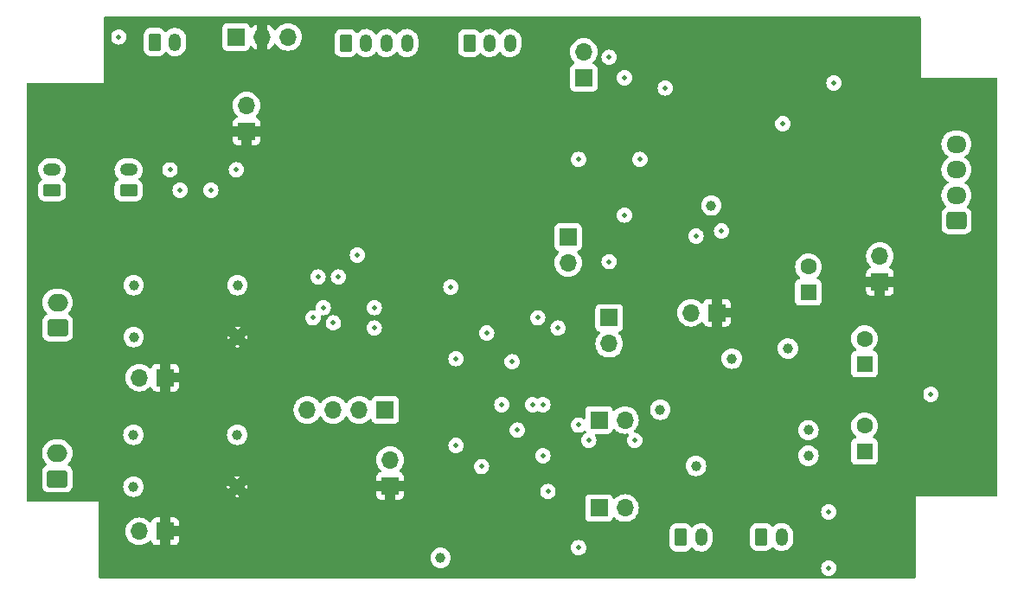
<source format=gbr>
%TF.GenerationSoftware,KiCad,Pcbnew,7.0.8*%
%TF.CreationDate,2024-11-14T21:46:59-08:00*%
%TF.ProjectId,CS8416-PCB5122,43533834-3136-42d5-9043-42353132322e,rev?*%
%TF.SameCoordinates,Original*%
%TF.FileFunction,Copper,L2,Inr*%
%TF.FilePolarity,Positive*%
%FSLAX46Y46*%
G04 Gerber Fmt 4.6, Leading zero omitted, Abs format (unit mm)*
G04 Created by KiCad (PCBNEW 7.0.8) date 2024-11-14 21:46:59*
%MOMM*%
%LPD*%
G01*
G04 APERTURE LIST*
G04 Aperture macros list*
%AMRoundRect*
0 Rectangle with rounded corners*
0 $1 Rounding radius*
0 $2 $3 $4 $5 $6 $7 $8 $9 X,Y pos of 4 corners*
0 Add a 4 corners polygon primitive as box body*
4,1,4,$2,$3,$4,$5,$6,$7,$8,$9,$2,$3,0*
0 Add four circle primitives for the rounded corners*
1,1,$1+$1,$2,$3*
1,1,$1+$1,$4,$5*
1,1,$1+$1,$6,$7*
1,1,$1+$1,$8,$9*
0 Add four rect primitives between the rounded corners*
20,1,$1+$1,$2,$3,$4,$5,0*
20,1,$1+$1,$4,$5,$6,$7,0*
20,1,$1+$1,$6,$7,$8,$9,0*
20,1,$1+$1,$8,$9,$2,$3,0*%
G04 Aperture macros list end*
%TA.AperFunction,ComponentPad*%
%ADD10O,1.700000X1.700000*%
%TD*%
%TA.AperFunction,ComponentPad*%
%ADD11R,1.700000X1.700000*%
%TD*%
%TA.AperFunction,ComponentPad*%
%ADD12C,1.000000*%
%TD*%
%TA.AperFunction,ComponentPad*%
%ADD13R,1.600000X1.600000*%
%TD*%
%TA.AperFunction,ComponentPad*%
%ADD14C,1.600000*%
%TD*%
%TA.AperFunction,ComponentPad*%
%ADD15RoundRect,0.250000X0.725000X-0.600000X0.725000X0.600000X-0.725000X0.600000X-0.725000X-0.600000X0*%
%TD*%
%TA.AperFunction,ComponentPad*%
%ADD16O,1.950000X1.700000*%
%TD*%
%TA.AperFunction,ComponentPad*%
%ADD17O,1.200000X1.750000*%
%TD*%
%TA.AperFunction,ComponentPad*%
%ADD18RoundRect,0.250000X-0.350000X-0.625000X0.350000X-0.625000X0.350000X0.625000X-0.350000X0.625000X0*%
%TD*%
%TA.AperFunction,ComponentPad*%
%ADD19RoundRect,0.250000X0.750000X-0.600000X0.750000X0.600000X-0.750000X0.600000X-0.750000X-0.600000X0*%
%TD*%
%TA.AperFunction,ComponentPad*%
%ADD20O,2.000000X1.700000*%
%TD*%
%TA.AperFunction,ComponentPad*%
%ADD21O,1.750000X1.200000*%
%TD*%
%TA.AperFunction,ComponentPad*%
%ADD22RoundRect,0.250000X0.625000X-0.350000X0.625000X0.350000X-0.625000X0.350000X-0.625000X-0.350000X0*%
%TD*%
%TA.AperFunction,ViaPad*%
%ADD23C,0.500000*%
%TD*%
%TA.AperFunction,ViaPad*%
%ADD24C,1.000000*%
%TD*%
G04 APERTURE END LIST*
D10*
%TO.N,3V3*%
%TO.C,J11*%
X107513748Y-114215000D03*
D11*
%TO.N,Net-(J11-Pin_1)*%
X107513748Y-116755000D03*
%TD*%
D12*
%TO.N,SPDIF2_IN*%
%TO.C,T2*%
X63433748Y-151715000D03*
%TO.N,SPDIF2_GND*%
X63433748Y-156795000D03*
%TO.N,AGND*%
X73593748Y-156795000D03*
%TO.N,SPDIF2*%
X73593748Y-151715000D03*
%TD*%
D11*
%TO.N,I2S_DATA*%
%TO.C,J14*%
X88093748Y-149255000D03*
D10*
%TO.N,I2S_LRCLK*%
X85553748Y-149255000D03*
%TO.N,I2S_BCLK*%
X83013748Y-149255000D03*
%TO.N,I2S_SCLK*%
X80473748Y-149255000D03*
%TD*%
D11*
%TO.N,GND*%
%TO.C,J13*%
X110013748Y-140255000D03*
D10*
%TO.N,OMCK*%
X110013748Y-142795000D03*
%TD*%
%TO.N,OUTR*%
%TO.C,J4*%
X78568748Y-112755000D03*
%TO.N,AGND*%
X76028748Y-112755000D03*
D11*
%TO.N,OUTL*%
X73488748Y-112755000D03*
%TD*%
D13*
%TO.N,3V3A*%
%TO.C,C14*%
X135013748Y-153337379D03*
D14*
%TO.N,GND*%
X135013748Y-150837379D03*
%TD*%
D15*
%TO.N,unconnected-(J6-Pin_1-Pad1)*%
%TO.C,J6*%
X144013748Y-130755000D03*
D16*
%TO.N,3V3*%
X144013748Y-128255000D03*
%TO.N,GND*%
X144013748Y-125755000D03*
%TO.N,5V*%
X144013748Y-123255000D03*
%TD*%
D12*
%TO.N,SPDIF1_IN*%
%TO.C,T1*%
X63458748Y-137065000D03*
%TO.N,SPDIF1_GND*%
X63458748Y-142145000D03*
%TO.N,AGND*%
X73618748Y-142145000D03*
%TO.N,SPDIF1*%
X73618748Y-137065000D03*
%TD*%
D17*
%TO.N,OUTR*%
%TO.C,J1*%
X90213748Y-113355000D03*
%TO.N,AGND_OUT*%
X88213748Y-113355000D03*
%TO.N,OUTL*%
X86213748Y-113355000D03*
D18*
%TO.N,AGND_OUT*%
X84213748Y-113355000D03*
%TD*%
D10*
%TO.N,AGND_OUT*%
%TO.C,J3*%
X74513748Y-119455000D03*
D11*
%TO.N,AGND*%
X74513748Y-121995000D03*
%TD*%
D19*
%TO.N,SPDIF1_IN*%
%TO.C,J16*%
X56013748Y-141255000D03*
D20*
%TO.N,SPDIF1_GND*%
X56013748Y-138755000D03*
%TD*%
D10*
%TO.N,GND*%
%TO.C,J8*%
X136513748Y-134215000D03*
D11*
%TO.N,AGND*%
X136513748Y-136755000D03*
%TD*%
D10*
%TO.N,GND*%
%TO.C,J17*%
X88576248Y-154165000D03*
D11*
%TO.N,AGND*%
X88576248Y-156705000D03*
%TD*%
D10*
%TO.N,3V3*%
%TO.C,J18*%
X111553748Y-158880000D03*
D11*
%TO.N,Net-(J18-Pin_1)*%
X109013748Y-158880000D03*
%TD*%
D21*
%TO.N,SDA*%
%TO.C,J7*%
X55463748Y-125755000D03*
D22*
%TO.N,SCL*%
X55463748Y-127755000D03*
%TD*%
D10*
%TO.N,3V3*%
%TO.C,J15*%
X111553748Y-150255000D03*
D11*
%TO.N,Net-(J15-Pin_1)*%
X109013748Y-150255000D03*
%TD*%
D10*
%TO.N,3V3*%
%TO.C,J12*%
X105988748Y-134870000D03*
D11*
%TO.N,Net-(J12-Pin_1)*%
X105988748Y-132330000D03*
%TD*%
%TO.N,AGND*%
%TO.C,J9*%
X120553748Y-139755000D03*
D10*
%TO.N,GND*%
X118013748Y-139755000D03*
%TD*%
D13*
%TO.N,3V3*%
%TO.C,C8*%
X135013748Y-144796189D03*
D14*
%TO.N,GND*%
X135013748Y-142296189D03*
%TD*%
D19*
%TO.N,SPDIF2_IN*%
%TO.C,J20*%
X55988748Y-156005000D03*
D20*
%TO.N,SPDIF2_GND*%
X55988748Y-153505000D03*
%TD*%
D18*
%TO.N,GND*%
%TO.C,J22*%
X124913748Y-161705000D03*
D17*
%TO.N,GPO1*%
X126913748Y-161705000D03*
%TD*%
D18*
%TO.N,GND*%
%TO.C,J10*%
X65513748Y-113255000D03*
D17*
%TO.N,RESET*%
X67513748Y-113255000D03*
%TD*%
D13*
%TO.N,5V*%
%TO.C,C1*%
X129513748Y-137755000D03*
D14*
%TO.N,GND*%
X129513748Y-135255000D03*
%TD*%
D11*
%TO.N,AGND*%
%TO.C,J23*%
X66540000Y-161160000D03*
D10*
%TO.N,SPDIF2_GND*%
X64000000Y-161160000D03*
%TD*%
D11*
%TO.N,AGND*%
%TO.C,J19*%
X66565000Y-146105000D03*
D10*
%TO.N,SPDIF1_GND*%
X64025000Y-146105000D03*
%TD*%
D17*
%TO.N,OUTR*%
%TO.C,J2*%
X100313748Y-113355000D03*
%TO.N,AGND_OUT*%
X98313748Y-113355000D03*
D18*
%TO.N,OUTL*%
X96313748Y-113355000D03*
%TD*%
D21*
%TO.N,SDA*%
%TO.C,J5*%
X62963748Y-125755000D03*
D22*
%TO.N,SCL*%
X62963748Y-127755000D03*
%TD*%
D18*
%TO.N,GND*%
%TO.C,J21*%
X117013748Y-161755000D03*
D17*
%TO.N,GPO0*%
X119013748Y-161755000D03*
%TD*%
D23*
%TO.N,SDA*%
X102513748Y-148755000D03*
%TO.N,SCL*%
X103513748Y-148755000D03*
%TO.N,OMCK*%
X103013748Y-140255000D03*
X98013748Y-141755000D03*
%TO.N,AGND*%
X100013748Y-158255000D03*
X102013748Y-157255000D03*
%TO.N,GND*%
X104013748Y-157255000D03*
%TO.N,3V3*%
X111513748Y-130195000D03*
%TO.N,GND*%
X113013748Y-124755000D03*
%TO.N,Net-(J11-Pin_1)*%
X111513748Y-116755000D03*
%TO.N,SDA*%
X73513748Y-125755000D03*
X67013748Y-125755000D03*
%TO.N,SCL*%
X71013748Y-127755000D03*
X68013748Y-127755000D03*
%TO.N,GND*%
X115513748Y-117755000D03*
X110013748Y-114755000D03*
D24*
%TO.N,3V3A*%
X93513748Y-163755000D03*
X120013748Y-129255000D03*
X115013748Y-149255000D03*
D23*
%TO.N,GND*%
X62013748Y-112755000D03*
%TO.N,RESET*%
X95013748Y-152755000D03*
X97513748Y-154817610D03*
%TO.N,GPO1*%
X101014297Y-151255937D03*
X103513748Y-153755000D03*
%TO.N,GPO0*%
X112513748Y-152255000D03*
X107013748Y-150755000D03*
%TO.N,GND*%
X131513748Y-164755000D03*
X131513748Y-159255000D03*
X141513748Y-147755000D03*
D24*
X118513748Y-154755000D03*
X129513748Y-153755000D03*
X122013748Y-144255000D03*
%TO.N,5V*%
X127513748Y-143255000D03*
%TO.N,3V3A*%
X129513748Y-151255000D03*
D23*
%TO.N,I2S_DATA*%
X83013748Y-140755000D03*
X85368748Y-134110000D03*
%TO.N,I2S_LRCLK*%
X82013748Y-139255000D03*
X83513748Y-136255000D03*
%TO.N,I2S_BCLK*%
X81013748Y-140255000D03*
X81513748Y-136255000D03*
%TO.N,AGND*%
X94513748Y-155755000D03*
%TO.N,Net-(U3-OLRCK)*%
X87013748Y-139255000D03*
X87013748Y-141255000D03*
%TO.N,GND*%
X99513748Y-148755000D03*
X94513748Y-137255000D03*
X105013748Y-141255000D03*
X95013748Y-144255000D03*
X100513748Y-144555000D03*
X110013748Y-134755000D03*
X121013748Y-131755000D03*
X118513748Y-132255000D03*
X107013748Y-124755000D03*
%TO.N,OUTL*%
X127013748Y-121255000D03*
%TO.N,OUTR*%
X132013748Y-117255000D03*
%TO.N,AGND*%
X127513748Y-118255000D03*
X118513748Y-123755000D03*
X118513748Y-119755000D03*
X126013748Y-116755000D03*
X131513748Y-112255000D03*
X132566781Y-121808033D03*
X127513748Y-126255000D03*
%TO.N,GND*%
X108013748Y-152255000D03*
X107013748Y-162755000D03*
%TO.N,AGND*%
X56013748Y-148255000D03*
X55513748Y-133255000D03*
%TD*%
%TA.AperFunction,Conductor*%
%TO.N,AGND*%
G36*
X140456787Y-110775185D02*
G01*
X140502542Y-110827989D01*
X140513748Y-110879500D01*
X140513748Y-116755000D01*
X147889248Y-116755000D01*
X147956287Y-116774685D01*
X148002042Y-116827489D01*
X148013248Y-116879000D01*
X148013248Y-157631000D01*
X147993563Y-157698039D01*
X147940759Y-157743794D01*
X147889248Y-157755000D01*
X140013748Y-157755000D01*
X140013748Y-165630500D01*
X139994063Y-165697539D01*
X139941259Y-165743294D01*
X139889748Y-165754500D01*
X131553985Y-165754500D01*
X131514564Y-165742924D01*
X131494905Y-165752640D01*
X131473511Y-165754500D01*
X60137748Y-165754500D01*
X60070709Y-165734815D01*
X60024954Y-165682011D01*
X60013748Y-165630500D01*
X60013748Y-163755000D01*
X92508407Y-163755000D01*
X92527723Y-163951129D01*
X92584936Y-164139733D01*
X92677834Y-164313532D01*
X92677838Y-164313539D01*
X92802864Y-164465883D01*
X92955208Y-164590909D01*
X92955215Y-164590913D01*
X93129014Y-164683811D01*
X93129017Y-164683811D01*
X93129021Y-164683814D01*
X93317616Y-164741024D01*
X93513748Y-164760341D01*
X93567957Y-164755002D01*
X130758499Y-164755002D01*
X130777433Y-164923056D01*
X130833293Y-165082694D01*
X130833295Y-165082697D01*
X130923266Y-165225884D01*
X130923271Y-165225890D01*
X131042857Y-165345476D01*
X131042863Y-165345481D01*
X131186050Y-165435452D01*
X131186053Y-165435454D01*
X131186057Y-165435455D01*
X131186058Y-165435456D01*
X131345689Y-165491313D01*
X131345692Y-165491314D01*
X131487394Y-165507280D01*
X131510527Y-165517000D01*
X131519050Y-165511523D01*
X131540102Y-165507280D01*
X131681803Y-165491314D01*
X131681805Y-165491313D01*
X131681807Y-165491313D01*
X131841438Y-165435456D01*
X131841440Y-165435454D01*
X131841442Y-165435454D01*
X131841445Y-165435452D01*
X131984632Y-165345481D01*
X131984633Y-165345480D01*
X131984638Y-165345477D01*
X132104225Y-165225890D01*
X132104229Y-165225884D01*
X132194200Y-165082697D01*
X132194202Y-165082694D01*
X132194202Y-165082692D01*
X132194204Y-165082690D01*
X132250061Y-164923059D01*
X132250061Y-164923058D01*
X132250062Y-164923056D01*
X132268997Y-164755002D01*
X132268997Y-164754997D01*
X132250062Y-164586943D01*
X132207701Y-164465883D01*
X132194204Y-164427310D01*
X132194203Y-164427309D01*
X132194202Y-164427305D01*
X132194200Y-164427302D01*
X132104229Y-164284115D01*
X132104224Y-164284109D01*
X131984638Y-164164523D01*
X131984632Y-164164518D01*
X131841445Y-164074547D01*
X131841442Y-164074545D01*
X131681804Y-164018685D01*
X131513751Y-163999751D01*
X131513745Y-163999751D01*
X131345691Y-164018685D01*
X131186053Y-164074545D01*
X131186050Y-164074547D01*
X131042863Y-164164518D01*
X131042857Y-164164523D01*
X130923271Y-164284109D01*
X130923266Y-164284115D01*
X130833295Y-164427302D01*
X130833293Y-164427305D01*
X130777433Y-164586943D01*
X130758499Y-164754997D01*
X130758499Y-164755002D01*
X93567957Y-164755002D01*
X93709880Y-164741024D01*
X93898475Y-164683814D01*
X94072286Y-164590910D01*
X94224631Y-164465883D01*
X94349658Y-164313538D01*
X94442562Y-164139727D01*
X94499772Y-163951132D01*
X94519089Y-163755000D01*
X94499772Y-163558868D01*
X94442562Y-163370273D01*
X94442559Y-163370269D01*
X94442559Y-163370266D01*
X94349661Y-163196467D01*
X94349657Y-163196460D01*
X94224631Y-163044116D01*
X94072287Y-162919090D01*
X94072280Y-162919086D01*
X93898481Y-162826188D01*
X93898475Y-162826186D01*
X93763561Y-162785260D01*
X93709877Y-162768975D01*
X93567999Y-162755002D01*
X106258499Y-162755002D01*
X106277433Y-162923056D01*
X106333293Y-163082694D01*
X106333295Y-163082697D01*
X106423266Y-163225884D01*
X106423271Y-163225890D01*
X106542857Y-163345476D01*
X106542863Y-163345481D01*
X106686050Y-163435452D01*
X106686053Y-163435454D01*
X106686057Y-163435455D01*
X106686058Y-163435456D01*
X106750294Y-163457933D01*
X106845691Y-163491314D01*
X107013745Y-163510249D01*
X107013748Y-163510249D01*
X107013751Y-163510249D01*
X107181804Y-163491314D01*
X107181807Y-163491313D01*
X107341438Y-163435456D01*
X107341440Y-163435454D01*
X107341442Y-163435454D01*
X107341445Y-163435452D01*
X107484632Y-163345481D01*
X107484633Y-163345480D01*
X107484638Y-163345477D01*
X107604225Y-163225890D01*
X107664163Y-163130500D01*
X107694200Y-163082697D01*
X107694202Y-163082694D01*
X107694202Y-163082692D01*
X107694204Y-163082690D01*
X107750061Y-162923059D01*
X107750061Y-162923058D01*
X107750062Y-162923056D01*
X107768997Y-162755002D01*
X107768997Y-162754997D01*
X107750062Y-162586943D01*
X107703316Y-162453350D01*
X107695146Y-162430001D01*
X115913248Y-162430001D01*
X115913249Y-162430018D01*
X115923748Y-162532796D01*
X115923749Y-162532799D01*
X115978933Y-162699331D01*
X115978935Y-162699336D01*
X116013267Y-162754997D01*
X116071036Y-162848656D01*
X116195092Y-162972712D01*
X116344414Y-163064814D01*
X116510951Y-163119999D01*
X116613739Y-163130500D01*
X117413756Y-163130499D01*
X117413764Y-163130498D01*
X117413767Y-163130498D01*
X117474891Y-163124254D01*
X117516545Y-163119999D01*
X117683082Y-163064814D01*
X117832404Y-162972712D01*
X117956460Y-162848656D01*
X117995563Y-162785258D01*
X118047509Y-162738535D01*
X118116471Y-162727312D01*
X118180554Y-162755155D01*
X118198572Y-162773705D01*
X118213655Y-162792885D01*
X118213657Y-162792887D01*
X118372494Y-162930521D01*
X118554498Y-163035601D01*
X118554500Y-163035601D01*
X118554504Y-163035604D01*
X118753115Y-163104344D01*
X118961146Y-163134254D01*
X119171078Y-163124254D01*
X119375324Y-163074704D01*
X119460947Y-163035601D01*
X119566491Y-162987401D01*
X119566494Y-162987399D01*
X119566501Y-162987396D01*
X119737700Y-162865486D01*
X119753747Y-162848657D01*
X119882733Y-162713379D01*
X119882734Y-162713378D01*
X119996361Y-162536572D01*
X120059042Y-162380001D01*
X123813248Y-162380001D01*
X123813249Y-162380018D01*
X123823748Y-162482796D01*
X123823749Y-162482799D01*
X123867286Y-162614183D01*
X123878934Y-162649334D01*
X123971036Y-162798656D01*
X124095092Y-162922712D01*
X124244414Y-163014814D01*
X124410951Y-163069999D01*
X124513739Y-163080500D01*
X125313756Y-163080499D01*
X125313764Y-163080498D01*
X125313767Y-163080498D01*
X125374891Y-163074254D01*
X125416545Y-163069999D01*
X125583082Y-163014814D01*
X125732404Y-162922712D01*
X125856460Y-162798656D01*
X125895563Y-162735258D01*
X125947509Y-162688535D01*
X126016471Y-162677312D01*
X126080554Y-162705155D01*
X126098570Y-162723703D01*
X126106510Y-162733799D01*
X126113655Y-162742885D01*
X126113657Y-162742887D01*
X126272494Y-162880521D01*
X126454498Y-162985601D01*
X126454500Y-162985601D01*
X126454504Y-162985604D01*
X126653115Y-163054344D01*
X126861146Y-163084254D01*
X127071078Y-163074254D01*
X127275324Y-163024704D01*
X127389170Y-162972712D01*
X127466491Y-162937401D01*
X127466494Y-162937399D01*
X127466501Y-162937396D01*
X127637700Y-162815486D01*
X127653747Y-162798657D01*
X127782733Y-162663379D01*
X127791758Y-162649336D01*
X127896361Y-162486572D01*
X127974473Y-162291457D01*
X128014248Y-162085085D01*
X128014248Y-161377575D01*
X127999276Y-161220782D01*
X127940064Y-161019125D01*
X127843759Y-160832318D01*
X127843757Y-160832316D01*
X127843756Y-160832313D01*
X127713842Y-160667116D01*
X127713838Y-160667112D01*
X127555001Y-160529478D01*
X127372997Y-160424398D01*
X127372993Y-160424396D01*
X127372992Y-160424396D01*
X127174381Y-160355656D01*
X126966350Y-160325746D01*
X126966346Y-160325746D01*
X126756420Y-160335745D01*
X126552169Y-160385296D01*
X126552165Y-160385298D01*
X126361004Y-160472598D01*
X126360999Y-160472601D01*
X126189794Y-160594515D01*
X126189793Y-160594515D01*
X126091997Y-160697082D01*
X126031488Y-160732017D01*
X125961697Y-160728692D01*
X125904783Y-160688164D01*
X125896715Y-160676608D01*
X125876919Y-160644514D01*
X125856460Y-160611344D01*
X125732404Y-160487288D01*
X125639636Y-160430069D01*
X125583084Y-160395187D01*
X125583079Y-160395185D01*
X125553236Y-160385296D01*
X125416545Y-160340001D01*
X125416543Y-160340000D01*
X125313758Y-160329500D01*
X124513746Y-160329500D01*
X124513728Y-160329501D01*
X124410951Y-160340000D01*
X124410948Y-160340001D01*
X124244416Y-160395185D01*
X124244411Y-160395187D01*
X124095090Y-160487289D01*
X123971037Y-160611342D01*
X123878935Y-160760663D01*
X123878933Y-160760668D01*
X123862365Y-160810668D01*
X123823749Y-160927203D01*
X123823749Y-160927204D01*
X123823748Y-160927204D01*
X123813248Y-161029983D01*
X123813248Y-162380001D01*
X120059042Y-162380001D01*
X120074473Y-162341457D01*
X120114248Y-162135085D01*
X120114248Y-161427575D01*
X120099276Y-161270782D01*
X120040064Y-161069125D01*
X119943759Y-160882318D01*
X119943757Y-160882316D01*
X119943756Y-160882313D01*
X119813842Y-160717116D01*
X119813838Y-160717112D01*
X119655001Y-160579478D01*
X119472997Y-160474398D01*
X119472993Y-160474396D01*
X119472992Y-160474396D01*
X119274381Y-160405656D01*
X119066350Y-160375746D01*
X119066346Y-160375746D01*
X118856420Y-160385745D01*
X118652169Y-160435296D01*
X118652165Y-160435298D01*
X118461004Y-160522598D01*
X118460999Y-160522601D01*
X118289794Y-160644515D01*
X118289793Y-160644515D01*
X118191997Y-160747082D01*
X118131488Y-160782017D01*
X118061697Y-160778692D01*
X118004783Y-160738164D01*
X117996715Y-160726608D01*
X117978048Y-160696344D01*
X117956460Y-160661344D01*
X117832404Y-160537288D01*
X117739636Y-160480069D01*
X117683084Y-160445187D01*
X117683079Y-160445185D01*
X117653236Y-160435296D01*
X117516545Y-160390001D01*
X117516543Y-160390000D01*
X117413758Y-160379500D01*
X116613746Y-160379500D01*
X116613728Y-160379501D01*
X116510951Y-160390000D01*
X116510948Y-160390001D01*
X116344416Y-160445185D01*
X116344411Y-160445187D01*
X116195090Y-160537289D01*
X116071037Y-160661342D01*
X115978935Y-160810663D01*
X115978933Y-160810668D01*
X115955192Y-160882313D01*
X115923749Y-160977203D01*
X115923749Y-160977204D01*
X115923748Y-160977204D01*
X115913248Y-161079983D01*
X115913248Y-162430001D01*
X107695146Y-162430001D01*
X107694204Y-162427310D01*
X107694203Y-162427309D01*
X107694202Y-162427305D01*
X107694200Y-162427302D01*
X107604229Y-162284115D01*
X107604224Y-162284109D01*
X107484638Y-162164523D01*
X107484632Y-162164518D01*
X107341445Y-162074547D01*
X107341442Y-162074545D01*
X107181804Y-162018685D01*
X107013751Y-161999751D01*
X107013745Y-161999751D01*
X106845691Y-162018685D01*
X106686053Y-162074545D01*
X106686050Y-162074547D01*
X106542863Y-162164518D01*
X106542857Y-162164523D01*
X106423271Y-162284109D01*
X106423266Y-162284115D01*
X106333295Y-162427302D01*
X106333293Y-162427305D01*
X106277433Y-162586943D01*
X106258499Y-162754997D01*
X106258499Y-162755002D01*
X93567999Y-162755002D01*
X93513748Y-162749659D01*
X93317618Y-162768975D01*
X93129014Y-162826188D01*
X92955215Y-162919086D01*
X92955208Y-162919090D01*
X92802864Y-163044116D01*
X92677838Y-163196460D01*
X92677834Y-163196467D01*
X92584936Y-163370266D01*
X92527723Y-163558870D01*
X92508407Y-163755000D01*
X60013748Y-163755000D01*
X60013748Y-161160000D01*
X62644341Y-161160000D01*
X62664936Y-161395403D01*
X62664938Y-161395413D01*
X62726094Y-161623655D01*
X62726096Y-161623659D01*
X62726097Y-161623663D01*
X62801991Y-161786418D01*
X62825965Y-161837830D01*
X62825967Y-161837834D01*
X62916537Y-161967180D01*
X62961505Y-162031401D01*
X63128599Y-162198495D01*
X63205135Y-162252086D01*
X63322165Y-162334032D01*
X63322167Y-162334033D01*
X63322170Y-162334035D01*
X63536337Y-162433903D01*
X63764592Y-162495063D01*
X63935319Y-162510000D01*
X63999999Y-162515659D01*
X64000000Y-162515659D01*
X64000001Y-162515659D01*
X64064681Y-162510000D01*
X64235408Y-162495063D01*
X64463663Y-162433903D01*
X64677830Y-162334035D01*
X64871401Y-162198495D01*
X64993717Y-162076178D01*
X65055036Y-162042696D01*
X65124728Y-162047680D01*
X65180662Y-162089551D01*
X65197577Y-162120528D01*
X65246646Y-162252088D01*
X65246649Y-162252093D01*
X65332809Y-162367187D01*
X65332812Y-162367190D01*
X65447906Y-162453350D01*
X65447913Y-162453354D01*
X65582620Y-162503596D01*
X65582627Y-162503598D01*
X65642155Y-162509999D01*
X65642172Y-162510000D01*
X66040000Y-162510000D01*
X66040000Y-161231889D01*
X66080507Y-161369844D01*
X66158239Y-161490798D01*
X66266900Y-161584952D01*
X66397685Y-161644680D01*
X66504237Y-161660000D01*
X66575763Y-161660000D01*
X67040000Y-161660000D01*
X67040000Y-162510000D01*
X67437828Y-162510000D01*
X67437844Y-162509999D01*
X67497372Y-162503598D01*
X67497379Y-162503596D01*
X67632086Y-162453354D01*
X67632093Y-162453350D01*
X67747187Y-162367190D01*
X67747190Y-162367187D01*
X67833350Y-162252093D01*
X67833354Y-162252086D01*
X67883596Y-162117379D01*
X67883598Y-162117372D01*
X67889999Y-162057844D01*
X67890000Y-162057827D01*
X67890000Y-161660000D01*
X67040000Y-161660000D01*
X66575763Y-161660000D01*
X66682315Y-161644680D01*
X66813100Y-161584952D01*
X66921761Y-161490798D01*
X66999493Y-161369844D01*
X67040000Y-161231889D01*
X67040000Y-161088111D01*
X66999493Y-160950156D01*
X66921761Y-160829202D01*
X66813100Y-160735048D01*
X66682315Y-160675320D01*
X66575763Y-160660000D01*
X66504237Y-160660000D01*
X66397685Y-160675320D01*
X66266900Y-160735048D01*
X66158239Y-160829202D01*
X66080507Y-160950156D01*
X66040000Y-161088111D01*
X66040000Y-159810000D01*
X67040000Y-159810000D01*
X67040000Y-160660000D01*
X67890000Y-160660000D01*
X67890000Y-160262167D01*
X67889999Y-160262155D01*
X67883598Y-160202627D01*
X67883596Y-160202620D01*
X67833354Y-160067913D01*
X67833350Y-160067906D01*
X67747190Y-159952812D01*
X67747187Y-159952809D01*
X67632093Y-159866649D01*
X67632086Y-159866645D01*
X67497379Y-159816403D01*
X67497372Y-159816401D01*
X67437844Y-159810000D01*
X67040000Y-159810000D01*
X66040000Y-159810000D01*
X65642155Y-159810000D01*
X65582627Y-159816401D01*
X65582620Y-159816403D01*
X65447913Y-159866645D01*
X65447906Y-159866649D01*
X65332812Y-159952809D01*
X65332809Y-159952812D01*
X65246649Y-160067906D01*
X65246645Y-160067913D01*
X65197578Y-160199470D01*
X65155707Y-160255404D01*
X65090242Y-160279821D01*
X65021969Y-160264969D01*
X64993715Y-160243819D01*
X64949366Y-160199470D01*
X64871401Y-160121505D01*
X64871397Y-160121502D01*
X64871396Y-160121501D01*
X64677834Y-159985967D01*
X64677830Y-159985965D01*
X64569509Y-159935454D01*
X64463663Y-159886097D01*
X64463659Y-159886096D01*
X64463655Y-159886094D01*
X64235413Y-159824938D01*
X64235403Y-159824936D01*
X64000001Y-159804341D01*
X63999999Y-159804341D01*
X63764596Y-159824936D01*
X63764586Y-159824938D01*
X63536344Y-159886094D01*
X63536335Y-159886098D01*
X63322171Y-159985964D01*
X63322169Y-159985965D01*
X63128597Y-160121505D01*
X62961505Y-160288597D01*
X62825965Y-160482169D01*
X62825964Y-160482171D01*
X62726098Y-160696335D01*
X62726094Y-160696344D01*
X62664938Y-160924586D01*
X62664936Y-160924596D01*
X62644341Y-161159999D01*
X62644341Y-161160000D01*
X60013748Y-161160000D01*
X60013748Y-159777870D01*
X107663248Y-159777870D01*
X107663249Y-159777876D01*
X107669656Y-159837483D01*
X107719950Y-159972328D01*
X107719954Y-159972335D01*
X107806200Y-160087544D01*
X107806203Y-160087547D01*
X107921412Y-160173793D01*
X107921419Y-160173797D01*
X108056265Y-160224091D01*
X108056264Y-160224091D01*
X108063192Y-160224835D01*
X108115875Y-160230500D01*
X109911620Y-160230499D01*
X109971231Y-160224091D01*
X110106079Y-160173796D01*
X110221294Y-160087546D01*
X110307544Y-159972331D01*
X110356558Y-159840916D01*
X110398429Y-159784984D01*
X110463893Y-159760566D01*
X110532166Y-159775417D01*
X110560421Y-159796569D01*
X110682347Y-159918495D01*
X110778703Y-159985964D01*
X110875913Y-160054032D01*
X110875915Y-160054033D01*
X110875918Y-160054035D01*
X111090085Y-160153903D01*
X111318340Y-160215063D01*
X111494782Y-160230500D01*
X111553747Y-160235659D01*
X111553748Y-160235659D01*
X111553749Y-160235659D01*
X111612714Y-160230500D01*
X111789156Y-160215063D01*
X112017411Y-160153903D01*
X112231578Y-160054035D01*
X112425149Y-159918495D01*
X112592243Y-159751401D01*
X112727783Y-159557830D01*
X112827651Y-159343663D01*
X112851407Y-159255002D01*
X130758499Y-159255002D01*
X130777433Y-159423056D01*
X130833293Y-159582694D01*
X130833295Y-159582697D01*
X130923266Y-159725884D01*
X130923271Y-159725890D01*
X131042857Y-159845476D01*
X131042863Y-159845481D01*
X131186050Y-159935452D01*
X131186053Y-159935454D01*
X131186057Y-159935455D01*
X131186058Y-159935456D01*
X131235659Y-159952812D01*
X131345691Y-159991314D01*
X131513745Y-160010249D01*
X131513748Y-160010249D01*
X131513751Y-160010249D01*
X131681804Y-159991314D01*
X131697085Y-159985967D01*
X131841438Y-159935456D01*
X131841440Y-159935454D01*
X131841442Y-159935454D01*
X131841445Y-159935452D01*
X131984632Y-159845481D01*
X131984633Y-159845480D01*
X131984638Y-159845477D01*
X132104225Y-159725890D01*
X132194200Y-159582697D01*
X132194202Y-159582694D01*
X132194202Y-159582692D01*
X132194204Y-159582690D01*
X132250061Y-159423059D01*
X132250061Y-159423058D01*
X132250062Y-159423056D01*
X132268997Y-159255002D01*
X132268997Y-159254997D01*
X132250062Y-159086943D01*
X132194202Y-158927305D01*
X132194200Y-158927302D01*
X132104229Y-158784115D01*
X132104224Y-158784109D01*
X131984638Y-158664523D01*
X131984632Y-158664518D01*
X131841445Y-158574547D01*
X131841442Y-158574545D01*
X131681804Y-158518685D01*
X131513751Y-158499751D01*
X131513745Y-158499751D01*
X131345691Y-158518685D01*
X131186053Y-158574545D01*
X131186050Y-158574547D01*
X131042863Y-158664518D01*
X131042857Y-158664523D01*
X130923271Y-158784109D01*
X130923266Y-158784115D01*
X130833295Y-158927302D01*
X130833293Y-158927305D01*
X130777433Y-159086943D01*
X130758499Y-159254997D01*
X130758499Y-159255002D01*
X112851407Y-159255002D01*
X112888811Y-159115408D01*
X112909407Y-158880000D01*
X112888811Y-158644592D01*
X112827651Y-158416337D01*
X112727783Y-158202171D01*
X112624734Y-158055000D01*
X112592242Y-158008597D01*
X112425150Y-157841506D01*
X112425143Y-157841501D01*
X112231582Y-157705967D01*
X112231578Y-157705965D01*
X112214581Y-157698039D01*
X112017411Y-157606097D01*
X112017407Y-157606096D01*
X112017403Y-157606094D01*
X111789161Y-157544938D01*
X111789151Y-157544936D01*
X111553749Y-157524341D01*
X111553747Y-157524341D01*
X111318344Y-157544936D01*
X111318334Y-157544938D01*
X111090092Y-157606094D01*
X111090083Y-157606098D01*
X110875919Y-157705964D01*
X110875917Y-157705965D01*
X110682348Y-157841503D01*
X110560421Y-157963430D01*
X110499098Y-157996914D01*
X110429406Y-157991930D01*
X110373473Y-157950058D01*
X110356558Y-157919081D01*
X110307545Y-157787671D01*
X110307541Y-157787664D01*
X110221295Y-157672455D01*
X110221292Y-157672452D01*
X110106083Y-157586206D01*
X110106076Y-157586202D01*
X109971230Y-157535908D01*
X109971231Y-157535908D01*
X109911631Y-157529501D01*
X109911629Y-157529500D01*
X109911621Y-157529500D01*
X109911612Y-157529500D01*
X108115877Y-157529500D01*
X108115871Y-157529501D01*
X108056264Y-157535908D01*
X107921419Y-157586202D01*
X107921412Y-157586206D01*
X107806203Y-157672452D01*
X107806200Y-157672455D01*
X107719954Y-157787664D01*
X107719950Y-157787671D01*
X107669656Y-157922517D01*
X107663249Y-157982116D01*
X107663248Y-157982135D01*
X107663248Y-159777870D01*
X60013748Y-159777870D01*
X60013748Y-158255000D01*
X53138248Y-158255000D01*
X53071209Y-158235315D01*
X53025454Y-158182511D01*
X53014248Y-158131000D01*
X53014248Y-153505000D01*
X54483089Y-153505000D01*
X54503684Y-153740403D01*
X54503686Y-153740413D01*
X54564842Y-153968655D01*
X54564844Y-153968659D01*
X54564845Y-153968663D01*
X54600030Y-154044116D01*
X54664712Y-154182828D01*
X54664713Y-154182830D01*
X54800253Y-154376402D01*
X54947452Y-154523601D01*
X54980937Y-154584924D01*
X54975953Y-154654616D01*
X54934081Y-154710549D01*
X54924868Y-154716820D01*
X54770095Y-154812285D01*
X54770091Y-154812288D01*
X54646037Y-154936342D01*
X54553935Y-155085663D01*
X54553934Y-155085666D01*
X54498749Y-155252203D01*
X54498749Y-155252204D01*
X54498748Y-155252204D01*
X54488248Y-155354983D01*
X54488248Y-156655001D01*
X54488249Y-156655018D01*
X54498748Y-156757796D01*
X54498749Y-156757799D01*
X54553933Y-156924331D01*
X54553935Y-156924336D01*
X54585333Y-156975240D01*
X54646036Y-157073656D01*
X54770092Y-157197712D01*
X54919414Y-157289814D01*
X55085951Y-157344999D01*
X55188739Y-157355500D01*
X56788756Y-157355499D01*
X56891545Y-157344999D01*
X57058082Y-157289814D01*
X57207404Y-157197712D01*
X57331460Y-157073656D01*
X57423562Y-156924334D01*
X57466419Y-156795000D01*
X62428407Y-156795000D01*
X62447723Y-156991129D01*
X62504936Y-157179733D01*
X62597834Y-157353532D01*
X62597838Y-157353539D01*
X62722864Y-157505883D01*
X62875208Y-157630909D01*
X62875215Y-157630913D01*
X63049014Y-157723811D01*
X63049017Y-157723811D01*
X63049021Y-157723814D01*
X63237616Y-157781024D01*
X63433748Y-157800341D01*
X63629880Y-157781024D01*
X63694720Y-157761355D01*
X73334499Y-157761355D01*
X73397717Y-157780531D01*
X73397713Y-157780531D01*
X73593748Y-157799838D01*
X73789782Y-157780531D01*
X73789784Y-157780530D01*
X73852996Y-157761355D01*
X73852996Y-157761354D01*
X73590279Y-157498636D01*
X73577098Y-157507443D01*
X73574063Y-157517781D01*
X73557430Y-157538423D01*
X73334499Y-157761355D01*
X63694720Y-157761355D01*
X63818475Y-157723814D01*
X63851865Y-157705967D01*
X63933425Y-157662372D01*
X63992286Y-157630910D01*
X64144631Y-157505883D01*
X64269658Y-157353538D01*
X64349053Y-157205000D01*
X87226248Y-157205000D01*
X87226248Y-157602844D01*
X87232649Y-157662372D01*
X87232651Y-157662379D01*
X87282893Y-157797086D01*
X87282897Y-157797093D01*
X87369057Y-157912187D01*
X87369060Y-157912190D01*
X87484154Y-157998350D01*
X87484161Y-157998354D01*
X87618868Y-158048596D01*
X87618875Y-158048598D01*
X87678403Y-158054999D01*
X87678420Y-158055000D01*
X88076248Y-158055000D01*
X88076248Y-157205000D01*
X87226248Y-157205000D01*
X64349053Y-157205000D01*
X64362562Y-157179727D01*
X64419772Y-156991132D01*
X64439089Y-156795000D01*
X72588909Y-156795000D01*
X72608216Y-156991033D01*
X72627391Y-157054247D01*
X72886640Y-156795000D01*
X73338850Y-156795000D01*
X73358253Y-156892545D01*
X73413508Y-156975240D01*
X73496203Y-157030495D01*
X73569124Y-157045000D01*
X73618372Y-157045000D01*
X73691293Y-157030495D01*
X73773988Y-156975240D01*
X73829243Y-156892545D01*
X73848646Y-156795000D01*
X73847956Y-156791531D01*
X74297384Y-156791531D01*
X74560102Y-157054248D01*
X74560103Y-157054248D01*
X74579278Y-156991036D01*
X74579279Y-156991034D01*
X74598586Y-156795000D01*
X74579279Y-156598967D01*
X74560103Y-156535751D01*
X74337171Y-156758682D01*
X74309086Y-156774016D01*
X74297384Y-156791531D01*
X73847956Y-156791531D01*
X73829243Y-156697455D01*
X73773988Y-156614760D01*
X73691293Y-156559505D01*
X73618372Y-156545000D01*
X73569124Y-156545000D01*
X73496203Y-156559505D01*
X73413508Y-156614760D01*
X73358253Y-156697455D01*
X73338850Y-156795000D01*
X72886640Y-156795000D01*
X72886641Y-156794999D01*
X72886641Y-156794998D01*
X72627393Y-156535750D01*
X72627391Y-156535751D01*
X72608217Y-156598964D01*
X72608216Y-156598966D01*
X72588909Y-156795000D01*
X64439089Y-156795000D01*
X64419772Y-156598868D01*
X64362562Y-156410273D01*
X64362559Y-156410269D01*
X64362559Y-156410266D01*
X64269661Y-156236467D01*
X64269657Y-156236460D01*
X64144631Y-156084116D01*
X63992287Y-155959090D01*
X63992280Y-155959086D01*
X63818481Y-155866188D01*
X63818475Y-155866186D01*
X63694720Y-155828645D01*
X73334498Y-155828645D01*
X73593746Y-156087893D01*
X73593748Y-156087893D01*
X73852995Y-155828643D01*
X73789780Y-155809468D01*
X73789781Y-155809468D01*
X73593748Y-155790161D01*
X73397714Y-155809468D01*
X73397712Y-155809469D01*
X73334499Y-155828643D01*
X73334498Y-155828645D01*
X63694720Y-155828645D01*
X63629880Y-155808976D01*
X63629877Y-155808975D01*
X63433748Y-155789659D01*
X63237618Y-155808975D01*
X63049014Y-155866188D01*
X62875215Y-155959086D01*
X62875208Y-155959090D01*
X62722864Y-156084116D01*
X62597838Y-156236460D01*
X62597834Y-156236467D01*
X62504936Y-156410266D01*
X62447723Y-156598870D01*
X62428407Y-156795000D01*
X57466419Y-156795000D01*
X57478747Y-156757797D01*
X57489248Y-156655009D01*
X57489247Y-155354992D01*
X57485012Y-155313538D01*
X57478747Y-155252203D01*
X57478746Y-155252200D01*
X57457130Y-155186968D01*
X57423562Y-155085666D01*
X57331460Y-154936344D01*
X57207404Y-154812288D01*
X57091866Y-154741024D01*
X57052627Y-154716821D01*
X57005903Y-154664873D01*
X56994680Y-154595910D01*
X57022524Y-154531828D01*
X57030043Y-154523601D01*
X57087761Y-154465883D01*
X57177243Y-154376401D01*
X57312783Y-154182830D01*
X57321097Y-154165000D01*
X87220589Y-154165000D01*
X87241184Y-154400403D01*
X87241186Y-154400413D01*
X87302342Y-154628655D01*
X87302344Y-154628659D01*
X87302345Y-154628663D01*
X87390451Y-154817607D01*
X87402213Y-154842830D01*
X87402215Y-154842834D01*
X87467691Y-154936342D01*
X87537749Y-155036396D01*
X87537754Y-155036402D01*
X87660066Y-155158714D01*
X87693551Y-155220037D01*
X87688567Y-155289729D01*
X87646695Y-155345662D01*
X87615719Y-155362577D01*
X87484160Y-155411646D01*
X87484154Y-155411649D01*
X87369060Y-155497809D01*
X87369057Y-155497812D01*
X87282897Y-155612906D01*
X87282893Y-155612913D01*
X87232651Y-155747620D01*
X87232649Y-155747627D01*
X87226248Y-155807155D01*
X87226248Y-156205000D01*
X88540485Y-156205000D01*
X88433933Y-156220320D01*
X88303148Y-156280048D01*
X88194487Y-156374202D01*
X88116755Y-156495156D01*
X88076248Y-156633111D01*
X88076248Y-156776889D01*
X88116755Y-156914844D01*
X88194487Y-157035798D01*
X88303148Y-157129952D01*
X88433933Y-157189680D01*
X88540485Y-157205000D01*
X88612011Y-157205000D01*
X89076248Y-157205000D01*
X89076248Y-158055000D01*
X89474076Y-158055000D01*
X89474092Y-158054999D01*
X89533620Y-158048598D01*
X89533627Y-158048596D01*
X89668334Y-157998354D01*
X89668341Y-157998350D01*
X89783435Y-157912190D01*
X89783438Y-157912187D01*
X89869598Y-157797093D01*
X89869602Y-157797086D01*
X89919844Y-157662379D01*
X89919846Y-157662372D01*
X89926247Y-157602844D01*
X89926248Y-157602827D01*
X89926248Y-157255002D01*
X103258499Y-157255002D01*
X103277433Y-157423056D01*
X103333293Y-157582694D01*
X103333295Y-157582697D01*
X103423266Y-157725884D01*
X103423271Y-157725890D01*
X103542857Y-157845476D01*
X103542863Y-157845481D01*
X103686050Y-157935452D01*
X103686053Y-157935454D01*
X103686057Y-157935455D01*
X103686058Y-157935456D01*
X103758661Y-157960860D01*
X103845691Y-157991314D01*
X104013745Y-158010249D01*
X104013748Y-158010249D01*
X104013751Y-158010249D01*
X104181804Y-157991314D01*
X104208059Y-157982127D01*
X104341438Y-157935456D01*
X104341440Y-157935454D01*
X104341442Y-157935454D01*
X104341445Y-157935452D01*
X104484632Y-157845481D01*
X104484633Y-157845480D01*
X104484638Y-157845477D01*
X104604225Y-157725890D01*
X104604229Y-157725884D01*
X104694200Y-157582697D01*
X104694202Y-157582694D01*
X104694202Y-157582692D01*
X104694204Y-157582690D01*
X104750061Y-157423059D01*
X104750061Y-157423058D01*
X104750062Y-157423056D01*
X104768997Y-157255002D01*
X104768997Y-157254997D01*
X104750062Y-157086943D01*
X104716502Y-156991034D01*
X104694204Y-156927310D01*
X104694203Y-156927309D01*
X104694202Y-156927305D01*
X104694200Y-156927302D01*
X104604229Y-156784115D01*
X104604224Y-156784109D01*
X104484638Y-156664523D01*
X104484632Y-156664518D01*
X104341445Y-156574547D01*
X104341442Y-156574545D01*
X104181804Y-156518685D01*
X104013751Y-156499751D01*
X104013745Y-156499751D01*
X103845691Y-156518685D01*
X103686053Y-156574545D01*
X103686050Y-156574547D01*
X103542863Y-156664518D01*
X103542857Y-156664523D01*
X103423271Y-156784109D01*
X103423266Y-156784115D01*
X103333295Y-156927302D01*
X103333293Y-156927305D01*
X103277433Y-157086943D01*
X103258499Y-157254997D01*
X103258499Y-157255002D01*
X89926248Y-157255002D01*
X89926248Y-157205000D01*
X89076248Y-157205000D01*
X88612011Y-157205000D01*
X88718563Y-157189680D01*
X88849348Y-157129952D01*
X88958009Y-157035798D01*
X89035741Y-156914844D01*
X89076248Y-156776889D01*
X89076248Y-156633111D01*
X89035741Y-156495156D01*
X88958009Y-156374202D01*
X88849348Y-156280048D01*
X88718563Y-156220320D01*
X88612011Y-156205000D01*
X89926248Y-156205000D01*
X89926248Y-155807172D01*
X89926247Y-155807155D01*
X89919846Y-155747627D01*
X89919844Y-155747620D01*
X89869602Y-155612913D01*
X89869598Y-155612906D01*
X89783438Y-155497812D01*
X89783435Y-155497809D01*
X89668341Y-155411649D01*
X89668336Y-155411646D01*
X89536776Y-155362577D01*
X89480843Y-155320705D01*
X89456426Y-155255241D01*
X89471278Y-155186968D01*
X89492423Y-155158720D01*
X89614743Y-155036401D01*
X89750283Y-154842830D01*
X89762042Y-154817612D01*
X96758499Y-154817612D01*
X96777433Y-154985666D01*
X96833293Y-155145304D01*
X96833295Y-155145307D01*
X96923266Y-155288494D01*
X96923271Y-155288500D01*
X97042857Y-155408086D01*
X97042863Y-155408091D01*
X97186050Y-155498062D01*
X97186053Y-155498064D01*
X97186057Y-155498065D01*
X97186058Y-155498066D01*
X97258661Y-155523470D01*
X97345691Y-155553924D01*
X97513745Y-155572859D01*
X97513748Y-155572859D01*
X97513751Y-155572859D01*
X97681804Y-155553924D01*
X97681807Y-155553923D01*
X97841438Y-155498066D01*
X97841440Y-155498064D01*
X97841442Y-155498064D01*
X97841445Y-155498062D01*
X97984632Y-155408091D01*
X97984633Y-155408090D01*
X97984638Y-155408087D01*
X98104225Y-155288500D01*
X98125123Y-155255241D01*
X98194200Y-155145307D01*
X98194202Y-155145304D01*
X98194202Y-155145302D01*
X98194204Y-155145300D01*
X98250061Y-154985669D01*
X98250061Y-154985668D01*
X98250062Y-154985666D01*
X98268997Y-154817612D01*
X98268997Y-154817607D01*
X98261943Y-154755000D01*
X117508407Y-154755000D01*
X117527723Y-154951129D01*
X117584936Y-155139733D01*
X117677834Y-155313532D01*
X117677838Y-155313539D01*
X117802864Y-155465883D01*
X117955208Y-155590909D01*
X117955215Y-155590913D01*
X118129014Y-155683811D01*
X118129017Y-155683811D01*
X118129021Y-155683814D01*
X118317616Y-155741024D01*
X118513748Y-155760341D01*
X118709880Y-155741024D01*
X118898475Y-155683814D01*
X119072286Y-155590910D01*
X119224631Y-155465883D01*
X119349658Y-155313538D01*
X119432414Y-155158713D01*
X119442559Y-155139733D01*
X119442559Y-155139732D01*
X119442562Y-155139727D01*
X119499772Y-154951132D01*
X119519089Y-154755000D01*
X119499772Y-154558868D01*
X119442562Y-154370273D01*
X119442559Y-154370269D01*
X119442559Y-154370266D01*
X119349661Y-154196467D01*
X119349657Y-154196460D01*
X119224631Y-154044116D01*
X119072287Y-153919090D01*
X119072280Y-153919086D01*
X118898481Y-153826188D01*
X118898475Y-153826186D01*
X118709880Y-153768976D01*
X118709877Y-153768975D01*
X118567979Y-153755000D01*
X128508407Y-153755000D01*
X128527723Y-153951129D01*
X128527724Y-153951132D01*
X128584154Y-154137157D01*
X128584936Y-154139733D01*
X128677834Y-154313532D01*
X128677838Y-154313539D01*
X128802864Y-154465883D01*
X128955208Y-154590909D01*
X128955215Y-154590913D01*
X129129014Y-154683811D01*
X129129017Y-154683811D01*
X129129021Y-154683814D01*
X129317616Y-154741024D01*
X129513748Y-154760341D01*
X129709880Y-154741024D01*
X129898475Y-154683814D01*
X130072286Y-154590910D01*
X130224631Y-154465883D01*
X130349658Y-154313538D01*
X130412234Y-154196467D01*
X130442559Y-154139733D01*
X130442559Y-154139732D01*
X130442562Y-154139727D01*
X130499772Y-153951132D01*
X130519089Y-153755000D01*
X130499772Y-153558868D01*
X130442562Y-153370273D01*
X130442559Y-153370269D01*
X130442559Y-153370266D01*
X130349661Y-153196467D01*
X130349657Y-153196460D01*
X130224631Y-153044116D01*
X130072287Y-152919090D01*
X130072280Y-152919086D01*
X129898481Y-152826188D01*
X129898475Y-152826186D01*
X129709880Y-152768976D01*
X129709877Y-152768975D01*
X129513748Y-152749659D01*
X129317618Y-152768975D01*
X129129014Y-152826188D01*
X128955215Y-152919086D01*
X128955208Y-152919090D01*
X128802864Y-153044116D01*
X128677838Y-153196460D01*
X128677834Y-153196467D01*
X128584936Y-153370266D01*
X128527723Y-153558870D01*
X128508407Y-153755000D01*
X118567979Y-153755000D01*
X118513748Y-153749659D01*
X118317618Y-153768975D01*
X118129014Y-153826188D01*
X117955215Y-153919086D01*
X117955208Y-153919090D01*
X117802864Y-154044116D01*
X117677838Y-154196460D01*
X117677834Y-154196467D01*
X117584936Y-154370266D01*
X117527723Y-154558870D01*
X117508407Y-154755000D01*
X98261943Y-154755000D01*
X98250062Y-154649553D01*
X98201317Y-154510249D01*
X98194204Y-154489920D01*
X98194203Y-154489919D01*
X98194202Y-154489915D01*
X98194200Y-154489912D01*
X98104229Y-154346725D01*
X98104224Y-154346719D01*
X97984638Y-154227133D01*
X97984632Y-154227128D01*
X97841445Y-154137157D01*
X97841442Y-154137155D01*
X97681804Y-154081295D01*
X97513751Y-154062361D01*
X97513745Y-154062361D01*
X97345691Y-154081295D01*
X97186053Y-154137155D01*
X97186050Y-154137157D01*
X97042863Y-154227128D01*
X97042857Y-154227133D01*
X96923271Y-154346719D01*
X96923266Y-154346725D01*
X96833295Y-154489912D01*
X96833293Y-154489915D01*
X96777433Y-154649553D01*
X96758499Y-154817607D01*
X96758499Y-154817612D01*
X89762042Y-154817612D01*
X89850151Y-154628663D01*
X89911311Y-154400408D01*
X89931907Y-154165000D01*
X89911311Y-153929592D01*
X89864530Y-153755002D01*
X102758499Y-153755002D01*
X102777433Y-153923056D01*
X102833293Y-154082694D01*
X102833295Y-154082697D01*
X102923266Y-154225884D01*
X102923271Y-154225890D01*
X103042857Y-154345476D01*
X103042863Y-154345481D01*
X103186050Y-154435452D01*
X103186053Y-154435454D01*
X103186057Y-154435455D01*
X103186058Y-154435456D01*
X103258661Y-154460860D01*
X103345691Y-154491314D01*
X103513745Y-154510249D01*
X103513748Y-154510249D01*
X103513751Y-154510249D01*
X103681804Y-154491314D01*
X103685811Y-154489912D01*
X103841438Y-154435456D01*
X103841440Y-154435454D01*
X103841442Y-154435454D01*
X103841445Y-154435452D01*
X103984632Y-154345481D01*
X103984633Y-154345480D01*
X103984638Y-154345477D01*
X104104225Y-154225890D01*
X104122717Y-154196460D01*
X104194200Y-154082697D01*
X104194202Y-154082694D01*
X104194202Y-154082692D01*
X104194204Y-154082690D01*
X104250061Y-153923059D01*
X104250061Y-153923058D01*
X104250062Y-153923056D01*
X104268997Y-153755002D01*
X104268997Y-153754997D01*
X104250062Y-153586943D01*
X104197054Y-153435456D01*
X104194204Y-153427310D01*
X104194203Y-153427309D01*
X104194202Y-153427305D01*
X104194200Y-153427302D01*
X104104229Y-153284115D01*
X104104224Y-153284109D01*
X103984638Y-153164523D01*
X103984632Y-153164518D01*
X103841445Y-153074547D01*
X103841442Y-153074545D01*
X103681804Y-153018685D01*
X103513751Y-152999751D01*
X103513745Y-152999751D01*
X103345691Y-153018685D01*
X103186053Y-153074545D01*
X103186050Y-153074547D01*
X103042863Y-153164518D01*
X103042857Y-153164523D01*
X102923271Y-153284109D01*
X102923266Y-153284115D01*
X102833295Y-153427302D01*
X102833293Y-153427305D01*
X102777433Y-153586943D01*
X102758499Y-153754997D01*
X102758499Y-153755002D01*
X89864530Y-153755002D01*
X89850151Y-153701337D01*
X89750283Y-153487171D01*
X89714070Y-153435452D01*
X89614742Y-153293597D01*
X89447650Y-153126506D01*
X89447643Y-153126501D01*
X89254082Y-152990967D01*
X89254078Y-152990965D01*
X89254076Y-152990964D01*
X89039911Y-152891097D01*
X89039907Y-152891096D01*
X89039903Y-152891094D01*
X88811661Y-152829938D01*
X88811651Y-152829936D01*
X88576249Y-152809341D01*
X88576247Y-152809341D01*
X88340844Y-152829936D01*
X88340834Y-152829938D01*
X88112592Y-152891094D01*
X88112583Y-152891098D01*
X87898419Y-152990964D01*
X87898417Y-152990965D01*
X87704845Y-153126505D01*
X87537753Y-153293597D01*
X87402213Y-153487169D01*
X87402212Y-153487171D01*
X87302346Y-153701335D01*
X87302342Y-153701344D01*
X87241186Y-153929586D01*
X87241184Y-153929596D01*
X87220589Y-154164999D01*
X87220589Y-154165000D01*
X57321097Y-154165000D01*
X57412651Y-153968663D01*
X57473811Y-153740408D01*
X57494407Y-153505000D01*
X57473811Y-153269592D01*
X57423731Y-153082690D01*
X57412653Y-153041344D01*
X57412652Y-153041343D01*
X57412651Y-153041337D01*
X57312783Y-152827171D01*
X57312782Y-152827169D01*
X57262250Y-152755002D01*
X94258499Y-152755002D01*
X94277433Y-152923056D01*
X94333293Y-153082694D01*
X94333295Y-153082697D01*
X94423266Y-153225884D01*
X94423271Y-153225890D01*
X94542857Y-153345476D01*
X94542863Y-153345481D01*
X94686050Y-153435452D01*
X94686053Y-153435454D01*
X94686057Y-153435455D01*
X94686058Y-153435456D01*
X94758661Y-153460860D01*
X94845691Y-153491314D01*
X95013745Y-153510249D01*
X95013748Y-153510249D01*
X95013751Y-153510249D01*
X95181804Y-153491314D01*
X95193650Y-153487169D01*
X95341438Y-153435456D01*
X95341440Y-153435454D01*
X95341442Y-153435454D01*
X95341445Y-153435452D01*
X95484632Y-153345481D01*
X95484633Y-153345480D01*
X95484638Y-153345477D01*
X95604225Y-153225890D01*
X95642788Y-153164518D01*
X95694200Y-153082697D01*
X95694202Y-153082694D01*
X95694202Y-153082692D01*
X95694204Y-153082690D01*
X95750061Y-152923059D01*
X95750061Y-152923058D01*
X95750062Y-152923056D01*
X95768997Y-152755002D01*
X95768997Y-152754997D01*
X95750062Y-152586943D01*
X95695109Y-152429896D01*
X95694204Y-152427310D01*
X95694203Y-152427309D01*
X95694202Y-152427305D01*
X95694200Y-152427302D01*
X95604229Y-152284115D01*
X95604224Y-152284109D01*
X95484638Y-152164523D01*
X95484632Y-152164518D01*
X95341445Y-152074547D01*
X95341442Y-152074545D01*
X95181804Y-152018685D01*
X95013751Y-151999751D01*
X95013745Y-151999751D01*
X94845691Y-152018685D01*
X94686053Y-152074545D01*
X94686050Y-152074547D01*
X94542863Y-152164518D01*
X94542857Y-152164523D01*
X94423271Y-152284109D01*
X94423266Y-152284115D01*
X94333295Y-152427302D01*
X94333293Y-152427305D01*
X94277433Y-152586943D01*
X94258499Y-152754997D01*
X94258499Y-152755002D01*
X57262250Y-152755002D01*
X57177242Y-152633597D01*
X57010150Y-152466505D01*
X56816578Y-152330965D01*
X56816576Y-152330964D01*
X56665122Y-152260340D01*
X56602411Y-152231097D01*
X56602407Y-152231096D01*
X56602403Y-152231094D01*
X56374161Y-152169938D01*
X56374151Y-152169936D01*
X56197714Y-152154500D01*
X55779782Y-152154500D01*
X55603344Y-152169936D01*
X55603334Y-152169938D01*
X55375092Y-152231094D01*
X55375083Y-152231098D01*
X55160919Y-152330964D01*
X55160917Y-152330965D01*
X54967345Y-152466505D01*
X54800254Y-152633597D01*
X54800249Y-152633604D01*
X54664715Y-152827165D01*
X54664713Y-152827169D01*
X54564846Y-153041335D01*
X54564842Y-153041344D01*
X54503686Y-153269586D01*
X54503684Y-153269596D01*
X54483089Y-153504999D01*
X54483089Y-153505000D01*
X53014248Y-153505000D01*
X53014248Y-151715000D01*
X62428407Y-151715000D01*
X62447723Y-151911129D01*
X62447724Y-151911132D01*
X62502259Y-152090910D01*
X62504936Y-152099733D01*
X62597834Y-152273532D01*
X62597838Y-152273539D01*
X62722864Y-152425883D01*
X62875208Y-152550909D01*
X62875215Y-152550913D01*
X63049014Y-152643811D01*
X63049017Y-152643811D01*
X63049021Y-152643814D01*
X63237616Y-152701024D01*
X63433748Y-152720341D01*
X63629880Y-152701024D01*
X63818475Y-152643814D01*
X63992286Y-152550910D01*
X64144631Y-152425883D01*
X64269658Y-152273538D01*
X64325034Y-152169937D01*
X64362559Y-152099733D01*
X64362559Y-152099732D01*
X64362562Y-152099727D01*
X64419772Y-151911132D01*
X64439089Y-151715000D01*
X72588407Y-151715000D01*
X72607723Y-151911129D01*
X72607724Y-151911132D01*
X72662259Y-152090910D01*
X72664936Y-152099733D01*
X72757834Y-152273532D01*
X72757838Y-152273539D01*
X72882864Y-152425883D01*
X73035208Y-152550909D01*
X73035215Y-152550913D01*
X73209014Y-152643811D01*
X73209017Y-152643811D01*
X73209021Y-152643814D01*
X73397616Y-152701024D01*
X73593748Y-152720341D01*
X73789880Y-152701024D01*
X73978475Y-152643814D01*
X74152286Y-152550910D01*
X74304631Y-152425883D01*
X74429658Y-152273538D01*
X74485034Y-152169937D01*
X74522559Y-152099733D01*
X74522559Y-152099732D01*
X74522562Y-152099727D01*
X74579772Y-151911132D01*
X74599089Y-151715000D01*
X74579772Y-151518868D01*
X74522562Y-151330273D01*
X74522559Y-151330269D01*
X74522559Y-151330266D01*
X74482830Y-151255939D01*
X100259048Y-151255939D01*
X100277982Y-151423993D01*
X100333842Y-151583631D01*
X100333844Y-151583634D01*
X100423815Y-151726821D01*
X100423820Y-151726827D01*
X100543406Y-151846413D01*
X100543412Y-151846418D01*
X100686599Y-151936389D01*
X100686602Y-151936391D01*
X100686606Y-151936392D01*
X100686607Y-151936393D01*
X100759210Y-151961797D01*
X100846240Y-151992251D01*
X101014294Y-152011186D01*
X101014297Y-152011186D01*
X101014300Y-152011186D01*
X101182353Y-151992251D01*
X101251810Y-151967947D01*
X101341987Y-151936393D01*
X101341989Y-151936391D01*
X101341991Y-151936391D01*
X101341994Y-151936389D01*
X101485181Y-151846418D01*
X101485182Y-151846417D01*
X101485187Y-151846414D01*
X101604774Y-151726827D01*
X101604778Y-151726821D01*
X101694749Y-151583634D01*
X101694751Y-151583631D01*
X101694751Y-151583629D01*
X101694753Y-151583627D01*
X101750610Y-151423996D01*
X101750610Y-151423995D01*
X101750611Y-151423993D01*
X101769546Y-151255939D01*
X101769546Y-151255934D01*
X101750611Y-151087880D01*
X101696358Y-150932834D01*
X101694753Y-150928247D01*
X101694752Y-150928246D01*
X101694751Y-150928242D01*
X101694749Y-150928239D01*
X101604778Y-150785052D01*
X101604773Y-150785046D01*
X101574729Y-150755002D01*
X106258499Y-150755002D01*
X106277433Y-150923056D01*
X106333293Y-151082694D01*
X106333295Y-151082697D01*
X106423266Y-151225884D01*
X106423271Y-151225890D01*
X106542857Y-151345476D01*
X106542863Y-151345481D01*
X106686050Y-151435452D01*
X106686053Y-151435454D01*
X106686057Y-151435455D01*
X106686058Y-151435456D01*
X106730849Y-151451129D01*
X106845691Y-151491314D01*
X107013745Y-151510249D01*
X107013748Y-151510249D01*
X107013751Y-151510249D01*
X107181804Y-151491314D01*
X107213949Y-151480066D01*
X107341438Y-151435456D01*
X107341440Y-151435454D01*
X107341442Y-151435454D01*
X107341445Y-151435452D01*
X107484632Y-151345481D01*
X107484633Y-151345480D01*
X107484638Y-151345477D01*
X107519089Y-151311025D01*
X107580409Y-151277541D01*
X107650101Y-151282525D01*
X107706035Y-151324395D01*
X107714639Y-151340125D01*
X107715701Y-151339546D01*
X107719950Y-151347327D01*
X107719952Y-151347331D01*
X107728017Y-151358104D01*
X107746293Y-151382518D01*
X107770710Y-151447982D01*
X107755859Y-151516255D01*
X107706453Y-151565661D01*
X107687986Y-151573869D01*
X107686058Y-151574543D01*
X107686050Y-151574547D01*
X107542863Y-151664518D01*
X107542857Y-151664523D01*
X107423271Y-151784109D01*
X107423266Y-151784115D01*
X107333295Y-151927302D01*
X107333293Y-151927305D01*
X107277433Y-152086943D01*
X107258499Y-152254997D01*
X107258499Y-152255002D01*
X107277433Y-152423056D01*
X107333293Y-152582694D01*
X107333295Y-152582697D01*
X107423266Y-152725884D01*
X107423271Y-152725890D01*
X107542857Y-152845476D01*
X107542863Y-152845481D01*
X107686050Y-152935452D01*
X107686053Y-152935454D01*
X107686057Y-152935455D01*
X107686058Y-152935456D01*
X107758661Y-152960860D01*
X107845691Y-152991314D01*
X108013745Y-153010249D01*
X108013748Y-153010249D01*
X108013751Y-153010249D01*
X108181804Y-152991314D01*
X108182796Y-152990967D01*
X108341438Y-152935456D01*
X108341440Y-152935454D01*
X108341442Y-152935454D01*
X108341445Y-152935452D01*
X108484632Y-152845481D01*
X108484633Y-152845480D01*
X108484638Y-152845477D01*
X108604225Y-152725890D01*
X108607712Y-152720341D01*
X108694200Y-152582697D01*
X108694202Y-152582694D01*
X108694202Y-152582692D01*
X108694204Y-152582690D01*
X108750061Y-152423059D01*
X108750061Y-152423058D01*
X108750062Y-152423056D01*
X108768997Y-152255002D01*
X108768997Y-152254997D01*
X108750062Y-152086943D01*
X108719552Y-151999751D01*
X108694204Y-151927310D01*
X108694202Y-151927307D01*
X108694202Y-151927306D01*
X108635354Y-151833652D01*
X108611363Y-151795471D01*
X108592363Y-151728235D01*
X108612730Y-151661400D01*
X108665998Y-151616185D01*
X108716357Y-151605499D01*
X109911619Y-151605499D01*
X109911620Y-151605499D01*
X109971231Y-151599091D01*
X110106079Y-151548796D01*
X110221294Y-151462546D01*
X110307544Y-151347331D01*
X110356558Y-151215916D01*
X110398429Y-151159984D01*
X110463893Y-151135566D01*
X110532166Y-151150417D01*
X110560421Y-151171569D01*
X110682347Y-151293495D01*
X110774618Y-151358104D01*
X110875913Y-151429032D01*
X110875915Y-151429033D01*
X110875918Y-151429035D01*
X111090085Y-151528903D01*
X111318340Y-151590063D01*
X111506666Y-151606539D01*
X111553747Y-151610659D01*
X111553748Y-151610659D01*
X111553749Y-151610659D01*
X111592982Y-151607226D01*
X111789156Y-151590063D01*
X111792518Y-151589162D01*
X111794055Y-151589198D01*
X111794490Y-151589122D01*
X111794505Y-151589209D01*
X111862364Y-151590818D01*
X111920230Y-151629975D01*
X111947741Y-151694201D01*
X111936161Y-151763104D01*
X111926730Y-151778060D01*
X111926975Y-151778214D01*
X111833295Y-151927302D01*
X111833293Y-151927305D01*
X111777433Y-152086943D01*
X111758499Y-152254997D01*
X111758499Y-152255002D01*
X111777433Y-152423056D01*
X111833293Y-152582694D01*
X111833295Y-152582697D01*
X111923266Y-152725884D01*
X111923271Y-152725890D01*
X112042857Y-152845476D01*
X112042863Y-152845481D01*
X112186050Y-152935452D01*
X112186053Y-152935454D01*
X112186057Y-152935455D01*
X112186058Y-152935456D01*
X112258661Y-152960860D01*
X112345691Y-152991314D01*
X112513745Y-153010249D01*
X112513748Y-153010249D01*
X112513751Y-153010249D01*
X112681804Y-152991314D01*
X112682796Y-152990967D01*
X112841438Y-152935456D01*
X112841440Y-152935454D01*
X112841442Y-152935454D01*
X112841445Y-152935452D01*
X112984632Y-152845481D01*
X112984633Y-152845480D01*
X112984638Y-152845477D01*
X113104225Y-152725890D01*
X113107712Y-152720341D01*
X113194200Y-152582697D01*
X113194202Y-152582694D01*
X113194202Y-152582692D01*
X113194204Y-152582690D01*
X113250061Y-152423059D01*
X113250061Y-152423058D01*
X113250062Y-152423056D01*
X113268997Y-152255002D01*
X113268997Y-152254997D01*
X113250062Y-152086943D01*
X113197382Y-151936393D01*
X113194204Y-151927310D01*
X113194203Y-151927309D01*
X113194202Y-151927305D01*
X113194200Y-151927302D01*
X113104229Y-151784115D01*
X113104224Y-151784109D01*
X112984638Y-151664523D01*
X112984632Y-151664518D01*
X112841445Y-151574547D01*
X112841442Y-151574545D01*
X112681804Y-151518685D01*
X112506828Y-151498971D01*
X112507108Y-151496478D01*
X112451216Y-151480066D01*
X112405461Y-151427262D01*
X112395517Y-151358104D01*
X112424542Y-151294548D01*
X112430574Y-151288070D01*
X112463644Y-151255000D01*
X128508407Y-151255000D01*
X128527723Y-151451129D01*
X128527724Y-151451132D01*
X128569609Y-151589209D01*
X128584936Y-151639733D01*
X128677834Y-151813532D01*
X128677838Y-151813539D01*
X128802864Y-151965883D01*
X128955208Y-152090909D01*
X128955215Y-152090913D01*
X129129014Y-152183811D01*
X129129017Y-152183811D01*
X129129021Y-152183814D01*
X129317616Y-152241024D01*
X129513748Y-152260341D01*
X129709880Y-152241024D01*
X129898475Y-152183814D01*
X130072286Y-152090910D01*
X130224631Y-151965883D01*
X130349658Y-151813538D01*
X130442562Y-151639727D01*
X130499772Y-151451132D01*
X130519089Y-151255000D01*
X130499772Y-151058868D01*
X130442562Y-150870273D01*
X130442559Y-150870269D01*
X130442559Y-150870266D01*
X130424981Y-150837380D01*
X133708280Y-150837380D01*
X133728112Y-151064065D01*
X133728114Y-151064076D01*
X133787006Y-151283867D01*
X133787009Y-151283876D01*
X133883179Y-151490111D01*
X133883180Y-151490113D01*
X134013702Y-151676520D01*
X134170834Y-151833652D01*
X134204319Y-151894975D01*
X134199335Y-151964667D01*
X134157463Y-152020600D01*
X134111680Y-152042007D01*
X134106270Y-152043285D01*
X133971419Y-152093581D01*
X133971412Y-152093585D01*
X133856203Y-152179831D01*
X133856200Y-152179834D01*
X133769954Y-152295043D01*
X133769950Y-152295050D01*
X133719656Y-152429896D01*
X133713249Y-152489495D01*
X133713249Y-152489502D01*
X133713248Y-152489514D01*
X133713248Y-154185249D01*
X133713249Y-154185255D01*
X133719656Y-154244862D01*
X133769950Y-154379707D01*
X133769954Y-154379714D01*
X133856200Y-154494923D01*
X133856203Y-154494926D01*
X133971412Y-154581172D01*
X133971419Y-154581176D01*
X134106265Y-154631470D01*
X134106264Y-154631470D01*
X134113192Y-154632214D01*
X134165875Y-154637879D01*
X135861620Y-154637878D01*
X135921231Y-154631470D01*
X136056079Y-154581175D01*
X136171294Y-154494925D01*
X136257544Y-154379710D01*
X136307839Y-154244862D01*
X136314248Y-154185252D01*
X136314247Y-152489507D01*
X136307839Y-152429896D01*
X136306874Y-152427310D01*
X136257545Y-152295050D01*
X136257541Y-152295043D01*
X136171295Y-152179834D01*
X136171292Y-152179831D01*
X136056083Y-152093585D01*
X136056076Y-152093581D01*
X135921231Y-152043287D01*
X135915827Y-152042011D01*
X135855111Y-152007439D01*
X135822724Y-151945528D01*
X135828950Y-151875937D01*
X135856658Y-151833654D01*
X136013795Y-151676518D01*
X136144316Y-151490113D01*
X136240487Y-151283875D01*
X136299383Y-151064071D01*
X136319216Y-150837379D01*
X136299383Y-150610687D01*
X136250710Y-150429035D01*
X136240489Y-150390890D01*
X136240486Y-150390881D01*
X136190700Y-150284115D01*
X136144316Y-150184645D01*
X136046587Y-150045072D01*
X136013793Y-149998237D01*
X135852889Y-149837333D01*
X135666482Y-149706811D01*
X135666480Y-149706810D01*
X135460245Y-149610640D01*
X135460236Y-149610637D01*
X135240445Y-149551745D01*
X135240441Y-149551744D01*
X135240440Y-149551744D01*
X135240439Y-149551743D01*
X135240434Y-149551743D01*
X135013750Y-149531911D01*
X135013746Y-149531911D01*
X134787061Y-149551743D01*
X134787050Y-149551745D01*
X134567259Y-149610637D01*
X134567250Y-149610640D01*
X134361015Y-149706810D01*
X134361013Y-149706811D01*
X134174606Y-149837333D01*
X134013702Y-149998237D01*
X133883180Y-150184644D01*
X133883179Y-150184646D01*
X133787009Y-150390881D01*
X133787006Y-150390890D01*
X133728114Y-150610681D01*
X133728112Y-150610692D01*
X133708280Y-150837377D01*
X133708280Y-150837380D01*
X130424981Y-150837380D01*
X130349661Y-150696467D01*
X130349657Y-150696460D01*
X130224631Y-150544116D01*
X130072287Y-150419090D01*
X130072280Y-150419086D01*
X129898481Y-150326188D01*
X129898475Y-150326186D01*
X129709880Y-150268976D01*
X129709877Y-150268975D01*
X129513748Y-150249659D01*
X129317618Y-150268975D01*
X129129014Y-150326188D01*
X128955215Y-150419086D01*
X128955208Y-150419090D01*
X128802864Y-150544116D01*
X128677838Y-150696460D01*
X128677834Y-150696467D01*
X128584936Y-150870266D01*
X128527723Y-151058870D01*
X128508407Y-151255000D01*
X112463644Y-151255000D01*
X112506161Y-151212483D01*
X112592243Y-151126401D01*
X112727783Y-150932830D01*
X112827651Y-150718663D01*
X112888811Y-150490408D01*
X112909407Y-150255000D01*
X112888811Y-150019592D01*
X112827651Y-149791337D01*
X112727783Y-149577171D01*
X112709979Y-149551743D01*
X112592242Y-149383597D01*
X112463644Y-149255000D01*
X114008407Y-149255000D01*
X114027723Y-149451129D01*
X114027724Y-149451132D01*
X114058244Y-149551744D01*
X114084936Y-149639733D01*
X114177834Y-149813532D01*
X114177838Y-149813539D01*
X114302864Y-149965883D01*
X114455208Y-150090909D01*
X114455215Y-150090913D01*
X114629014Y-150183811D01*
X114629017Y-150183811D01*
X114629021Y-150183814D01*
X114817616Y-150241024D01*
X115013748Y-150260341D01*
X115209880Y-150241024D01*
X115398475Y-150183814D01*
X115414728Y-150175127D01*
X115505898Y-150126395D01*
X115572286Y-150090910D01*
X115724631Y-149965883D01*
X115849658Y-149813538D01*
X115942562Y-149639727D01*
X115999772Y-149451132D01*
X116019089Y-149255000D01*
X115999772Y-149058868D01*
X115942562Y-148870273D01*
X115942559Y-148870269D01*
X115942559Y-148870266D01*
X115849661Y-148696467D01*
X115849657Y-148696460D01*
X115724631Y-148544116D01*
X115572287Y-148419090D01*
X115572280Y-148419086D01*
X115398481Y-148326188D01*
X115398475Y-148326186D01*
X115209880Y-148268976D01*
X115209877Y-148268975D01*
X115013748Y-148249659D01*
X114817618Y-148268975D01*
X114629014Y-148326188D01*
X114455215Y-148419086D01*
X114455208Y-148419090D01*
X114302864Y-148544116D01*
X114177838Y-148696460D01*
X114177834Y-148696467D01*
X114084936Y-148870266D01*
X114027723Y-149058870D01*
X114008407Y-149255000D01*
X112463644Y-149255000D01*
X112425150Y-149216506D01*
X112425143Y-149216501D01*
X112231582Y-149080967D01*
X112231578Y-149080965D01*
X112184191Y-149058868D01*
X112017411Y-148981097D01*
X112017407Y-148981096D01*
X112017403Y-148981094D01*
X111789161Y-148919938D01*
X111789151Y-148919936D01*
X111553749Y-148899341D01*
X111553747Y-148899341D01*
X111318344Y-148919936D01*
X111318334Y-148919938D01*
X111090092Y-148981094D01*
X111090083Y-148981098D01*
X110875919Y-149080964D01*
X110875917Y-149080965D01*
X110682348Y-149216503D01*
X110560421Y-149338430D01*
X110499098Y-149371914D01*
X110429406Y-149366930D01*
X110373473Y-149325058D01*
X110356558Y-149294081D01*
X110307545Y-149162671D01*
X110307541Y-149162664D01*
X110221295Y-149047455D01*
X110221292Y-149047452D01*
X110106083Y-148961206D01*
X110106076Y-148961202D01*
X109971230Y-148910908D01*
X109971231Y-148910908D01*
X109911631Y-148904501D01*
X109911629Y-148904500D01*
X109911621Y-148904500D01*
X109911612Y-148904500D01*
X108115877Y-148904500D01*
X108115871Y-148904501D01*
X108056264Y-148910908D01*
X107921419Y-148961202D01*
X107921412Y-148961206D01*
X107806203Y-149047452D01*
X107806200Y-149047455D01*
X107719954Y-149162664D01*
X107719950Y-149162671D01*
X107669656Y-149297517D01*
X107663249Y-149357116D01*
X107663248Y-149357135D01*
X107663248Y-150052389D01*
X107643563Y-150119428D01*
X107590759Y-150165183D01*
X107521601Y-150175127D01*
X107473276Y-150157383D01*
X107341440Y-150074545D01*
X107341439Y-150074544D01*
X107341438Y-150074544D01*
X107303118Y-150061135D01*
X107181804Y-150018685D01*
X107013751Y-149999751D01*
X107013745Y-149999751D01*
X106845691Y-150018685D01*
X106686053Y-150074545D01*
X106686050Y-150074547D01*
X106542863Y-150164518D01*
X106542857Y-150164523D01*
X106423271Y-150284109D01*
X106423266Y-150284115D01*
X106333295Y-150427302D01*
X106333293Y-150427305D01*
X106277433Y-150586943D01*
X106258499Y-150754997D01*
X106258499Y-150755002D01*
X101574729Y-150755002D01*
X101485187Y-150665460D01*
X101485181Y-150665455D01*
X101341994Y-150575484D01*
X101341991Y-150575482D01*
X101182353Y-150519622D01*
X101014300Y-150500688D01*
X101014294Y-150500688D01*
X100846240Y-150519622D01*
X100686602Y-150575482D01*
X100686599Y-150575484D01*
X100543412Y-150665455D01*
X100543406Y-150665460D01*
X100423820Y-150785046D01*
X100423815Y-150785052D01*
X100333844Y-150928239D01*
X100333842Y-150928242D01*
X100277982Y-151087880D01*
X100259048Y-151255934D01*
X100259048Y-151255939D01*
X74482830Y-151255939D01*
X74429661Y-151156467D01*
X74429657Y-151156460D01*
X74304631Y-151004116D01*
X74152287Y-150879090D01*
X74152280Y-150879086D01*
X73978481Y-150786188D01*
X73978475Y-150786186D01*
X73789880Y-150728976D01*
X73789877Y-150728975D01*
X73593748Y-150709659D01*
X73397618Y-150728975D01*
X73209014Y-150786188D01*
X73035215Y-150879086D01*
X73035208Y-150879090D01*
X72882864Y-151004116D01*
X72757838Y-151156460D01*
X72757834Y-151156467D01*
X72664936Y-151330266D01*
X72607723Y-151518870D01*
X72588407Y-151715000D01*
X64439089Y-151715000D01*
X64419772Y-151518868D01*
X64362562Y-151330273D01*
X64362559Y-151330269D01*
X64362559Y-151330266D01*
X64269661Y-151156467D01*
X64269657Y-151156460D01*
X64144631Y-151004116D01*
X63992287Y-150879090D01*
X63992280Y-150879086D01*
X63818481Y-150786188D01*
X63818475Y-150786186D01*
X63629880Y-150728976D01*
X63629877Y-150728975D01*
X63433748Y-150709659D01*
X63237618Y-150728975D01*
X63049014Y-150786188D01*
X62875215Y-150879086D01*
X62875208Y-150879090D01*
X62722864Y-151004116D01*
X62597838Y-151156460D01*
X62597834Y-151156467D01*
X62504936Y-151330266D01*
X62447723Y-151518870D01*
X62428407Y-151715000D01*
X53014248Y-151715000D01*
X53014248Y-149255000D01*
X79118089Y-149255000D01*
X79138684Y-149490403D01*
X79138686Y-149490413D01*
X79199842Y-149718655D01*
X79199844Y-149718659D01*
X79199845Y-149718663D01*
X79255182Y-149837333D01*
X79299713Y-149932830D01*
X79299715Y-149932834D01*
X79360460Y-150019586D01*
X79435253Y-150126401D01*
X79602347Y-150293495D01*
X79699132Y-150361265D01*
X79795913Y-150429032D01*
X79795915Y-150429033D01*
X79795918Y-150429035D01*
X80010085Y-150528903D01*
X80238340Y-150590063D01*
X80414782Y-150605500D01*
X80473747Y-150610659D01*
X80473748Y-150610659D01*
X80473749Y-150610659D01*
X80532714Y-150605500D01*
X80709156Y-150590063D01*
X80937411Y-150528903D01*
X81151578Y-150429035D01*
X81345149Y-150293495D01*
X81512243Y-150126401D01*
X81642173Y-149940842D01*
X81696750Y-149897217D01*
X81766248Y-149890023D01*
X81828603Y-149921546D01*
X81845323Y-149940842D01*
X81975248Y-150126395D01*
X81975253Y-150126401D01*
X82142347Y-150293495D01*
X82239132Y-150361265D01*
X82335913Y-150429032D01*
X82335915Y-150429033D01*
X82335918Y-150429035D01*
X82550085Y-150528903D01*
X82778340Y-150590063D01*
X82954782Y-150605500D01*
X83013747Y-150610659D01*
X83013748Y-150610659D01*
X83013749Y-150610659D01*
X83072714Y-150605500D01*
X83249156Y-150590063D01*
X83477411Y-150528903D01*
X83691578Y-150429035D01*
X83885149Y-150293495D01*
X84052243Y-150126401D01*
X84182173Y-149940842D01*
X84236750Y-149897217D01*
X84306248Y-149890023D01*
X84368603Y-149921546D01*
X84385323Y-149940842D01*
X84515248Y-150126395D01*
X84515253Y-150126401D01*
X84682347Y-150293495D01*
X84779132Y-150361265D01*
X84875913Y-150429032D01*
X84875915Y-150429033D01*
X84875918Y-150429035D01*
X85090085Y-150528903D01*
X85318340Y-150590063D01*
X85494782Y-150605500D01*
X85553747Y-150610659D01*
X85553748Y-150610659D01*
X85553749Y-150610659D01*
X85612714Y-150605500D01*
X85789156Y-150590063D01*
X86017411Y-150528903D01*
X86231578Y-150429035D01*
X86425149Y-150293495D01*
X86547077Y-150171566D01*
X86608396Y-150138084D01*
X86678088Y-150143068D01*
X86734022Y-150184939D01*
X86750937Y-150215917D01*
X86799950Y-150347328D01*
X86799954Y-150347335D01*
X86886200Y-150462544D01*
X86886203Y-150462547D01*
X87001412Y-150548793D01*
X87001419Y-150548797D01*
X87136265Y-150599091D01*
X87136264Y-150599091D01*
X87143192Y-150599835D01*
X87195875Y-150605500D01*
X88991620Y-150605499D01*
X89051231Y-150599091D01*
X89186079Y-150548796D01*
X89301294Y-150462546D01*
X89387544Y-150347331D01*
X89437839Y-150212483D01*
X89444248Y-150152873D01*
X89444247Y-148755002D01*
X98758499Y-148755002D01*
X98777433Y-148923056D01*
X98833293Y-149082694D01*
X98833295Y-149082697D01*
X98923266Y-149225884D01*
X98923271Y-149225890D01*
X99042857Y-149345476D01*
X99042863Y-149345481D01*
X99186050Y-149435452D01*
X99186053Y-149435454D01*
X99186057Y-149435455D01*
X99186058Y-149435456D01*
X99230849Y-149451129D01*
X99345691Y-149491314D01*
X99513745Y-149510249D01*
X99513748Y-149510249D01*
X99513751Y-149510249D01*
X99681804Y-149491314D01*
X99684393Y-149490408D01*
X99841438Y-149435456D01*
X99841440Y-149435454D01*
X99841442Y-149435454D01*
X99841445Y-149435452D01*
X99984632Y-149345481D01*
X99984633Y-149345480D01*
X99984638Y-149345477D01*
X100104225Y-149225890D01*
X100104229Y-149225884D01*
X100194200Y-149082697D01*
X100194202Y-149082694D01*
X100194202Y-149082692D01*
X100194204Y-149082690D01*
X100250061Y-148923059D01*
X100250061Y-148923058D01*
X100250062Y-148923056D01*
X100268997Y-148755002D01*
X101758499Y-148755002D01*
X101777433Y-148923056D01*
X101833293Y-149082694D01*
X101833295Y-149082697D01*
X101923266Y-149225884D01*
X101923271Y-149225890D01*
X102042857Y-149345476D01*
X102042863Y-149345481D01*
X102186050Y-149435452D01*
X102186053Y-149435454D01*
X102186057Y-149435455D01*
X102186058Y-149435456D01*
X102230849Y-149451129D01*
X102345691Y-149491314D01*
X102513745Y-149510249D01*
X102513748Y-149510249D01*
X102513751Y-149510249D01*
X102681804Y-149491314D01*
X102684393Y-149490408D01*
X102841438Y-149435456D01*
X102947776Y-149368638D01*
X103015011Y-149349638D01*
X103079718Y-149368638D01*
X103140337Y-149406727D01*
X103186054Y-149435454D01*
X103186055Y-149435454D01*
X103186058Y-149435456D01*
X103292478Y-149472694D01*
X103345691Y-149491314D01*
X103513745Y-149510249D01*
X103513748Y-149510249D01*
X103513751Y-149510249D01*
X103681804Y-149491314D01*
X103684393Y-149490408D01*
X103841438Y-149435456D01*
X103841440Y-149435454D01*
X103841442Y-149435454D01*
X103841445Y-149435452D01*
X103984632Y-149345481D01*
X103984633Y-149345480D01*
X103984638Y-149345477D01*
X104104225Y-149225890D01*
X104104229Y-149225884D01*
X104194200Y-149082697D01*
X104194202Y-149082694D01*
X104194202Y-149082692D01*
X104194204Y-149082690D01*
X104250061Y-148923059D01*
X104250061Y-148923058D01*
X104250062Y-148923056D01*
X104268997Y-148755002D01*
X104268997Y-148754997D01*
X104250062Y-148586943D01*
X104197054Y-148435456D01*
X104194204Y-148427310D01*
X104194203Y-148427309D01*
X104194202Y-148427305D01*
X104194200Y-148427302D01*
X104104229Y-148284115D01*
X104104224Y-148284109D01*
X103984638Y-148164523D01*
X103984632Y-148164518D01*
X103841445Y-148074547D01*
X103841442Y-148074545D01*
X103681804Y-148018685D01*
X103513751Y-147999751D01*
X103513745Y-147999751D01*
X103345691Y-148018685D01*
X103186055Y-148074545D01*
X103079720Y-148141361D01*
X103012484Y-148160361D01*
X102947776Y-148141361D01*
X102841440Y-148074545D01*
X102841439Y-148074544D01*
X102841438Y-148074544D01*
X102803118Y-148061135D01*
X102681804Y-148018685D01*
X102513751Y-147999751D01*
X102513745Y-147999751D01*
X102345691Y-148018685D01*
X102186053Y-148074545D01*
X102186050Y-148074547D01*
X102042863Y-148164518D01*
X102042857Y-148164523D01*
X101923271Y-148284109D01*
X101923266Y-148284115D01*
X101833295Y-148427302D01*
X101833293Y-148427305D01*
X101777433Y-148586943D01*
X101758499Y-148754997D01*
X101758499Y-148755002D01*
X100268997Y-148755002D01*
X100268997Y-148754997D01*
X100250062Y-148586943D01*
X100197054Y-148435456D01*
X100194204Y-148427310D01*
X100194203Y-148427309D01*
X100194202Y-148427305D01*
X100194200Y-148427302D01*
X100104229Y-148284115D01*
X100104224Y-148284109D01*
X99984638Y-148164523D01*
X99984632Y-148164518D01*
X99841445Y-148074547D01*
X99841442Y-148074545D01*
X99681804Y-148018685D01*
X99513751Y-147999751D01*
X99513745Y-147999751D01*
X99345691Y-148018685D01*
X99186053Y-148074545D01*
X99186050Y-148074547D01*
X99042863Y-148164518D01*
X99042857Y-148164523D01*
X98923271Y-148284109D01*
X98923266Y-148284115D01*
X98833295Y-148427302D01*
X98833293Y-148427305D01*
X98777433Y-148586943D01*
X98758499Y-148754997D01*
X98758499Y-148755002D01*
X89444247Y-148755002D01*
X89444247Y-148357128D01*
X89437839Y-148297517D01*
X89436558Y-148294083D01*
X89387545Y-148162671D01*
X89387541Y-148162664D01*
X89301295Y-148047455D01*
X89301292Y-148047452D01*
X89186083Y-147961206D01*
X89186076Y-147961202D01*
X89051230Y-147910908D01*
X89051231Y-147910908D01*
X88991631Y-147904501D01*
X88991629Y-147904500D01*
X88991621Y-147904500D01*
X88991612Y-147904500D01*
X87195877Y-147904500D01*
X87195871Y-147904501D01*
X87136264Y-147910908D01*
X87001419Y-147961202D01*
X87001412Y-147961206D01*
X86886203Y-148047452D01*
X86886200Y-148047455D01*
X86799954Y-148162664D01*
X86799951Y-148162669D01*
X86750937Y-148294083D01*
X86709065Y-148350016D01*
X86643601Y-148374433D01*
X86575328Y-148359581D01*
X86547074Y-148338430D01*
X86425150Y-148216506D01*
X86425143Y-148216501D01*
X86231582Y-148080967D01*
X86231578Y-148080965D01*
X86217808Y-148074544D01*
X86017411Y-147981097D01*
X86017407Y-147981096D01*
X86017403Y-147981094D01*
X85789161Y-147919938D01*
X85789151Y-147919936D01*
X85553749Y-147899341D01*
X85553747Y-147899341D01*
X85318344Y-147919936D01*
X85318334Y-147919938D01*
X85090092Y-147981094D01*
X85090083Y-147981098D01*
X84875919Y-148080964D01*
X84875917Y-148080965D01*
X84682345Y-148216505D01*
X84515253Y-148383597D01*
X84385323Y-148569158D01*
X84330746Y-148612783D01*
X84261248Y-148619977D01*
X84198893Y-148588454D01*
X84182173Y-148569158D01*
X84052242Y-148383597D01*
X83885150Y-148216506D01*
X83885143Y-148216501D01*
X83691582Y-148080967D01*
X83691578Y-148080965D01*
X83677808Y-148074544D01*
X83477411Y-147981097D01*
X83477407Y-147981096D01*
X83477403Y-147981094D01*
X83249161Y-147919938D01*
X83249151Y-147919936D01*
X83013749Y-147899341D01*
X83013747Y-147899341D01*
X82778344Y-147919936D01*
X82778334Y-147919938D01*
X82550092Y-147981094D01*
X82550083Y-147981098D01*
X82335919Y-148080964D01*
X82335917Y-148080965D01*
X82142345Y-148216505D01*
X81975253Y-148383597D01*
X81845323Y-148569158D01*
X81790746Y-148612783D01*
X81721248Y-148619977D01*
X81658893Y-148588454D01*
X81642173Y-148569158D01*
X81512242Y-148383597D01*
X81345150Y-148216506D01*
X81345143Y-148216501D01*
X81151582Y-148080967D01*
X81151578Y-148080965D01*
X81137808Y-148074544D01*
X80937411Y-147981097D01*
X80937407Y-147981096D01*
X80937403Y-147981094D01*
X80709161Y-147919938D01*
X80709151Y-147919936D01*
X80473749Y-147899341D01*
X80473747Y-147899341D01*
X80238344Y-147919936D01*
X80238334Y-147919938D01*
X80010092Y-147981094D01*
X80010083Y-147981098D01*
X79795919Y-148080964D01*
X79795917Y-148080965D01*
X79602345Y-148216505D01*
X79435253Y-148383597D01*
X79299713Y-148577169D01*
X79299712Y-148577171D01*
X79199846Y-148791335D01*
X79199842Y-148791344D01*
X79138686Y-149019586D01*
X79138684Y-149019596D01*
X79118089Y-149254999D01*
X79118089Y-149255000D01*
X53014248Y-149255000D01*
X53014248Y-147755002D01*
X140758499Y-147755002D01*
X140777433Y-147923056D01*
X140833293Y-148082694D01*
X140833295Y-148082697D01*
X140923266Y-148225884D01*
X140923271Y-148225890D01*
X141042857Y-148345476D01*
X141042863Y-148345481D01*
X141186050Y-148435452D01*
X141186053Y-148435454D01*
X141186057Y-148435455D01*
X141186058Y-148435456D01*
X141258661Y-148460860D01*
X141345691Y-148491314D01*
X141513745Y-148510249D01*
X141513748Y-148510249D01*
X141513751Y-148510249D01*
X141681804Y-148491314D01*
X141681807Y-148491313D01*
X141841438Y-148435456D01*
X141841440Y-148435454D01*
X141841442Y-148435454D01*
X141841445Y-148435452D01*
X141984632Y-148345481D01*
X141984633Y-148345480D01*
X141984638Y-148345477D01*
X142104225Y-148225890D01*
X142104229Y-148225884D01*
X142194200Y-148082697D01*
X142194202Y-148082694D01*
X142194202Y-148082692D01*
X142194204Y-148082690D01*
X142250061Y-147923059D01*
X142250061Y-147923058D01*
X142250062Y-147923056D01*
X142268997Y-147755002D01*
X142268997Y-147754997D01*
X142250062Y-147586943D01*
X142194202Y-147427305D01*
X142194200Y-147427302D01*
X142104229Y-147284115D01*
X142104224Y-147284109D01*
X141984638Y-147164523D01*
X141984632Y-147164518D01*
X141841445Y-147074547D01*
X141841442Y-147074545D01*
X141681804Y-147018685D01*
X141513751Y-146999751D01*
X141513745Y-146999751D01*
X141345691Y-147018685D01*
X141186053Y-147074545D01*
X141186050Y-147074547D01*
X141042863Y-147164518D01*
X141042857Y-147164523D01*
X140923271Y-147284109D01*
X140923266Y-147284115D01*
X140833295Y-147427302D01*
X140833293Y-147427305D01*
X140777433Y-147586943D01*
X140758499Y-147754997D01*
X140758499Y-147755002D01*
X53014248Y-147755002D01*
X53014248Y-146105000D01*
X62669341Y-146105000D01*
X62689936Y-146340403D01*
X62689938Y-146340413D01*
X62751094Y-146568655D01*
X62751096Y-146568659D01*
X62751097Y-146568663D01*
X62850965Y-146782830D01*
X62850967Y-146782834D01*
X62959281Y-146937521D01*
X62986505Y-146976401D01*
X63153599Y-147143495D01*
X63230135Y-147197086D01*
X63347165Y-147279032D01*
X63347167Y-147279033D01*
X63347170Y-147279035D01*
X63561337Y-147378903D01*
X63789592Y-147440063D01*
X63960319Y-147455000D01*
X64024999Y-147460659D01*
X64025000Y-147460659D01*
X64025001Y-147460659D01*
X64089681Y-147455000D01*
X64260408Y-147440063D01*
X64488663Y-147378903D01*
X64702830Y-147279035D01*
X64896401Y-147143495D01*
X65018717Y-147021178D01*
X65080036Y-146987696D01*
X65149728Y-146992680D01*
X65205662Y-147034551D01*
X65222577Y-147065528D01*
X65271646Y-147197088D01*
X65271649Y-147197093D01*
X65357809Y-147312187D01*
X65357812Y-147312190D01*
X65472906Y-147398350D01*
X65472913Y-147398354D01*
X65607620Y-147448596D01*
X65607627Y-147448598D01*
X65667155Y-147454999D01*
X65667172Y-147455000D01*
X66065000Y-147455000D01*
X66065000Y-146176889D01*
X66105507Y-146314844D01*
X66183239Y-146435798D01*
X66291900Y-146529952D01*
X66422685Y-146589680D01*
X66529237Y-146605000D01*
X66600763Y-146605000D01*
X67065000Y-146605000D01*
X67065000Y-147455000D01*
X67462828Y-147455000D01*
X67462844Y-147454999D01*
X67522372Y-147448598D01*
X67522379Y-147448596D01*
X67657086Y-147398354D01*
X67657093Y-147398350D01*
X67772187Y-147312190D01*
X67772190Y-147312187D01*
X67858350Y-147197093D01*
X67858354Y-147197086D01*
X67908596Y-147062379D01*
X67908598Y-147062372D01*
X67914999Y-147002844D01*
X67915000Y-147002827D01*
X67915000Y-146605000D01*
X67065000Y-146605000D01*
X66600763Y-146605000D01*
X66707315Y-146589680D01*
X66838100Y-146529952D01*
X66946761Y-146435798D01*
X67024493Y-146314844D01*
X67065000Y-146176889D01*
X67065000Y-146033111D01*
X67024493Y-145895156D01*
X66946761Y-145774202D01*
X66838100Y-145680048D01*
X66707315Y-145620320D01*
X66600763Y-145605000D01*
X66529237Y-145605000D01*
X66422685Y-145620320D01*
X66291900Y-145680048D01*
X66183239Y-145774202D01*
X66105507Y-145895156D01*
X66065000Y-146033111D01*
X66065000Y-144755000D01*
X67065000Y-144755000D01*
X67065000Y-145605000D01*
X67915000Y-145605000D01*
X67915000Y-145207172D01*
X67914999Y-145207155D01*
X67908598Y-145147627D01*
X67908596Y-145147620D01*
X67858354Y-145012913D01*
X67858350Y-145012906D01*
X67772190Y-144897812D01*
X67772187Y-144897809D01*
X67657093Y-144811649D01*
X67657086Y-144811645D01*
X67522379Y-144761403D01*
X67522372Y-144761401D01*
X67462844Y-144755000D01*
X67065000Y-144755000D01*
X66065000Y-144755000D01*
X65667155Y-144755000D01*
X65607627Y-144761401D01*
X65607620Y-144761403D01*
X65472913Y-144811645D01*
X65472906Y-144811649D01*
X65357812Y-144897809D01*
X65357809Y-144897812D01*
X65271649Y-145012906D01*
X65271645Y-145012913D01*
X65222578Y-145144470D01*
X65180707Y-145200404D01*
X65115242Y-145224821D01*
X65046969Y-145209969D01*
X65018715Y-145188819D01*
X64974366Y-145144470D01*
X64896401Y-145066505D01*
X64896397Y-145066502D01*
X64896396Y-145066501D01*
X64702834Y-144930967D01*
X64702830Y-144930965D01*
X64599319Y-144882697D01*
X64488663Y-144831097D01*
X64488659Y-144831096D01*
X64488655Y-144831094D01*
X64260413Y-144769938D01*
X64260403Y-144769936D01*
X64025001Y-144749341D01*
X64024999Y-144749341D01*
X63789596Y-144769936D01*
X63789586Y-144769938D01*
X63561344Y-144831094D01*
X63561335Y-144831098D01*
X63347171Y-144930964D01*
X63347169Y-144930965D01*
X63153597Y-145066505D01*
X62986505Y-145233597D01*
X62850965Y-145427169D01*
X62850964Y-145427171D01*
X62751098Y-145641335D01*
X62751094Y-145641344D01*
X62689938Y-145869586D01*
X62689936Y-145869596D01*
X62669341Y-146104999D01*
X62669341Y-146105000D01*
X53014248Y-146105000D01*
X53014248Y-144255002D01*
X94258499Y-144255002D01*
X94277433Y-144423056D01*
X94333293Y-144582694D01*
X94333295Y-144582697D01*
X94423266Y-144725884D01*
X94423271Y-144725890D01*
X94542857Y-144845476D01*
X94542863Y-144845481D01*
X94686050Y-144935452D01*
X94686053Y-144935454D01*
X94686057Y-144935455D01*
X94686058Y-144935456D01*
X94758661Y-144960860D01*
X94845691Y-144991314D01*
X95013745Y-145010249D01*
X95013748Y-145010249D01*
X95013751Y-145010249D01*
X95181804Y-144991314D01*
X95181807Y-144991313D01*
X95341438Y-144935456D01*
X95341440Y-144935454D01*
X95341442Y-144935454D01*
X95341445Y-144935452D01*
X95484632Y-144845481D01*
X95484633Y-144845480D01*
X95484638Y-144845477D01*
X95604225Y-144725890D01*
X95606006Y-144723056D01*
X95694200Y-144582697D01*
X95694202Y-144582694D01*
X95694202Y-144582692D01*
X95694204Y-144582690D01*
X95703892Y-144555002D01*
X99758499Y-144555002D01*
X99777433Y-144723056D01*
X99833293Y-144882694D01*
X99833295Y-144882697D01*
X99923266Y-145025884D01*
X99923271Y-145025890D01*
X100042857Y-145145476D01*
X100042863Y-145145481D01*
X100186050Y-145235452D01*
X100186053Y-145235454D01*
X100186057Y-145235455D01*
X100186058Y-145235456D01*
X100201971Y-145241024D01*
X100345691Y-145291314D01*
X100513745Y-145310249D01*
X100513748Y-145310249D01*
X100513751Y-145310249D01*
X100681804Y-145291314D01*
X100681807Y-145291313D01*
X100841438Y-145235456D01*
X100841440Y-145235454D01*
X100841442Y-145235454D01*
X100841445Y-145235452D01*
X100984632Y-145145481D01*
X100984633Y-145145480D01*
X100984638Y-145145477D01*
X101104225Y-145025890D01*
X101112379Y-145012913D01*
X101194200Y-144882697D01*
X101194202Y-144882694D01*
X101194202Y-144882692D01*
X101194204Y-144882690D01*
X101250061Y-144723059D01*
X101250061Y-144723058D01*
X101250062Y-144723056D01*
X101268997Y-144555002D01*
X101268997Y-144554997D01*
X101250062Y-144386943D01*
X101205762Y-144260341D01*
X101203893Y-144255000D01*
X121008407Y-144255000D01*
X121027723Y-144451129D01*
X121084936Y-144639733D01*
X121177834Y-144813532D01*
X121177838Y-144813539D01*
X121302864Y-144965883D01*
X121455208Y-145090909D01*
X121455215Y-145090913D01*
X121629014Y-145183811D01*
X121629017Y-145183811D01*
X121629021Y-145183814D01*
X121817616Y-145241024D01*
X122013748Y-145260341D01*
X122209880Y-145241024D01*
X122398475Y-145183814D01*
X122572286Y-145090910D01*
X122724631Y-144965883D01*
X122849658Y-144813538D01*
X122942562Y-144639727D01*
X122999772Y-144451132D01*
X123019089Y-144255000D01*
X122999772Y-144058868D01*
X122942562Y-143870273D01*
X122942559Y-143870269D01*
X122942559Y-143870266D01*
X122849661Y-143696467D01*
X122849657Y-143696460D01*
X122724631Y-143544116D01*
X122572287Y-143419090D01*
X122572280Y-143419086D01*
X122398481Y-143326188D01*
X122398475Y-143326186D01*
X122209880Y-143268976D01*
X122209877Y-143268975D01*
X122067979Y-143255000D01*
X126508407Y-143255000D01*
X126527723Y-143451129D01*
X126527724Y-143451132D01*
X126584605Y-143638644D01*
X126584936Y-143639733D01*
X126677834Y-143813532D01*
X126677838Y-143813539D01*
X126802864Y-143965883D01*
X126955208Y-144090909D01*
X126955215Y-144090913D01*
X127129014Y-144183811D01*
X127129017Y-144183811D01*
X127129021Y-144183814D01*
X127317616Y-144241024D01*
X127513748Y-144260341D01*
X127709880Y-144241024D01*
X127898475Y-144183814D01*
X128072286Y-144090910D01*
X128224631Y-143965883D01*
X128349658Y-143813538D01*
X128412234Y-143696467D01*
X128442559Y-143639733D01*
X128442559Y-143639732D01*
X128442562Y-143639727D01*
X128499772Y-143451132D01*
X128519089Y-143255000D01*
X128499772Y-143058868D01*
X128442562Y-142870273D01*
X128442559Y-142870269D01*
X128442559Y-142870266D01*
X128349661Y-142696467D01*
X128349657Y-142696460D01*
X128224631Y-142544116D01*
X128072287Y-142419090D01*
X128072280Y-142419086D01*
X127898481Y-142326188D01*
X127898475Y-142326186D01*
X127799592Y-142296190D01*
X133708280Y-142296190D01*
X133728112Y-142522875D01*
X133728114Y-142522886D01*
X133787006Y-142742677D01*
X133787009Y-142742686D01*
X133883179Y-142948921D01*
X133883180Y-142948923D01*
X134013702Y-143135330D01*
X134170834Y-143292462D01*
X134204319Y-143353785D01*
X134199335Y-143423477D01*
X134157463Y-143479410D01*
X134111680Y-143500817D01*
X134106270Y-143502095D01*
X133971419Y-143552391D01*
X133971412Y-143552395D01*
X133856203Y-143638641D01*
X133856200Y-143638644D01*
X133769954Y-143753853D01*
X133769950Y-143753860D01*
X133719656Y-143888706D01*
X133715507Y-143927302D01*
X133713249Y-143948312D01*
X133713248Y-143948324D01*
X133713248Y-145644059D01*
X133713249Y-145644065D01*
X133719656Y-145703672D01*
X133769950Y-145838517D01*
X133769954Y-145838524D01*
X133856200Y-145953733D01*
X133856203Y-145953736D01*
X133971412Y-146039982D01*
X133971419Y-146039986D01*
X134106265Y-146090280D01*
X134106264Y-146090280D01*
X134113192Y-146091024D01*
X134165875Y-146096689D01*
X135861620Y-146096688D01*
X135921231Y-146090280D01*
X136056079Y-146039985D01*
X136171294Y-145953735D01*
X136257544Y-145838520D01*
X136307839Y-145703672D01*
X136314248Y-145644062D01*
X136314247Y-143948317D01*
X136307839Y-143888706D01*
X136302557Y-143874545D01*
X136257545Y-143753860D01*
X136257541Y-143753853D01*
X136171295Y-143638644D01*
X136171292Y-143638641D01*
X136056083Y-143552395D01*
X136056076Y-143552391D01*
X135921231Y-143502097D01*
X135915827Y-143500821D01*
X135855111Y-143466249D01*
X135822724Y-143404338D01*
X135828950Y-143334747D01*
X135856658Y-143292464D01*
X136013795Y-143135328D01*
X136144316Y-142948923D01*
X136240487Y-142742685D01*
X136299383Y-142522881D01*
X136319216Y-142296189D01*
X136299383Y-142069497D01*
X136240487Y-141849693D01*
X136144316Y-141643455D01*
X136013795Y-141457050D01*
X136013793Y-141457047D01*
X135852889Y-141296143D01*
X135666482Y-141165621D01*
X135666480Y-141165620D01*
X135460245Y-141069450D01*
X135460236Y-141069447D01*
X135240445Y-141010555D01*
X135240441Y-141010554D01*
X135240440Y-141010554D01*
X135240439Y-141010553D01*
X135240434Y-141010553D01*
X135013750Y-140990721D01*
X135013746Y-140990721D01*
X134787061Y-141010553D01*
X134787050Y-141010555D01*
X134567259Y-141069447D01*
X134567250Y-141069450D01*
X134361015Y-141165620D01*
X134361013Y-141165621D01*
X134174606Y-141296143D01*
X134013702Y-141457047D01*
X133883180Y-141643454D01*
X133883179Y-141643456D01*
X133787009Y-141849691D01*
X133787006Y-141849700D01*
X133728114Y-142069491D01*
X133728112Y-142069502D01*
X133708280Y-142296187D01*
X133708280Y-142296190D01*
X127799592Y-142296190D01*
X127709880Y-142268976D01*
X127709877Y-142268975D01*
X127513748Y-142249659D01*
X127317618Y-142268975D01*
X127129014Y-142326188D01*
X126955215Y-142419086D01*
X126955208Y-142419090D01*
X126802864Y-142544116D01*
X126677838Y-142696460D01*
X126677834Y-142696467D01*
X126584936Y-142870266D01*
X126527723Y-143058870D01*
X126508407Y-143255000D01*
X122067979Y-143255000D01*
X122013748Y-143249659D01*
X121817618Y-143268975D01*
X121629014Y-143326188D01*
X121455215Y-143419086D01*
X121455208Y-143419090D01*
X121302864Y-143544116D01*
X121177838Y-143696460D01*
X121177834Y-143696467D01*
X121084936Y-143870266D01*
X121027723Y-144058870D01*
X121008407Y-144255000D01*
X101203893Y-144255000D01*
X101194204Y-144227310D01*
X101194203Y-144227309D01*
X101194202Y-144227305D01*
X101194200Y-144227302D01*
X101104229Y-144084115D01*
X101104224Y-144084109D01*
X100984638Y-143964523D01*
X100984632Y-143964518D01*
X100841445Y-143874547D01*
X100841442Y-143874545D01*
X100681804Y-143818685D01*
X100513751Y-143799751D01*
X100513745Y-143799751D01*
X100345691Y-143818685D01*
X100186053Y-143874545D01*
X100186050Y-143874547D01*
X100042863Y-143964518D01*
X100042857Y-143964523D01*
X99923271Y-144084109D01*
X99923266Y-144084115D01*
X99833295Y-144227302D01*
X99833293Y-144227305D01*
X99777433Y-144386943D01*
X99758499Y-144554997D01*
X99758499Y-144555002D01*
X95703892Y-144555002D01*
X95750061Y-144423059D01*
X95750061Y-144423058D01*
X95750062Y-144423056D01*
X95768997Y-144255002D01*
X95768997Y-144254997D01*
X95750062Y-144086943D01*
X95707225Y-143964523D01*
X95694204Y-143927310D01*
X95694203Y-143927309D01*
X95694202Y-143927305D01*
X95694200Y-143927302D01*
X95604229Y-143784115D01*
X95604224Y-143784109D01*
X95484638Y-143664523D01*
X95484632Y-143664518D01*
X95341445Y-143574547D01*
X95341442Y-143574545D01*
X95181804Y-143518685D01*
X95013751Y-143499751D01*
X95013745Y-143499751D01*
X94845691Y-143518685D01*
X94686053Y-143574545D01*
X94686050Y-143574547D01*
X94542863Y-143664518D01*
X94542857Y-143664523D01*
X94423271Y-143784109D01*
X94423266Y-143784115D01*
X94333295Y-143927302D01*
X94333293Y-143927305D01*
X94277433Y-144086943D01*
X94258499Y-144254997D01*
X94258499Y-144255002D01*
X53014248Y-144255002D01*
X53014248Y-138755000D01*
X54508089Y-138755000D01*
X54528684Y-138990403D01*
X54528686Y-138990413D01*
X54589842Y-139218655D01*
X54589844Y-139218659D01*
X54589845Y-139218663D01*
X54623733Y-139291335D01*
X54689712Y-139432828D01*
X54689713Y-139432830D01*
X54825253Y-139626402D01*
X54972452Y-139773601D01*
X55005937Y-139834924D01*
X55000953Y-139904616D01*
X54959081Y-139960549D01*
X54949868Y-139966820D01*
X54795095Y-140062285D01*
X54795091Y-140062288D01*
X54671037Y-140186342D01*
X54578935Y-140335663D01*
X54578934Y-140335666D01*
X54523749Y-140502203D01*
X54523749Y-140502204D01*
X54523748Y-140502204D01*
X54513248Y-140604983D01*
X54513248Y-141905001D01*
X54513249Y-141905018D01*
X54523748Y-142007796D01*
X54523749Y-142007799D01*
X54536890Y-142047455D01*
X54578934Y-142174334D01*
X54671036Y-142323656D01*
X54795092Y-142447712D01*
X54944414Y-142539814D01*
X55110951Y-142594999D01*
X55213739Y-142605500D01*
X56813756Y-142605499D01*
X56916545Y-142594999D01*
X57083082Y-142539814D01*
X57232404Y-142447712D01*
X57356460Y-142323656D01*
X57448562Y-142174334D01*
X57458282Y-142145000D01*
X62453407Y-142145000D01*
X62472723Y-142341129D01*
X62472724Y-142341132D01*
X62527855Y-142522875D01*
X62529936Y-142529733D01*
X62622834Y-142703532D01*
X62622838Y-142703539D01*
X62747864Y-142855883D01*
X62900208Y-142980909D01*
X62900215Y-142980913D01*
X63074014Y-143073811D01*
X63074017Y-143073811D01*
X63074021Y-143073814D01*
X63262616Y-143131024D01*
X63458748Y-143150341D01*
X63654880Y-143131024D01*
X63719720Y-143111355D01*
X73359499Y-143111355D01*
X73422717Y-143130531D01*
X73422713Y-143130531D01*
X73618748Y-143149838D01*
X73814782Y-143130531D01*
X73814784Y-143130530D01*
X73877996Y-143111355D01*
X73877996Y-143111354D01*
X73615279Y-142848636D01*
X73602098Y-142857443D01*
X73599063Y-142867781D01*
X73582430Y-142888423D01*
X73359499Y-143111355D01*
X63719720Y-143111355D01*
X63843475Y-143073814D01*
X63924673Y-143030413D01*
X64017280Y-142980913D01*
X64017286Y-142980910D01*
X64169631Y-142855883D01*
X64219597Y-142795000D01*
X108658089Y-142795000D01*
X108678684Y-143030403D01*
X108678686Y-143030413D01*
X108739842Y-143258655D01*
X108739844Y-143258659D01*
X108739845Y-143258663D01*
X108807775Y-143404338D01*
X108839713Y-143472830D01*
X108839715Y-143472834D01*
X108910936Y-143574547D01*
X108975253Y-143666401D01*
X109142347Y-143833495D01*
X109239132Y-143901265D01*
X109335913Y-143969032D01*
X109335915Y-143969033D01*
X109335918Y-143969035D01*
X109550085Y-144068903D01*
X109778340Y-144130063D01*
X109966666Y-144146539D01*
X110013747Y-144150659D01*
X110013748Y-144150659D01*
X110013749Y-144150659D01*
X110052982Y-144147226D01*
X110249156Y-144130063D01*
X110477411Y-144068903D01*
X110691578Y-143969035D01*
X110885149Y-143833495D01*
X111052243Y-143666401D01*
X111187783Y-143472830D01*
X111287651Y-143258663D01*
X111348811Y-143030408D01*
X111369407Y-142795000D01*
X111348811Y-142559592D01*
X111291440Y-142345477D01*
X111287653Y-142331344D01*
X111287652Y-142331343D01*
X111287651Y-142331337D01*
X111187783Y-142117171D01*
X111163644Y-142082697D01*
X111052244Y-141923600D01*
X111014394Y-141885750D01*
X110930315Y-141801671D01*
X110896832Y-141740351D01*
X110901816Y-141670659D01*
X110943687Y-141614725D01*
X110974663Y-141597810D01*
X111106079Y-141548796D01*
X111221294Y-141462546D01*
X111307544Y-141347331D01*
X111357839Y-141212483D01*
X111364248Y-141152873D01*
X111364247Y-139755000D01*
X116658089Y-139755000D01*
X116678684Y-139990403D01*
X116678686Y-139990413D01*
X116739842Y-140218655D01*
X116739844Y-140218659D01*
X116739845Y-140218663D01*
X116835155Y-140423056D01*
X116839713Y-140432830D01*
X116839715Y-140432834D01*
X116938942Y-140574544D01*
X116975253Y-140626401D01*
X117142347Y-140793495D01*
X117216585Y-140845477D01*
X117335913Y-140929032D01*
X117335915Y-140929033D01*
X117335918Y-140929035D01*
X117550085Y-141028903D01*
X117778340Y-141090063D01*
X117949067Y-141105000D01*
X118013747Y-141110659D01*
X118013748Y-141110659D01*
X118013749Y-141110659D01*
X118078429Y-141105000D01*
X118249156Y-141090063D01*
X118477411Y-141028903D01*
X118691578Y-140929035D01*
X118885149Y-140793495D01*
X119007465Y-140671178D01*
X119068784Y-140637696D01*
X119138476Y-140642680D01*
X119194410Y-140684551D01*
X119211325Y-140715528D01*
X119260394Y-140847088D01*
X119260397Y-140847093D01*
X119346557Y-140962187D01*
X119346560Y-140962190D01*
X119461654Y-141048350D01*
X119461661Y-141048354D01*
X119596368Y-141098596D01*
X119596375Y-141098598D01*
X119655903Y-141104999D01*
X119655920Y-141105000D01*
X120053748Y-141105000D01*
X120053748Y-139826889D01*
X120094255Y-139964844D01*
X120171987Y-140085798D01*
X120280648Y-140179952D01*
X120411433Y-140239680D01*
X120517985Y-140255000D01*
X120589511Y-140255000D01*
X121053748Y-140255000D01*
X121053748Y-141105000D01*
X121451576Y-141105000D01*
X121451592Y-141104999D01*
X121511120Y-141098598D01*
X121511127Y-141098596D01*
X121645834Y-141048354D01*
X121645841Y-141048350D01*
X121760935Y-140962190D01*
X121760938Y-140962187D01*
X121847098Y-140847093D01*
X121847102Y-140847086D01*
X121897344Y-140712379D01*
X121897346Y-140712372D01*
X121903747Y-140652844D01*
X121903748Y-140652827D01*
X121903748Y-140255000D01*
X121053748Y-140255000D01*
X120589511Y-140255000D01*
X120696063Y-140239680D01*
X120826848Y-140179952D01*
X120935509Y-140085798D01*
X121013241Y-139964844D01*
X121053748Y-139826889D01*
X121053748Y-139683111D01*
X121013241Y-139545156D01*
X120935509Y-139424202D01*
X120826848Y-139330048D01*
X120696063Y-139270320D01*
X120589511Y-139255000D01*
X120517985Y-139255000D01*
X120411433Y-139270320D01*
X120280648Y-139330048D01*
X120171987Y-139424202D01*
X120094255Y-139545156D01*
X120053748Y-139683111D01*
X120053748Y-138405000D01*
X121053748Y-138405000D01*
X121053748Y-139255000D01*
X121903748Y-139255000D01*
X121903748Y-138857172D01*
X121903747Y-138857155D01*
X121897346Y-138797627D01*
X121897344Y-138797620D01*
X121847102Y-138662913D01*
X121847098Y-138662906D01*
X121760938Y-138547812D01*
X121760935Y-138547809D01*
X121645841Y-138461649D01*
X121645834Y-138461645D01*
X121511127Y-138411403D01*
X121511120Y-138411401D01*
X121451592Y-138405000D01*
X121053748Y-138405000D01*
X120053748Y-138405000D01*
X119655903Y-138405000D01*
X119596375Y-138411401D01*
X119596368Y-138411403D01*
X119461661Y-138461645D01*
X119461654Y-138461649D01*
X119346560Y-138547809D01*
X119346557Y-138547812D01*
X119260397Y-138662906D01*
X119260393Y-138662913D01*
X119211326Y-138794470D01*
X119169455Y-138850404D01*
X119103990Y-138874821D01*
X119035717Y-138859969D01*
X119007463Y-138838819D01*
X118952753Y-138784109D01*
X118885149Y-138716505D01*
X118885145Y-138716502D01*
X118885144Y-138716501D01*
X118691582Y-138580967D01*
X118691578Y-138580965D01*
X118620475Y-138547809D01*
X118477411Y-138481097D01*
X118477407Y-138481096D01*
X118477403Y-138481094D01*
X118249161Y-138419938D01*
X118249151Y-138419936D01*
X118013749Y-138399341D01*
X118013747Y-138399341D01*
X117778344Y-138419936D01*
X117778334Y-138419938D01*
X117550092Y-138481094D01*
X117550083Y-138481098D01*
X117335919Y-138580964D01*
X117335917Y-138580965D01*
X117142345Y-138716505D01*
X116975253Y-138883597D01*
X116839713Y-139077169D01*
X116839712Y-139077171D01*
X116739846Y-139291335D01*
X116739842Y-139291344D01*
X116678686Y-139519586D01*
X116678684Y-139519596D01*
X116658089Y-139754999D01*
X116658089Y-139755000D01*
X111364247Y-139755000D01*
X111364247Y-139357128D01*
X111357839Y-139297517D01*
X111355533Y-139291335D01*
X111307545Y-139162671D01*
X111307541Y-139162664D01*
X111221295Y-139047455D01*
X111221292Y-139047452D01*
X111106083Y-138961206D01*
X111106076Y-138961202D01*
X110971230Y-138910908D01*
X110971231Y-138910908D01*
X110911631Y-138904501D01*
X110911629Y-138904500D01*
X110911621Y-138904500D01*
X110911612Y-138904500D01*
X109115877Y-138904500D01*
X109115871Y-138904501D01*
X109056264Y-138910908D01*
X108921419Y-138961202D01*
X108921412Y-138961206D01*
X108806203Y-139047452D01*
X108806200Y-139047455D01*
X108719954Y-139162664D01*
X108719950Y-139162671D01*
X108669656Y-139297517D01*
X108666159Y-139330048D01*
X108663249Y-139357123D01*
X108663248Y-139357135D01*
X108663248Y-141152870D01*
X108663249Y-141152876D01*
X108669656Y-141212483D01*
X108719950Y-141347328D01*
X108719954Y-141347335D01*
X108806200Y-141462544D01*
X108806203Y-141462547D01*
X108921412Y-141548793D01*
X108921419Y-141548797D01*
X109052829Y-141597810D01*
X109108763Y-141639681D01*
X109133180Y-141705145D01*
X109118328Y-141773418D01*
X109097178Y-141801673D01*
X108975251Y-141923600D01*
X108839713Y-142117169D01*
X108839712Y-142117171D01*
X108739846Y-142331335D01*
X108739842Y-142331344D01*
X108678686Y-142559586D01*
X108678684Y-142559596D01*
X108658089Y-142794999D01*
X108658089Y-142795000D01*
X64219597Y-142795000D01*
X64294658Y-142703538D01*
X64371602Y-142559586D01*
X64387559Y-142529733D01*
X64387559Y-142529732D01*
X64387562Y-142529727D01*
X64444772Y-142341132D01*
X64464089Y-142145000D01*
X72613909Y-142145000D01*
X72633216Y-142341033D01*
X72652391Y-142404247D01*
X72911640Y-142145000D01*
X73363850Y-142145000D01*
X73383253Y-142242545D01*
X73438508Y-142325240D01*
X73521203Y-142380495D01*
X73594124Y-142395000D01*
X73643372Y-142395000D01*
X73716293Y-142380495D01*
X73798988Y-142325240D01*
X73854243Y-142242545D01*
X73873646Y-142145000D01*
X73872956Y-142141531D01*
X74322384Y-142141531D01*
X74585102Y-142404248D01*
X74585103Y-142404248D01*
X74604278Y-142341036D01*
X74604279Y-142341034D01*
X74623586Y-142145000D01*
X74604279Y-141948967D01*
X74585103Y-141885751D01*
X74362171Y-142108682D01*
X74334086Y-142124016D01*
X74322384Y-142141531D01*
X73872956Y-142141531D01*
X73854243Y-142047455D01*
X73798988Y-141964760D01*
X73716293Y-141909505D01*
X73643372Y-141895000D01*
X73594124Y-141895000D01*
X73521203Y-141909505D01*
X73438508Y-141964760D01*
X73383253Y-142047455D01*
X73363850Y-142145000D01*
X72911640Y-142145000D01*
X72911641Y-142144999D01*
X72911641Y-142144998D01*
X72652393Y-141885750D01*
X72652391Y-141885751D01*
X72633217Y-141948964D01*
X72633216Y-141948966D01*
X72613909Y-142145000D01*
X64464089Y-142145000D01*
X64444772Y-141948868D01*
X64387562Y-141760273D01*
X64387559Y-141760269D01*
X64387559Y-141760266D01*
X64294661Y-141586467D01*
X64294657Y-141586460D01*
X64169631Y-141434116D01*
X64017287Y-141309090D01*
X64017280Y-141309086D01*
X63843481Y-141216188D01*
X63843475Y-141216186D01*
X63719720Y-141178645D01*
X73359498Y-141178645D01*
X73618746Y-141437893D01*
X73618748Y-141437893D01*
X73877995Y-141178643D01*
X73814780Y-141159468D01*
X73814781Y-141159468D01*
X73618748Y-141140161D01*
X73422714Y-141159468D01*
X73422712Y-141159469D01*
X73359499Y-141178643D01*
X73359498Y-141178645D01*
X63719720Y-141178645D01*
X63673166Y-141164523D01*
X63654877Y-141158975D01*
X63458748Y-141139659D01*
X63262618Y-141158975D01*
X63074014Y-141216188D01*
X62900215Y-141309086D01*
X62900208Y-141309090D01*
X62747864Y-141434116D01*
X62622838Y-141586460D01*
X62622834Y-141586467D01*
X62529936Y-141760266D01*
X62472723Y-141948870D01*
X62453407Y-142145000D01*
X57458282Y-142145000D01*
X57503747Y-142007797D01*
X57514248Y-141905009D01*
X57514247Y-140604992D01*
X57503747Y-140502203D01*
X57448562Y-140335666D01*
X57398807Y-140255000D01*
X80258499Y-140255000D01*
X80277433Y-140423056D01*
X80333293Y-140582694D01*
X80333295Y-140582697D01*
X80423266Y-140725884D01*
X80423271Y-140725890D01*
X80542857Y-140845476D01*
X80542863Y-140845481D01*
X80686050Y-140935452D01*
X80686053Y-140935454D01*
X80686057Y-140935455D01*
X80686058Y-140935456D01*
X80758661Y-140960860D01*
X80845691Y-140991314D01*
X81013745Y-141010249D01*
X81013748Y-141010249D01*
X81013751Y-141010249D01*
X81181804Y-140991314D01*
X81183499Y-140990721D01*
X81341438Y-140935456D01*
X81341440Y-140935454D01*
X81341442Y-140935454D01*
X81341445Y-140935452D01*
X81484632Y-140845481D01*
X81484633Y-140845480D01*
X81484638Y-140845477D01*
X81575113Y-140755002D01*
X82258499Y-140755002D01*
X82277433Y-140923056D01*
X82333293Y-141082694D01*
X82333295Y-141082697D01*
X82423266Y-141225884D01*
X82423271Y-141225890D01*
X82542857Y-141345476D01*
X82542863Y-141345481D01*
X82686050Y-141435452D01*
X82686053Y-141435454D01*
X82686057Y-141435455D01*
X82686058Y-141435456D01*
X82758661Y-141460860D01*
X82845691Y-141491314D01*
X83013745Y-141510249D01*
X83013748Y-141510249D01*
X83013751Y-141510249D01*
X83181804Y-141491314D01*
X83181807Y-141491313D01*
X83341438Y-141435456D01*
X83341440Y-141435454D01*
X83341442Y-141435454D01*
X83341445Y-141435452D01*
X83484632Y-141345481D01*
X83484633Y-141345480D01*
X83484638Y-141345477D01*
X83575113Y-141255002D01*
X86258499Y-141255002D01*
X86277433Y-141423056D01*
X86333293Y-141582694D01*
X86333295Y-141582697D01*
X86423266Y-141725884D01*
X86423271Y-141725890D01*
X86542857Y-141845476D01*
X86542863Y-141845481D01*
X86686050Y-141935452D01*
X86686053Y-141935454D01*
X86686057Y-141935455D01*
X86686058Y-141935456D01*
X86758661Y-141960860D01*
X86845691Y-141991314D01*
X87013745Y-142010249D01*
X87013748Y-142010249D01*
X87013751Y-142010249D01*
X87181804Y-141991314D01*
X87181807Y-141991313D01*
X87341438Y-141935456D01*
X87341440Y-141935454D01*
X87341442Y-141935454D01*
X87341445Y-141935452D01*
X87484632Y-141845481D01*
X87484633Y-141845480D01*
X87484638Y-141845477D01*
X87575113Y-141755002D01*
X97258499Y-141755002D01*
X97277433Y-141923056D01*
X97333293Y-142082694D01*
X97333295Y-142082697D01*
X97423266Y-142225884D01*
X97423271Y-142225890D01*
X97542857Y-142345476D01*
X97542863Y-142345481D01*
X97686050Y-142435452D01*
X97686053Y-142435454D01*
X97686057Y-142435455D01*
X97686058Y-142435456D01*
X97721078Y-142447710D01*
X97845691Y-142491314D01*
X98013745Y-142510249D01*
X98013748Y-142510249D01*
X98013751Y-142510249D01*
X98181804Y-142491314D01*
X98181807Y-142491313D01*
X98341438Y-142435456D01*
X98341440Y-142435454D01*
X98341442Y-142435454D01*
X98341445Y-142435452D01*
X98484632Y-142345481D01*
X98484633Y-142345480D01*
X98484638Y-142345477D01*
X98604225Y-142225890D01*
X98655052Y-142145000D01*
X98694200Y-142082697D01*
X98694202Y-142082694D01*
X98694202Y-142082692D01*
X98694204Y-142082690D01*
X98750061Y-141923059D01*
X98750061Y-141923058D01*
X98750062Y-141923056D01*
X98768997Y-141755002D01*
X98768997Y-141754997D01*
X98750062Y-141586943D01*
X98706534Y-141462547D01*
X98694204Y-141427310D01*
X98694203Y-141427309D01*
X98694202Y-141427305D01*
X98694200Y-141427302D01*
X98604229Y-141284115D01*
X98604224Y-141284109D01*
X98575117Y-141255002D01*
X104258499Y-141255002D01*
X104277433Y-141423056D01*
X104333293Y-141582694D01*
X104333295Y-141582697D01*
X104423266Y-141725884D01*
X104423271Y-141725890D01*
X104542857Y-141845476D01*
X104542863Y-141845481D01*
X104686050Y-141935452D01*
X104686053Y-141935454D01*
X104686057Y-141935455D01*
X104686058Y-141935456D01*
X104758661Y-141960860D01*
X104845691Y-141991314D01*
X105013745Y-142010249D01*
X105013748Y-142010249D01*
X105013751Y-142010249D01*
X105181804Y-141991314D01*
X105181807Y-141991313D01*
X105341438Y-141935456D01*
X105341440Y-141935454D01*
X105341442Y-141935454D01*
X105341445Y-141935452D01*
X105484632Y-141845481D01*
X105484633Y-141845480D01*
X105484638Y-141845477D01*
X105604225Y-141725890D01*
X105656023Y-141643455D01*
X105694200Y-141582697D01*
X105694202Y-141582694D01*
X105694202Y-141582692D01*
X105694204Y-141582690D01*
X105750061Y-141423059D01*
X105750061Y-141423058D01*
X105750062Y-141423056D01*
X105768997Y-141255002D01*
X105768997Y-141254997D01*
X105750062Y-141086943D01*
X105697054Y-140935456D01*
X105694204Y-140927310D01*
X105694203Y-140927309D01*
X105694202Y-140927305D01*
X105694200Y-140927302D01*
X105604229Y-140784115D01*
X105604224Y-140784109D01*
X105484638Y-140664523D01*
X105484632Y-140664518D01*
X105341445Y-140574547D01*
X105341442Y-140574545D01*
X105181804Y-140518685D01*
X105013751Y-140499751D01*
X105013745Y-140499751D01*
X104845691Y-140518685D01*
X104686053Y-140574545D01*
X104686050Y-140574547D01*
X104542863Y-140664518D01*
X104542857Y-140664523D01*
X104423271Y-140784109D01*
X104423266Y-140784115D01*
X104333295Y-140927302D01*
X104333293Y-140927305D01*
X104277433Y-141086943D01*
X104258499Y-141254997D01*
X104258499Y-141255002D01*
X98575117Y-141255002D01*
X98484638Y-141164523D01*
X98484632Y-141164518D01*
X98341445Y-141074547D01*
X98341442Y-141074545D01*
X98181804Y-141018685D01*
X98013751Y-140999751D01*
X98013745Y-140999751D01*
X97845691Y-141018685D01*
X97686053Y-141074545D01*
X97686050Y-141074547D01*
X97542863Y-141164518D01*
X97542857Y-141164523D01*
X97423271Y-141284109D01*
X97423266Y-141284115D01*
X97333295Y-141427302D01*
X97333293Y-141427305D01*
X97277433Y-141586943D01*
X97258499Y-141754997D01*
X97258499Y-141755002D01*
X87575113Y-141755002D01*
X87604225Y-141725890D01*
X87656023Y-141643455D01*
X87694200Y-141582697D01*
X87694202Y-141582694D01*
X87694202Y-141582692D01*
X87694204Y-141582690D01*
X87750061Y-141423059D01*
X87750061Y-141423058D01*
X87750062Y-141423056D01*
X87768997Y-141255002D01*
X87768997Y-141254997D01*
X87750062Y-141086943D01*
X87697054Y-140935456D01*
X87694204Y-140927310D01*
X87694203Y-140927309D01*
X87694202Y-140927305D01*
X87694200Y-140927302D01*
X87604229Y-140784115D01*
X87604224Y-140784109D01*
X87484638Y-140664523D01*
X87484632Y-140664518D01*
X87341445Y-140574547D01*
X87341442Y-140574545D01*
X87181804Y-140518685D01*
X87013751Y-140499751D01*
X87013745Y-140499751D01*
X86845691Y-140518685D01*
X86686053Y-140574545D01*
X86686050Y-140574547D01*
X86542863Y-140664518D01*
X86542857Y-140664523D01*
X86423271Y-140784109D01*
X86423266Y-140784115D01*
X86333295Y-140927302D01*
X86333293Y-140927305D01*
X86277433Y-141086943D01*
X86258499Y-141254997D01*
X86258499Y-141255002D01*
X83575113Y-141255002D01*
X83604225Y-141225890D01*
X83610321Y-141216188D01*
X83694200Y-141082697D01*
X83694202Y-141082694D01*
X83694202Y-141082692D01*
X83694204Y-141082690D01*
X83750061Y-140923059D01*
X83750061Y-140923058D01*
X83750062Y-140923056D01*
X83768997Y-140755002D01*
X83768997Y-140754997D01*
X83750062Y-140586943D01*
X83696137Y-140432834D01*
X83694204Y-140427310D01*
X83694203Y-140427309D01*
X83694202Y-140427305D01*
X83694200Y-140427302D01*
X83604229Y-140284115D01*
X83604224Y-140284109D01*
X83575115Y-140255000D01*
X102258499Y-140255000D01*
X102277433Y-140423056D01*
X102333293Y-140582694D01*
X102333295Y-140582697D01*
X102423266Y-140725884D01*
X102423271Y-140725890D01*
X102542857Y-140845476D01*
X102542863Y-140845481D01*
X102686050Y-140935452D01*
X102686053Y-140935454D01*
X102686057Y-140935455D01*
X102686058Y-140935456D01*
X102758661Y-140960860D01*
X102845691Y-140991314D01*
X103013745Y-141010249D01*
X103013748Y-141010249D01*
X103013751Y-141010249D01*
X103181804Y-140991314D01*
X103183499Y-140990721D01*
X103341438Y-140935456D01*
X103341440Y-140935454D01*
X103341442Y-140935454D01*
X103341445Y-140935452D01*
X103484632Y-140845481D01*
X103484633Y-140845480D01*
X103484638Y-140845477D01*
X103604225Y-140725890D01*
X103656510Y-140642680D01*
X103694200Y-140582697D01*
X103694202Y-140582694D01*
X103694202Y-140582692D01*
X103694204Y-140582690D01*
X103750061Y-140423059D01*
X103750061Y-140423058D01*
X103750062Y-140423056D01*
X103768997Y-140255000D01*
X103768997Y-140254997D01*
X103750062Y-140086943D01*
X103697054Y-139935456D01*
X103694204Y-139927310D01*
X103694203Y-139927309D01*
X103694202Y-139927305D01*
X103694200Y-139927302D01*
X103604229Y-139784115D01*
X103604224Y-139784109D01*
X103484638Y-139664523D01*
X103484632Y-139664518D01*
X103341445Y-139574547D01*
X103341442Y-139574545D01*
X103181804Y-139518685D01*
X103013751Y-139499751D01*
X103013745Y-139499751D01*
X102845691Y-139518685D01*
X102686053Y-139574545D01*
X102686050Y-139574547D01*
X102542863Y-139664518D01*
X102542857Y-139664523D01*
X102423271Y-139784109D01*
X102423266Y-139784115D01*
X102333295Y-139927302D01*
X102333293Y-139927305D01*
X102277433Y-140086943D01*
X102258499Y-140254997D01*
X102258499Y-140255000D01*
X83575115Y-140255000D01*
X83484638Y-140164523D01*
X83484632Y-140164518D01*
X83341445Y-140074547D01*
X83341442Y-140074545D01*
X83181804Y-140018685D01*
X83013751Y-139999751D01*
X83013745Y-139999751D01*
X82845691Y-140018685D01*
X82686053Y-140074545D01*
X82686050Y-140074547D01*
X82542863Y-140164518D01*
X82542857Y-140164523D01*
X82423271Y-140284109D01*
X82423266Y-140284115D01*
X82333295Y-140427302D01*
X82333293Y-140427305D01*
X82277433Y-140586943D01*
X82258499Y-140754997D01*
X82258499Y-140755002D01*
X81575113Y-140755002D01*
X81604225Y-140725890D01*
X81656510Y-140642680D01*
X81694200Y-140582697D01*
X81694202Y-140582694D01*
X81694202Y-140582692D01*
X81694204Y-140582690D01*
X81750061Y-140423059D01*
X81750061Y-140423058D01*
X81750062Y-140423056D01*
X81768997Y-140255000D01*
X81768997Y-140254997D01*
X81755328Y-140133684D01*
X81767382Y-140064862D01*
X81814731Y-140013482D01*
X81882342Y-139995858D01*
X81892432Y-139996580D01*
X82013745Y-140010249D01*
X82013748Y-140010249D01*
X82013751Y-140010249D01*
X82181804Y-139991314D01*
X82184393Y-139990408D01*
X82341438Y-139935456D01*
X82341440Y-139935454D01*
X82341442Y-139935454D01*
X82341445Y-139935452D01*
X82484632Y-139845481D01*
X82484633Y-139845480D01*
X82484638Y-139845477D01*
X82604225Y-139725890D01*
X82666738Y-139626402D01*
X82694200Y-139582697D01*
X82694202Y-139582694D01*
X82694202Y-139582692D01*
X82694204Y-139582690D01*
X82750061Y-139423059D01*
X82750061Y-139423058D01*
X82750062Y-139423056D01*
X82768997Y-139255000D01*
X86258499Y-139255000D01*
X86277433Y-139423056D01*
X86333293Y-139582694D01*
X86333295Y-139582697D01*
X86423266Y-139725884D01*
X86423271Y-139725890D01*
X86542857Y-139845476D01*
X86542863Y-139845481D01*
X86686050Y-139935452D01*
X86686053Y-139935454D01*
X86686057Y-139935455D01*
X86686058Y-139935456D01*
X86698587Y-139939840D01*
X86845691Y-139991314D01*
X87013745Y-140010249D01*
X87013748Y-140010249D01*
X87013751Y-140010249D01*
X87181804Y-139991314D01*
X87184393Y-139990408D01*
X87341438Y-139935456D01*
X87341440Y-139935454D01*
X87341442Y-139935454D01*
X87341445Y-139935452D01*
X87484632Y-139845481D01*
X87484633Y-139845480D01*
X87484638Y-139845477D01*
X87604225Y-139725890D01*
X87666738Y-139626402D01*
X87694200Y-139582697D01*
X87694202Y-139582694D01*
X87694202Y-139582692D01*
X87694204Y-139582690D01*
X87750061Y-139423059D01*
X87750061Y-139423058D01*
X87750062Y-139423056D01*
X87768997Y-139255000D01*
X87768997Y-139254997D01*
X87750062Y-139086943D01*
X87694202Y-138927305D01*
X87694200Y-138927302D01*
X87604229Y-138784115D01*
X87604224Y-138784109D01*
X87484638Y-138664523D01*
X87484632Y-138664518D01*
X87341445Y-138574547D01*
X87341442Y-138574545D01*
X87181804Y-138518685D01*
X87013751Y-138499751D01*
X87013745Y-138499751D01*
X86845691Y-138518685D01*
X86686053Y-138574545D01*
X86686050Y-138574547D01*
X86542863Y-138664518D01*
X86542857Y-138664523D01*
X86423271Y-138784109D01*
X86423266Y-138784115D01*
X86333295Y-138927302D01*
X86333293Y-138927305D01*
X86277433Y-139086943D01*
X86258499Y-139254997D01*
X86258499Y-139255000D01*
X82768997Y-139255000D01*
X82768997Y-139254997D01*
X82750062Y-139086943D01*
X82694202Y-138927305D01*
X82694200Y-138927302D01*
X82604229Y-138784115D01*
X82604224Y-138784109D01*
X82484638Y-138664523D01*
X82484632Y-138664518D01*
X82341445Y-138574547D01*
X82341442Y-138574545D01*
X82181804Y-138518685D01*
X82013751Y-138499751D01*
X82013745Y-138499751D01*
X81845691Y-138518685D01*
X81686053Y-138574545D01*
X81686050Y-138574547D01*
X81542863Y-138664518D01*
X81542857Y-138664523D01*
X81423271Y-138784109D01*
X81423266Y-138784115D01*
X81333295Y-138927302D01*
X81333293Y-138927305D01*
X81277433Y-139086943D01*
X81258499Y-139254997D01*
X81258499Y-139255000D01*
X81272167Y-139376316D01*
X81260112Y-139445138D01*
X81212763Y-139496517D01*
X81145153Y-139514141D01*
X81135064Y-139513419D01*
X81013752Y-139499751D01*
X81013745Y-139499751D01*
X80845691Y-139518685D01*
X80686053Y-139574545D01*
X80686050Y-139574547D01*
X80542863Y-139664518D01*
X80542857Y-139664523D01*
X80423271Y-139784109D01*
X80423266Y-139784115D01*
X80333295Y-139927302D01*
X80333293Y-139927305D01*
X80277433Y-140086943D01*
X80258499Y-140254997D01*
X80258499Y-140255000D01*
X57398807Y-140255000D01*
X57356460Y-140186344D01*
X57232404Y-140062288D01*
X57117335Y-139991313D01*
X57077627Y-139966821D01*
X57030903Y-139914873D01*
X57019680Y-139845910D01*
X57047524Y-139781828D01*
X57055043Y-139773601D01*
X57102760Y-139725884D01*
X57202243Y-139626401D01*
X57337783Y-139432830D01*
X57437651Y-139218663D01*
X57498811Y-138990408D01*
X57519407Y-138755000D01*
X57498811Y-138519592D01*
X57437651Y-138291337D01*
X57337783Y-138077171D01*
X57337782Y-138077169D01*
X57202242Y-137883597D01*
X57035150Y-137716505D01*
X56841578Y-137580965D01*
X56841576Y-137580964D01*
X56734494Y-137531031D01*
X56627411Y-137481097D01*
X56627407Y-137481096D01*
X56627403Y-137481094D01*
X56399161Y-137419938D01*
X56399151Y-137419936D01*
X56222714Y-137404500D01*
X55804782Y-137404500D01*
X55628344Y-137419936D01*
X55628334Y-137419938D01*
X55400092Y-137481094D01*
X55400083Y-137481098D01*
X55185919Y-137580964D01*
X55185917Y-137580965D01*
X54992345Y-137716505D01*
X54825254Y-137883597D01*
X54825249Y-137883604D01*
X54689715Y-138077165D01*
X54689713Y-138077169D01*
X54589846Y-138291335D01*
X54589842Y-138291344D01*
X54528686Y-138519586D01*
X54528684Y-138519596D01*
X54508089Y-138754999D01*
X54508089Y-138755000D01*
X53014248Y-138755000D01*
X53014248Y-137065000D01*
X62453407Y-137065000D01*
X62472723Y-137261129D01*
X62472724Y-137261132D01*
X62521843Y-137423056D01*
X62529936Y-137449733D01*
X62622834Y-137623532D01*
X62622838Y-137623539D01*
X62747864Y-137775883D01*
X62900208Y-137900909D01*
X62900215Y-137900913D01*
X63074014Y-137993811D01*
X63074017Y-137993811D01*
X63074021Y-137993814D01*
X63262616Y-138051024D01*
X63458748Y-138070341D01*
X63654880Y-138051024D01*
X63843475Y-137993814D01*
X63848153Y-137991314D01*
X63952659Y-137935454D01*
X64017286Y-137900910D01*
X64169631Y-137775883D01*
X64294658Y-137623538D01*
X64370794Y-137481098D01*
X64387559Y-137449733D01*
X64387559Y-137449732D01*
X64387562Y-137449727D01*
X64444772Y-137261132D01*
X64464089Y-137065000D01*
X72613407Y-137065000D01*
X72632723Y-137261129D01*
X72632724Y-137261132D01*
X72681843Y-137423056D01*
X72689936Y-137449733D01*
X72782834Y-137623532D01*
X72782838Y-137623539D01*
X72907864Y-137775883D01*
X73060208Y-137900909D01*
X73060215Y-137900913D01*
X73234014Y-137993811D01*
X73234017Y-137993811D01*
X73234021Y-137993814D01*
X73422616Y-138051024D01*
X73618748Y-138070341D01*
X73814880Y-138051024D01*
X74003475Y-137993814D01*
X74008153Y-137991314D01*
X74112659Y-137935454D01*
X74177286Y-137900910D01*
X74329631Y-137775883D01*
X74454658Y-137623538D01*
X74530794Y-137481098D01*
X74547559Y-137449733D01*
X74547559Y-137449732D01*
X74547562Y-137449727D01*
X74604772Y-137261132D01*
X74605376Y-137255000D01*
X93758499Y-137255000D01*
X93777433Y-137423056D01*
X93833293Y-137582694D01*
X93833295Y-137582697D01*
X93923266Y-137725884D01*
X93923271Y-137725890D01*
X94042857Y-137845476D01*
X94042863Y-137845481D01*
X94186050Y-137935452D01*
X94186053Y-137935454D01*
X94186057Y-137935455D01*
X94186058Y-137935456D01*
X94258661Y-137960860D01*
X94345691Y-137991314D01*
X94513745Y-138010249D01*
X94513748Y-138010249D01*
X94513751Y-138010249D01*
X94681804Y-137991314D01*
X94681807Y-137991313D01*
X94841438Y-137935456D01*
X94841440Y-137935454D01*
X94841442Y-137935454D01*
X94841445Y-137935452D01*
X94984632Y-137845481D01*
X94984633Y-137845480D01*
X94984638Y-137845477D01*
X95104225Y-137725890D01*
X95168537Y-137623539D01*
X95194200Y-137582697D01*
X95194202Y-137582694D01*
X95194202Y-137582692D01*
X95194204Y-137582690D01*
X95250061Y-137423059D01*
X95250061Y-137423058D01*
X95250062Y-137423056D01*
X95268997Y-137255000D01*
X95268997Y-137254997D01*
X95250062Y-137086943D01*
X95197054Y-136935456D01*
X95194204Y-136927310D01*
X95194203Y-136927309D01*
X95194202Y-136927305D01*
X95194200Y-136927302D01*
X95104229Y-136784115D01*
X95104224Y-136784109D01*
X94984638Y-136664523D01*
X94984632Y-136664518D01*
X94841445Y-136574547D01*
X94841442Y-136574545D01*
X94681804Y-136518685D01*
X94513751Y-136499751D01*
X94513745Y-136499751D01*
X94345691Y-136518685D01*
X94186053Y-136574545D01*
X94186050Y-136574547D01*
X94042863Y-136664518D01*
X94042857Y-136664523D01*
X93923271Y-136784109D01*
X93923266Y-136784115D01*
X93833295Y-136927302D01*
X93833293Y-136927305D01*
X93777433Y-137086943D01*
X93758499Y-137254997D01*
X93758499Y-137255000D01*
X74605376Y-137255000D01*
X74624089Y-137065000D01*
X74604772Y-136868868D01*
X74547562Y-136680273D01*
X74547559Y-136680269D01*
X74547559Y-136680266D01*
X74454661Y-136506467D01*
X74454657Y-136506460D01*
X74329631Y-136354116D01*
X74208858Y-136255000D01*
X80758499Y-136255000D01*
X80777433Y-136423056D01*
X80833293Y-136582694D01*
X80833295Y-136582697D01*
X80923266Y-136725884D01*
X80923271Y-136725890D01*
X81042857Y-136845476D01*
X81042863Y-136845481D01*
X81186050Y-136935452D01*
X81186053Y-136935454D01*
X81186057Y-136935455D01*
X81186058Y-136935456D01*
X81258661Y-136960860D01*
X81345691Y-136991314D01*
X81513745Y-137010249D01*
X81513748Y-137010249D01*
X81513751Y-137010249D01*
X81681804Y-136991314D01*
X81757451Y-136964844D01*
X81841438Y-136935456D01*
X81841440Y-136935454D01*
X81841442Y-136935454D01*
X81841445Y-136935452D01*
X81984632Y-136845481D01*
X81984633Y-136845480D01*
X81984638Y-136845477D01*
X82104225Y-136725890D01*
X82112531Y-136712671D01*
X82194200Y-136582697D01*
X82194202Y-136582694D01*
X82194202Y-136582692D01*
X82194204Y-136582690D01*
X82250061Y-136423059D01*
X82250061Y-136423058D01*
X82250062Y-136423056D01*
X82268997Y-136255000D01*
X82758499Y-136255000D01*
X82777433Y-136423056D01*
X82833293Y-136582694D01*
X82833295Y-136582697D01*
X82923266Y-136725884D01*
X82923271Y-136725890D01*
X83042857Y-136845476D01*
X83042863Y-136845481D01*
X83186050Y-136935452D01*
X83186053Y-136935454D01*
X83186057Y-136935455D01*
X83186058Y-136935456D01*
X83258661Y-136960860D01*
X83345691Y-136991314D01*
X83513745Y-137010249D01*
X83513748Y-137010249D01*
X83513751Y-137010249D01*
X83681804Y-136991314D01*
X83757451Y-136964844D01*
X83841438Y-136935456D01*
X83841440Y-136935454D01*
X83841442Y-136935454D01*
X83841445Y-136935452D01*
X83984632Y-136845481D01*
X83984633Y-136845480D01*
X83984638Y-136845477D01*
X84104225Y-136725890D01*
X84112531Y-136712671D01*
X84194200Y-136582697D01*
X84194202Y-136582694D01*
X84194202Y-136582692D01*
X84194204Y-136582690D01*
X84250061Y-136423059D01*
X84250061Y-136423058D01*
X84250062Y-136423056D01*
X84268997Y-136255000D01*
X84268997Y-136254997D01*
X84250062Y-136086943D01*
X84194202Y-135927305D01*
X84194200Y-135927302D01*
X84104229Y-135784115D01*
X84104224Y-135784109D01*
X83984638Y-135664523D01*
X83984632Y-135664518D01*
X83841445Y-135574547D01*
X83841442Y-135574545D01*
X83681804Y-135518685D01*
X83513751Y-135499751D01*
X83513745Y-135499751D01*
X83345691Y-135518685D01*
X83186053Y-135574545D01*
X83186050Y-135574547D01*
X83042863Y-135664518D01*
X83042857Y-135664523D01*
X82923271Y-135784109D01*
X82923266Y-135784115D01*
X82833295Y-135927302D01*
X82833293Y-135927305D01*
X82777433Y-136086943D01*
X82758499Y-136254997D01*
X82758499Y-136255000D01*
X82268997Y-136255000D01*
X82268997Y-136254997D01*
X82250062Y-136086943D01*
X82194202Y-135927305D01*
X82194200Y-135927302D01*
X82104229Y-135784115D01*
X82104224Y-135784109D01*
X81984638Y-135664523D01*
X81984632Y-135664518D01*
X81841445Y-135574547D01*
X81841442Y-135574545D01*
X81681804Y-135518685D01*
X81513751Y-135499751D01*
X81513745Y-135499751D01*
X81345691Y-135518685D01*
X81186053Y-135574545D01*
X81186050Y-135574547D01*
X81042863Y-135664518D01*
X81042857Y-135664523D01*
X80923271Y-135784109D01*
X80923266Y-135784115D01*
X80833295Y-135927302D01*
X80833293Y-135927305D01*
X80777433Y-136086943D01*
X80758499Y-136254997D01*
X80758499Y-136255000D01*
X74208858Y-136255000D01*
X74177287Y-136229090D01*
X74177280Y-136229086D01*
X74003481Y-136136188D01*
X74003475Y-136136186D01*
X73814880Y-136078976D01*
X73814877Y-136078975D01*
X73618748Y-136059659D01*
X73422618Y-136078975D01*
X73234014Y-136136188D01*
X73060215Y-136229086D01*
X73060208Y-136229090D01*
X72907864Y-136354116D01*
X72782838Y-136506460D01*
X72782834Y-136506467D01*
X72689936Y-136680266D01*
X72632723Y-136868870D01*
X72613407Y-137065000D01*
X64464089Y-137065000D01*
X64444772Y-136868868D01*
X64387562Y-136680273D01*
X64387559Y-136680269D01*
X64387559Y-136680266D01*
X64294661Y-136506467D01*
X64294657Y-136506460D01*
X64169631Y-136354116D01*
X64017287Y-136229090D01*
X64017280Y-136229086D01*
X63843481Y-136136188D01*
X63843475Y-136136186D01*
X63654880Y-136078976D01*
X63654877Y-136078975D01*
X63458748Y-136059659D01*
X63262618Y-136078975D01*
X63074014Y-136136188D01*
X62900215Y-136229086D01*
X62900208Y-136229090D01*
X62747864Y-136354116D01*
X62622838Y-136506460D01*
X62622834Y-136506467D01*
X62529936Y-136680266D01*
X62472723Y-136868870D01*
X62453407Y-137065000D01*
X53014248Y-137065000D01*
X53014248Y-134870000D01*
X104633089Y-134870000D01*
X104653684Y-135105403D01*
X104653686Y-135105413D01*
X104714842Y-135333655D01*
X104714844Y-135333659D01*
X104714845Y-135333663D01*
X104783872Y-135481692D01*
X104814713Y-135547830D01*
X104814715Y-135547834D01*
X104833420Y-135574547D01*
X104950253Y-135741401D01*
X105117347Y-135908495D01*
X105144218Y-135927310D01*
X105310913Y-136044032D01*
X105310915Y-136044033D01*
X105310918Y-136044035D01*
X105525085Y-136143903D01*
X105753340Y-136205063D01*
X105941666Y-136221539D01*
X105988747Y-136225659D01*
X105988748Y-136225659D01*
X105988749Y-136225659D01*
X106027982Y-136222226D01*
X106224156Y-136205063D01*
X106452411Y-136143903D01*
X106666578Y-136044035D01*
X106860149Y-135908495D01*
X107027243Y-135741401D01*
X107162783Y-135547830D01*
X107262651Y-135333663D01*
X107323811Y-135105408D01*
X107344407Y-134870000D01*
X107334346Y-134755002D01*
X109258499Y-134755002D01*
X109277433Y-134923056D01*
X109333293Y-135082694D01*
X109333295Y-135082697D01*
X109423266Y-135225884D01*
X109423271Y-135225890D01*
X109542857Y-135345476D01*
X109542863Y-135345481D01*
X109686050Y-135435452D01*
X109686053Y-135435454D01*
X109686057Y-135435455D01*
X109686058Y-135435456D01*
X109758661Y-135460860D01*
X109845691Y-135491314D01*
X110013745Y-135510249D01*
X110013748Y-135510249D01*
X110013751Y-135510249D01*
X110181804Y-135491314D01*
X110209302Y-135481692D01*
X110341438Y-135435456D01*
X110341440Y-135435454D01*
X110341442Y-135435454D01*
X110341445Y-135435452D01*
X110484632Y-135345481D01*
X110484633Y-135345480D01*
X110484638Y-135345477D01*
X110575114Y-135255001D01*
X128208280Y-135255001D01*
X128228112Y-135481686D01*
X128228114Y-135481697D01*
X128287006Y-135701488D01*
X128287009Y-135701497D01*
X128383179Y-135907732D01*
X128383180Y-135907734D01*
X128513702Y-136094141D01*
X128670834Y-136251273D01*
X128704319Y-136312596D01*
X128699335Y-136382288D01*
X128657463Y-136438221D01*
X128611680Y-136459628D01*
X128606270Y-136460906D01*
X128471419Y-136511202D01*
X128471412Y-136511206D01*
X128356203Y-136597452D01*
X128356200Y-136597455D01*
X128269954Y-136712664D01*
X128269950Y-136712671D01*
X128219656Y-136847517D01*
X128217361Y-136868868D01*
X128213249Y-136907123D01*
X128213248Y-136907135D01*
X128213248Y-138602870D01*
X128213249Y-138602876D01*
X128219656Y-138662483D01*
X128269950Y-138797328D01*
X128269954Y-138797335D01*
X128356200Y-138912544D01*
X128356203Y-138912547D01*
X128471412Y-138998793D01*
X128471419Y-138998797D01*
X128606265Y-139049091D01*
X128606264Y-139049091D01*
X128613192Y-139049835D01*
X128665875Y-139055500D01*
X130361620Y-139055499D01*
X130421231Y-139049091D01*
X130556079Y-138998796D01*
X130671294Y-138912546D01*
X130757544Y-138797331D01*
X130807839Y-138662483D01*
X130814248Y-138602873D01*
X130814247Y-137255000D01*
X135163748Y-137255000D01*
X135163748Y-137652844D01*
X135170149Y-137712372D01*
X135170151Y-137712379D01*
X135220393Y-137847086D01*
X135220397Y-137847093D01*
X135306557Y-137962187D01*
X135306560Y-137962190D01*
X135421654Y-138048350D01*
X135421661Y-138048354D01*
X135556368Y-138098596D01*
X135556375Y-138098598D01*
X135615903Y-138104999D01*
X135615920Y-138105000D01*
X136013748Y-138105000D01*
X136013748Y-137255000D01*
X135163748Y-137255000D01*
X130814247Y-137255000D01*
X130814247Y-136907128D01*
X130807839Y-136847517D01*
X130807078Y-136845477D01*
X130757545Y-136712671D01*
X130757541Y-136712664D01*
X130671295Y-136597455D01*
X130671292Y-136597452D01*
X130556083Y-136511206D01*
X130556076Y-136511202D01*
X130421231Y-136460908D01*
X130415827Y-136459632D01*
X130355111Y-136425060D01*
X130322724Y-136363149D01*
X130328950Y-136293558D01*
X130356658Y-136251275D01*
X130513795Y-136094139D01*
X130644316Y-135907734D01*
X130740487Y-135701496D01*
X130799383Y-135481692D01*
X130819216Y-135255000D01*
X130819084Y-135253495D01*
X130806128Y-135105403D01*
X130799383Y-135028308D01*
X130740487Y-134808504D01*
X130644316Y-134602266D01*
X130529085Y-134437697D01*
X130513793Y-134415858D01*
X130352889Y-134254954D01*
X130295828Y-134215000D01*
X135158089Y-134215000D01*
X135178684Y-134450403D01*
X135178686Y-134450413D01*
X135239842Y-134678655D01*
X135239844Y-134678659D01*
X135239845Y-134678663D01*
X135318022Y-134846313D01*
X135339713Y-134892830D01*
X135339715Y-134892834D01*
X135434572Y-135028302D01*
X135475249Y-135086396D01*
X135475254Y-135086402D01*
X135597566Y-135208714D01*
X135631051Y-135270037D01*
X135626067Y-135339729D01*
X135584195Y-135395662D01*
X135553219Y-135412577D01*
X135421660Y-135461646D01*
X135421654Y-135461649D01*
X135306560Y-135547809D01*
X135306557Y-135547812D01*
X135220397Y-135662906D01*
X135220393Y-135662913D01*
X135170151Y-135797620D01*
X135170149Y-135797627D01*
X135163748Y-135857155D01*
X135163748Y-136255000D01*
X136477985Y-136255000D01*
X136371433Y-136270320D01*
X136240648Y-136330048D01*
X136131987Y-136424202D01*
X136054255Y-136545156D01*
X136013748Y-136683111D01*
X136013748Y-136826889D01*
X136054255Y-136964844D01*
X136131987Y-137085798D01*
X136240648Y-137179952D01*
X136371433Y-137239680D01*
X136477985Y-137255000D01*
X136549511Y-137255000D01*
X137013748Y-137255000D01*
X137013748Y-138105000D01*
X137411576Y-138105000D01*
X137411592Y-138104999D01*
X137471120Y-138098598D01*
X137471127Y-138098596D01*
X137605834Y-138048354D01*
X137605841Y-138048350D01*
X137720935Y-137962190D01*
X137720938Y-137962187D01*
X137807098Y-137847093D01*
X137807102Y-137847086D01*
X137857344Y-137712379D01*
X137857346Y-137712372D01*
X137863747Y-137652844D01*
X137863748Y-137652827D01*
X137863748Y-137255000D01*
X137013748Y-137255000D01*
X136549511Y-137255000D01*
X136656063Y-137239680D01*
X136786848Y-137179952D01*
X136895509Y-137085798D01*
X136973241Y-136964844D01*
X137013748Y-136826889D01*
X137013748Y-136683111D01*
X136973241Y-136545156D01*
X136895509Y-136424202D01*
X136786848Y-136330048D01*
X136656063Y-136270320D01*
X136549511Y-136255000D01*
X137863748Y-136255000D01*
X137863748Y-135857172D01*
X137863747Y-135857155D01*
X137857346Y-135797627D01*
X137857344Y-135797620D01*
X137807102Y-135662913D01*
X137807098Y-135662906D01*
X137720938Y-135547812D01*
X137720935Y-135547809D01*
X137605841Y-135461649D01*
X137605836Y-135461646D01*
X137474276Y-135412577D01*
X137418343Y-135370705D01*
X137393926Y-135305241D01*
X137408778Y-135236968D01*
X137429923Y-135208720D01*
X137552243Y-135086401D01*
X137687783Y-134892830D01*
X137787651Y-134678663D01*
X137848811Y-134450408D01*
X137869407Y-134215000D01*
X137848811Y-133979592D01*
X137787651Y-133751337D01*
X137687783Y-133537171D01*
X137675423Y-133519518D01*
X137552242Y-133343597D01*
X137385150Y-133176506D01*
X137385143Y-133176501D01*
X137191582Y-133040967D01*
X137191578Y-133040965D01*
X137191576Y-133040964D01*
X136977411Y-132941097D01*
X136977407Y-132941096D01*
X136977403Y-132941094D01*
X136749161Y-132879938D01*
X136749151Y-132879936D01*
X136513749Y-132859341D01*
X136513747Y-132859341D01*
X136278344Y-132879936D01*
X136278334Y-132879938D01*
X136050092Y-132941094D01*
X136050083Y-132941098D01*
X135835919Y-133040964D01*
X135835917Y-133040965D01*
X135642345Y-133176505D01*
X135475253Y-133343597D01*
X135339713Y-133537169D01*
X135339712Y-133537171D01*
X135239846Y-133751335D01*
X135239842Y-133751344D01*
X135178686Y-133979586D01*
X135178684Y-133979596D01*
X135158089Y-134214999D01*
X135158089Y-134215000D01*
X130295828Y-134215000D01*
X130166482Y-134124432D01*
X130166480Y-134124431D01*
X129960245Y-134028261D01*
X129960236Y-134028258D01*
X129740445Y-133969366D01*
X129740441Y-133969365D01*
X129740440Y-133969365D01*
X129740439Y-133969364D01*
X129740434Y-133969364D01*
X129513750Y-133949532D01*
X129513746Y-133949532D01*
X129287061Y-133969364D01*
X129287050Y-133969366D01*
X129067259Y-134028258D01*
X129067250Y-134028261D01*
X128861015Y-134124431D01*
X128861013Y-134124432D01*
X128674606Y-134254954D01*
X128513702Y-134415858D01*
X128383180Y-134602265D01*
X128383179Y-134602267D01*
X128287009Y-134808502D01*
X128287006Y-134808511D01*
X128228114Y-135028302D01*
X128228112Y-135028313D01*
X128208280Y-135254998D01*
X128208280Y-135255001D01*
X110575114Y-135255001D01*
X110604225Y-135225890D01*
X110604229Y-135225884D01*
X110694200Y-135082697D01*
X110694202Y-135082694D01*
X110694202Y-135082692D01*
X110694204Y-135082690D01*
X110750061Y-134923059D01*
X110750061Y-134923058D01*
X110750062Y-134923056D01*
X110768997Y-134755002D01*
X110768997Y-134754997D01*
X110750062Y-134586943D01*
X110702286Y-134450408D01*
X110694204Y-134427310D01*
X110694203Y-134427309D01*
X110694202Y-134427305D01*
X110694200Y-134427302D01*
X110604229Y-134284115D01*
X110604224Y-134284109D01*
X110484638Y-134164523D01*
X110484632Y-134164518D01*
X110341445Y-134074547D01*
X110341442Y-134074545D01*
X110181804Y-134018685D01*
X110013751Y-133999751D01*
X110013745Y-133999751D01*
X109845691Y-134018685D01*
X109686053Y-134074545D01*
X109686050Y-134074547D01*
X109542863Y-134164518D01*
X109542857Y-134164523D01*
X109423271Y-134284109D01*
X109423266Y-134284115D01*
X109333295Y-134427302D01*
X109333293Y-134427305D01*
X109277433Y-134586943D01*
X109258499Y-134754997D01*
X109258499Y-134755002D01*
X107334346Y-134755002D01*
X107323811Y-134634592D01*
X107268269Y-134427305D01*
X107262653Y-134406344D01*
X107262652Y-134406343D01*
X107262651Y-134406337D01*
X107162783Y-134192171D01*
X107143420Y-134164518D01*
X107027244Y-133998600D01*
X106970585Y-133941941D01*
X106905315Y-133876671D01*
X106871832Y-133815351D01*
X106876816Y-133745659D01*
X106918687Y-133689725D01*
X106949663Y-133672810D01*
X107081079Y-133623796D01*
X107196294Y-133537546D01*
X107282544Y-133422331D01*
X107332839Y-133287483D01*
X107339248Y-133227873D01*
X107339247Y-132255002D01*
X117758499Y-132255002D01*
X117777433Y-132423056D01*
X117833293Y-132582694D01*
X117833295Y-132582697D01*
X117923266Y-132725884D01*
X117923271Y-132725890D01*
X118042857Y-132845476D01*
X118042863Y-132845481D01*
X118186050Y-132935452D01*
X118186053Y-132935454D01*
X118186057Y-132935455D01*
X118186058Y-132935456D01*
X118258661Y-132960860D01*
X118345691Y-132991314D01*
X118513745Y-133010249D01*
X118513748Y-133010249D01*
X118513751Y-133010249D01*
X118681804Y-132991314D01*
X118681807Y-132991313D01*
X118841438Y-132935456D01*
X118841440Y-132935454D01*
X118841442Y-132935454D01*
X118841445Y-132935452D01*
X118984632Y-132845481D01*
X118984633Y-132845480D01*
X118984638Y-132845477D01*
X119104225Y-132725890D01*
X119194200Y-132582697D01*
X119194202Y-132582694D01*
X119194202Y-132582692D01*
X119194204Y-132582690D01*
X119250061Y-132423059D01*
X119250061Y-132423058D01*
X119250062Y-132423056D01*
X119268997Y-132255002D01*
X119268997Y-132254997D01*
X119250062Y-132086943D01*
X119194202Y-131927305D01*
X119194200Y-131927302D01*
X119104229Y-131784115D01*
X119104224Y-131784109D01*
X119075117Y-131755002D01*
X120258499Y-131755002D01*
X120277433Y-131923056D01*
X120333293Y-132082694D01*
X120333295Y-132082697D01*
X120423266Y-132225884D01*
X120423271Y-132225890D01*
X120542857Y-132345476D01*
X120542863Y-132345481D01*
X120686050Y-132435452D01*
X120686053Y-132435454D01*
X120686057Y-132435455D01*
X120686058Y-132435456D01*
X120758661Y-132460860D01*
X120845691Y-132491314D01*
X121013745Y-132510249D01*
X121013748Y-132510249D01*
X121013751Y-132510249D01*
X121181804Y-132491314D01*
X121181807Y-132491313D01*
X121341438Y-132435456D01*
X121341440Y-132435454D01*
X121341442Y-132435454D01*
X121341445Y-132435452D01*
X121484632Y-132345481D01*
X121484633Y-132345480D01*
X121484638Y-132345477D01*
X121604225Y-132225890D01*
X121604229Y-132225884D01*
X121694200Y-132082697D01*
X121694202Y-132082694D01*
X121694202Y-132082692D01*
X121694204Y-132082690D01*
X121750061Y-131923059D01*
X121750061Y-131923058D01*
X121750062Y-131923056D01*
X121768997Y-131755002D01*
X121768997Y-131754997D01*
X121750062Y-131586943D01*
X121695890Y-131432128D01*
X121694204Y-131427310D01*
X121694203Y-131427309D01*
X121694202Y-131427305D01*
X121694200Y-131427302D01*
X121604229Y-131284115D01*
X121604224Y-131284109D01*
X121484638Y-131164523D01*
X121484632Y-131164518D01*
X121341445Y-131074547D01*
X121341442Y-131074545D01*
X121181804Y-131018685D01*
X121013751Y-130999751D01*
X121013745Y-130999751D01*
X120845691Y-131018685D01*
X120686053Y-131074545D01*
X120686050Y-131074547D01*
X120542863Y-131164518D01*
X120542857Y-131164523D01*
X120423271Y-131284109D01*
X120423266Y-131284115D01*
X120333295Y-131427302D01*
X120333293Y-131427305D01*
X120277433Y-131586943D01*
X120258499Y-131754997D01*
X120258499Y-131755002D01*
X119075117Y-131755002D01*
X118984638Y-131664523D01*
X118984632Y-131664518D01*
X118841445Y-131574547D01*
X118841442Y-131574545D01*
X118681804Y-131518685D01*
X118513751Y-131499751D01*
X118513745Y-131499751D01*
X118345691Y-131518685D01*
X118186053Y-131574545D01*
X118186050Y-131574547D01*
X118042863Y-131664518D01*
X118042857Y-131664523D01*
X117923271Y-131784109D01*
X117923266Y-131784115D01*
X117833295Y-131927302D01*
X117833293Y-131927305D01*
X117777433Y-132086943D01*
X117758499Y-132254997D01*
X117758499Y-132255002D01*
X107339247Y-132255002D01*
X107339247Y-131432128D01*
X107332839Y-131372517D01*
X107299867Y-131284115D01*
X107282545Y-131237671D01*
X107282541Y-131237664D01*
X107196295Y-131122455D01*
X107196292Y-131122452D01*
X107081083Y-131036206D01*
X107081076Y-131036202D01*
X106946230Y-130985908D01*
X106946231Y-130985908D01*
X106886631Y-130979501D01*
X106886629Y-130979500D01*
X106886621Y-130979500D01*
X106886612Y-130979500D01*
X105090877Y-130979500D01*
X105090871Y-130979501D01*
X105031264Y-130985908D01*
X104896419Y-131036202D01*
X104896412Y-131036206D01*
X104781203Y-131122452D01*
X104781200Y-131122455D01*
X104694954Y-131237664D01*
X104694950Y-131237671D01*
X104644656Y-131372517D01*
X104638767Y-131427302D01*
X104638249Y-131432123D01*
X104638248Y-131432135D01*
X104638248Y-133227870D01*
X104638249Y-133227876D01*
X104644656Y-133287483D01*
X104694950Y-133422328D01*
X104694954Y-133422335D01*
X104781200Y-133537544D01*
X104781203Y-133537547D01*
X104896412Y-133623793D01*
X104896419Y-133623797D01*
X105027829Y-133672810D01*
X105083763Y-133714681D01*
X105108180Y-133780145D01*
X105093328Y-133848418D01*
X105072178Y-133876673D01*
X104950251Y-133998600D01*
X104814713Y-134192169D01*
X104814712Y-134192171D01*
X104714846Y-134406335D01*
X104714842Y-134406344D01*
X104653686Y-134634586D01*
X104653684Y-134634596D01*
X104633089Y-134869999D01*
X104633089Y-134870000D01*
X53014248Y-134870000D01*
X53014248Y-134110002D01*
X84613499Y-134110002D01*
X84632433Y-134278056D01*
X84688293Y-134437694D01*
X84688295Y-134437697D01*
X84778266Y-134580884D01*
X84778271Y-134580890D01*
X84897857Y-134700476D01*
X84897863Y-134700481D01*
X85041050Y-134790452D01*
X85041053Y-134790454D01*
X85041057Y-134790455D01*
X85041058Y-134790456D01*
X85092631Y-134808502D01*
X85200691Y-134846314D01*
X85368745Y-134865249D01*
X85368748Y-134865249D01*
X85368751Y-134865249D01*
X85536804Y-134846314D01*
X85536807Y-134846313D01*
X85696438Y-134790456D01*
X85696440Y-134790454D01*
X85696442Y-134790454D01*
X85696445Y-134790452D01*
X85839632Y-134700481D01*
X85839633Y-134700480D01*
X85839638Y-134700477D01*
X85959225Y-134580890D01*
X86049200Y-134437697D01*
X86049202Y-134437694D01*
X86049202Y-134437692D01*
X86049204Y-134437690D01*
X86105061Y-134278059D01*
X86105061Y-134278058D01*
X86105062Y-134278056D01*
X86123997Y-134110002D01*
X86123997Y-134109997D01*
X86105062Y-133941943D01*
X86049202Y-133782305D01*
X86049200Y-133782302D01*
X85959229Y-133639115D01*
X85959224Y-133639109D01*
X85839638Y-133519523D01*
X85839632Y-133519518D01*
X85696445Y-133429547D01*
X85696442Y-133429545D01*
X85536804Y-133373685D01*
X85368751Y-133354751D01*
X85368745Y-133354751D01*
X85200691Y-133373685D01*
X85041053Y-133429545D01*
X85041050Y-133429547D01*
X84897863Y-133519518D01*
X84897857Y-133519523D01*
X84778271Y-133639109D01*
X84778266Y-133639115D01*
X84688295Y-133782302D01*
X84688293Y-133782305D01*
X84632433Y-133941943D01*
X84613499Y-134109997D01*
X84613499Y-134110002D01*
X53014248Y-134110002D01*
X53014248Y-130195002D01*
X110758499Y-130195002D01*
X110777433Y-130363056D01*
X110833293Y-130522694D01*
X110833295Y-130522697D01*
X110923266Y-130665884D01*
X110923271Y-130665890D01*
X111042857Y-130785476D01*
X111042863Y-130785481D01*
X111186050Y-130875452D01*
X111186053Y-130875454D01*
X111186057Y-130875455D01*
X111186058Y-130875456D01*
X111258661Y-130900860D01*
X111345691Y-130931314D01*
X111513745Y-130950249D01*
X111513748Y-130950249D01*
X111513751Y-130950249D01*
X111681804Y-130931314D01*
X111681807Y-130931313D01*
X111841438Y-130875456D01*
X111841440Y-130875454D01*
X111841442Y-130875454D01*
X111841445Y-130875452D01*
X111984632Y-130785481D01*
X111984633Y-130785480D01*
X111984638Y-130785477D01*
X112104225Y-130665890D01*
X112194200Y-130522697D01*
X112194202Y-130522694D01*
X112194202Y-130522692D01*
X112194204Y-130522690D01*
X112250061Y-130363059D01*
X112250061Y-130363058D01*
X112250062Y-130363056D01*
X112268997Y-130195002D01*
X112268997Y-130194997D01*
X112250062Y-130026943D01*
X112194202Y-129867305D01*
X112194200Y-129867302D01*
X112104229Y-129724115D01*
X112104224Y-129724109D01*
X111984638Y-129604523D01*
X111984632Y-129604518D01*
X111841445Y-129514547D01*
X111841442Y-129514545D01*
X111681804Y-129458685D01*
X111513751Y-129439751D01*
X111513745Y-129439751D01*
X111345691Y-129458685D01*
X111186053Y-129514545D01*
X111186050Y-129514547D01*
X111042863Y-129604518D01*
X111042857Y-129604523D01*
X110923271Y-129724109D01*
X110923266Y-129724115D01*
X110833295Y-129867302D01*
X110833293Y-129867305D01*
X110777433Y-130026943D01*
X110758499Y-130194997D01*
X110758499Y-130195002D01*
X53014248Y-130195002D01*
X53014248Y-129255000D01*
X119008407Y-129255000D01*
X119027723Y-129451129D01*
X119027724Y-129451132D01*
X119074253Y-129604518D01*
X119084936Y-129639733D01*
X119177834Y-129813532D01*
X119177838Y-129813539D01*
X119302864Y-129965883D01*
X119455208Y-130090909D01*
X119455215Y-130090913D01*
X119629014Y-130183811D01*
X119629017Y-130183811D01*
X119629021Y-130183814D01*
X119817616Y-130241024D01*
X120013748Y-130260341D01*
X120209880Y-130241024D01*
X120398475Y-130183814D01*
X120572286Y-130090910D01*
X120724631Y-129965883D01*
X120849658Y-129813538D01*
X120942562Y-129639727D01*
X120999772Y-129451132D01*
X121019089Y-129255000D01*
X120999772Y-129058868D01*
X120942562Y-128870273D01*
X120942559Y-128870269D01*
X120942559Y-128870266D01*
X120849661Y-128696467D01*
X120849657Y-128696460D01*
X120724631Y-128544116D01*
X120572287Y-128419090D01*
X120572280Y-128419086D01*
X120398481Y-128326188D01*
X120398475Y-128326186D01*
X120209880Y-128268976D01*
X120209877Y-128268975D01*
X120067979Y-128255000D01*
X142533089Y-128255000D01*
X142553684Y-128490403D01*
X142553686Y-128490413D01*
X142614842Y-128718655D01*
X142614844Y-128718659D01*
X142614845Y-128718663D01*
X142648023Y-128789812D01*
X142714712Y-128932828D01*
X142714713Y-128932830D01*
X142850253Y-129126402D01*
X142997452Y-129273601D01*
X143030937Y-129334924D01*
X143025953Y-129404616D01*
X142984081Y-129460549D01*
X142974868Y-129466820D01*
X142820095Y-129562285D01*
X142820091Y-129562288D01*
X142696037Y-129686342D01*
X142603935Y-129835663D01*
X142603934Y-129835666D01*
X142548749Y-130002203D01*
X142548749Y-130002204D01*
X142548748Y-130002204D01*
X142538248Y-130104983D01*
X142538248Y-131405001D01*
X142538249Y-131405018D01*
X142548748Y-131507796D01*
X142548749Y-131507799D01*
X142574975Y-131586943D01*
X142603934Y-131674334D01*
X142696036Y-131823656D01*
X142820092Y-131947712D01*
X142969414Y-132039814D01*
X143135951Y-132094999D01*
X143238739Y-132105500D01*
X144788756Y-132105499D01*
X144891545Y-132094999D01*
X145058082Y-132039814D01*
X145207404Y-131947712D01*
X145331460Y-131823656D01*
X145423562Y-131674334D01*
X145478747Y-131507797D01*
X145489248Y-131405009D01*
X145489247Y-130104992D01*
X145487808Y-130090909D01*
X145478747Y-130002203D01*
X145478746Y-130002200D01*
X145466712Y-129965883D01*
X145423562Y-129835666D01*
X145331460Y-129686344D01*
X145207404Y-129562288D01*
X145126406Y-129512328D01*
X145052627Y-129466821D01*
X145005903Y-129414873D01*
X144994680Y-129345910D01*
X145022524Y-129281828D01*
X145030043Y-129273601D01*
X145048644Y-129255000D01*
X145177243Y-129126401D01*
X145312783Y-128932830D01*
X145412651Y-128718663D01*
X145473811Y-128490408D01*
X145494407Y-128255000D01*
X145473811Y-128019592D01*
X145412651Y-127791337D01*
X145312783Y-127577171D01*
X145312782Y-127577169D01*
X145177242Y-127383597D01*
X145010151Y-127216506D01*
X144935911Y-127164523D01*
X144853149Y-127106573D01*
X144809526Y-127051999D01*
X144802332Y-126982500D01*
X144833854Y-126920145D01*
X144853146Y-126903428D01*
X145010149Y-126793495D01*
X145177243Y-126626401D01*
X145312783Y-126432830D01*
X145412651Y-126218663D01*
X145473811Y-125990408D01*
X145494407Y-125755000D01*
X145473811Y-125519592D01*
X145413835Y-125295756D01*
X145412653Y-125291344D01*
X145412652Y-125291343D01*
X145412651Y-125291337D01*
X145312783Y-125077171D01*
X145312782Y-125077169D01*
X145177242Y-124883597D01*
X145010151Y-124716506D01*
X144921596Y-124654500D01*
X144853149Y-124606573D01*
X144809526Y-124551999D01*
X144802332Y-124482500D01*
X144833854Y-124420145D01*
X144853146Y-124403428D01*
X145010149Y-124293495D01*
X145177243Y-124126401D01*
X145312783Y-123932830D01*
X145412651Y-123718663D01*
X145473811Y-123490408D01*
X145494407Y-123255000D01*
X145473811Y-123019592D01*
X145412651Y-122791337D01*
X145312783Y-122577171D01*
X145312782Y-122577169D01*
X145177242Y-122383597D01*
X145010150Y-122216505D01*
X144816578Y-122080965D01*
X144816576Y-122080964D01*
X144664927Y-122010249D01*
X144602411Y-121981097D01*
X144602407Y-121981096D01*
X144602403Y-121981094D01*
X144374161Y-121919938D01*
X144374151Y-121919936D01*
X144197714Y-121904500D01*
X143829782Y-121904500D01*
X143653344Y-121919936D01*
X143653334Y-121919938D01*
X143425092Y-121981094D01*
X143425083Y-121981098D01*
X143210919Y-122080964D01*
X143210917Y-122080965D01*
X143017345Y-122216505D01*
X142850254Y-122383597D01*
X142850249Y-122383604D01*
X142714715Y-122577165D01*
X142714713Y-122577169D01*
X142614846Y-122791335D01*
X142614842Y-122791344D01*
X142553686Y-123019586D01*
X142553684Y-123019596D01*
X142533089Y-123254999D01*
X142533089Y-123255000D01*
X142553684Y-123490403D01*
X142553686Y-123490413D01*
X142614842Y-123718655D01*
X142614844Y-123718659D01*
X142614845Y-123718663D01*
X142664779Y-123825746D01*
X142714712Y-123932828D01*
X142714713Y-123932830D01*
X142850253Y-124126402D01*
X143017345Y-124293494D01*
X143174343Y-124403425D01*
X143217968Y-124458002D01*
X143225162Y-124527500D01*
X143193639Y-124589855D01*
X143174343Y-124606575D01*
X143017345Y-124716505D01*
X142850254Y-124883597D01*
X142850249Y-124883604D01*
X142714715Y-125077165D01*
X142714713Y-125077169D01*
X142627454Y-125264295D01*
X142618216Y-125284109D01*
X142614846Y-125291335D01*
X142614842Y-125291344D01*
X142553686Y-125519586D01*
X142553684Y-125519596D01*
X142533089Y-125754999D01*
X142533089Y-125755000D01*
X142553684Y-125990403D01*
X142553686Y-125990413D01*
X142614842Y-126218655D01*
X142614844Y-126218659D01*
X142614845Y-126218663D01*
X142656384Y-126307743D01*
X142714712Y-126432828D01*
X142714713Y-126432830D01*
X142850253Y-126626402D01*
X143017345Y-126793494D01*
X143174343Y-126903425D01*
X143217968Y-126958002D01*
X143225162Y-127027500D01*
X143193639Y-127089855D01*
X143174343Y-127106575D01*
X143017345Y-127216505D01*
X142850254Y-127383597D01*
X142850249Y-127383604D01*
X142714715Y-127577165D01*
X142714713Y-127577169D01*
X142614846Y-127791335D01*
X142614842Y-127791344D01*
X142553686Y-128019586D01*
X142553684Y-128019596D01*
X142533089Y-128254999D01*
X142533089Y-128255000D01*
X120067979Y-128255000D01*
X120013748Y-128249659D01*
X119817618Y-128268975D01*
X119629014Y-128326188D01*
X119455215Y-128419086D01*
X119455208Y-128419090D01*
X119302864Y-128544116D01*
X119177838Y-128696460D01*
X119177834Y-128696467D01*
X119084936Y-128870266D01*
X119027723Y-129058870D01*
X119008407Y-129255000D01*
X53014248Y-129255000D01*
X53014248Y-125702401D01*
X54084494Y-125702401D01*
X54094493Y-125912327D01*
X54144044Y-126116578D01*
X54144046Y-126116582D01*
X54231346Y-126307743D01*
X54231349Y-126307748D01*
X54231350Y-126307750D01*
X54231352Y-126307753D01*
X54322289Y-126435456D01*
X54353263Y-126478953D01*
X54455830Y-126576750D01*
X54490765Y-126637259D01*
X54487440Y-126707049D01*
X54446912Y-126763963D01*
X54435358Y-126772031D01*
X54370092Y-126812287D01*
X54246037Y-126936342D01*
X54153935Y-127085663D01*
X54153934Y-127085666D01*
X54098749Y-127252203D01*
X54098749Y-127252204D01*
X54098748Y-127252204D01*
X54088248Y-127354983D01*
X54088248Y-128155001D01*
X54088249Y-128155019D01*
X54098748Y-128257796D01*
X54098749Y-128257799D01*
X54153933Y-128424331D01*
X54153935Y-128424336D01*
X54160793Y-128435454D01*
X54246036Y-128573656D01*
X54370092Y-128697712D01*
X54519414Y-128789814D01*
X54685951Y-128844999D01*
X54788739Y-128855500D01*
X56138756Y-128855499D01*
X56241545Y-128844999D01*
X56408082Y-128789814D01*
X56557404Y-128697712D01*
X56681460Y-128573656D01*
X56773562Y-128424334D01*
X56828747Y-128257797D01*
X56839248Y-128155009D01*
X56839247Y-127354992D01*
X56828747Y-127252203D01*
X56773562Y-127085666D01*
X56681460Y-126936344D01*
X56557404Y-126812288D01*
X56494006Y-126773184D01*
X56447283Y-126721237D01*
X56436060Y-126652274D01*
X56463904Y-126588192D01*
X56482445Y-126570181D01*
X56501634Y-126555092D01*
X56639267Y-126396256D01*
X56668585Y-126345477D01*
X56744349Y-126214249D01*
X56744348Y-126214249D01*
X56744352Y-126214244D01*
X56813092Y-126015633D01*
X56843002Y-125807602D01*
X56837991Y-125702401D01*
X61584494Y-125702401D01*
X61594493Y-125912327D01*
X61644044Y-126116578D01*
X61644046Y-126116582D01*
X61731346Y-126307743D01*
X61731349Y-126307748D01*
X61731350Y-126307750D01*
X61731352Y-126307753D01*
X61822289Y-126435456D01*
X61853263Y-126478953D01*
X61955830Y-126576750D01*
X61990765Y-126637259D01*
X61987440Y-126707049D01*
X61946912Y-126763963D01*
X61935358Y-126772031D01*
X61870092Y-126812287D01*
X61746037Y-126936342D01*
X61653935Y-127085663D01*
X61653934Y-127085666D01*
X61598749Y-127252203D01*
X61598749Y-127252204D01*
X61598748Y-127252204D01*
X61588248Y-127354983D01*
X61588248Y-128155001D01*
X61588249Y-128155019D01*
X61598748Y-128257796D01*
X61598749Y-128257799D01*
X61653933Y-128424331D01*
X61653935Y-128424336D01*
X61660793Y-128435454D01*
X61746036Y-128573656D01*
X61870092Y-128697712D01*
X62019414Y-128789814D01*
X62185951Y-128844999D01*
X62288739Y-128855500D01*
X63638756Y-128855499D01*
X63741545Y-128844999D01*
X63908082Y-128789814D01*
X64057404Y-128697712D01*
X64181460Y-128573656D01*
X64273562Y-128424334D01*
X64328747Y-128257797D01*
X64339248Y-128155009D01*
X64339248Y-127755002D01*
X67258499Y-127755002D01*
X67277433Y-127923056D01*
X67333293Y-128082694D01*
X67333295Y-128082697D01*
X67423266Y-128225884D01*
X67423271Y-128225890D01*
X67542857Y-128345476D01*
X67542863Y-128345481D01*
X67686050Y-128435452D01*
X67686053Y-128435454D01*
X67686057Y-128435455D01*
X67686058Y-128435456D01*
X67758661Y-128460860D01*
X67845691Y-128491314D01*
X68013745Y-128510249D01*
X68013748Y-128510249D01*
X68013751Y-128510249D01*
X68181804Y-128491314D01*
X68184393Y-128490408D01*
X68341438Y-128435456D01*
X68341440Y-128435454D01*
X68341442Y-128435454D01*
X68341445Y-128435452D01*
X68484632Y-128345481D01*
X68484633Y-128345480D01*
X68484638Y-128345477D01*
X68604225Y-128225890D01*
X68604229Y-128225884D01*
X68694200Y-128082697D01*
X68694202Y-128082694D01*
X68694202Y-128082692D01*
X68694204Y-128082690D01*
X68750061Y-127923059D01*
X68750061Y-127923058D01*
X68750062Y-127923056D01*
X68768997Y-127755002D01*
X70258499Y-127755002D01*
X70277433Y-127923056D01*
X70333293Y-128082694D01*
X70333295Y-128082697D01*
X70423266Y-128225884D01*
X70423271Y-128225890D01*
X70542857Y-128345476D01*
X70542863Y-128345481D01*
X70686050Y-128435452D01*
X70686053Y-128435454D01*
X70686057Y-128435455D01*
X70686058Y-128435456D01*
X70758661Y-128460860D01*
X70845691Y-128491314D01*
X71013745Y-128510249D01*
X71013748Y-128510249D01*
X71013751Y-128510249D01*
X71181804Y-128491314D01*
X71184393Y-128490408D01*
X71341438Y-128435456D01*
X71341440Y-128435454D01*
X71341442Y-128435454D01*
X71341445Y-128435452D01*
X71484632Y-128345481D01*
X71484633Y-128345480D01*
X71484638Y-128345477D01*
X71604225Y-128225890D01*
X71604229Y-128225884D01*
X71694200Y-128082697D01*
X71694202Y-128082694D01*
X71694202Y-128082692D01*
X71694204Y-128082690D01*
X71750061Y-127923059D01*
X71750061Y-127923058D01*
X71750062Y-127923056D01*
X71768997Y-127755002D01*
X71768997Y-127754997D01*
X71750062Y-127586943D01*
X71694202Y-127427305D01*
X71694200Y-127427302D01*
X71604229Y-127284115D01*
X71604224Y-127284109D01*
X71484638Y-127164523D01*
X71484632Y-127164518D01*
X71341445Y-127074547D01*
X71341442Y-127074545D01*
X71181804Y-127018685D01*
X71013751Y-126999751D01*
X71013745Y-126999751D01*
X70845691Y-127018685D01*
X70686053Y-127074545D01*
X70686050Y-127074547D01*
X70542863Y-127164518D01*
X70542857Y-127164523D01*
X70423271Y-127284109D01*
X70423266Y-127284115D01*
X70333295Y-127427302D01*
X70333293Y-127427305D01*
X70277433Y-127586943D01*
X70258499Y-127754997D01*
X70258499Y-127755002D01*
X68768997Y-127755002D01*
X68768997Y-127754997D01*
X68750062Y-127586943D01*
X68694202Y-127427305D01*
X68694200Y-127427302D01*
X68604229Y-127284115D01*
X68604224Y-127284109D01*
X68484638Y-127164523D01*
X68484632Y-127164518D01*
X68341445Y-127074547D01*
X68341442Y-127074545D01*
X68181804Y-127018685D01*
X68013751Y-126999751D01*
X68013745Y-126999751D01*
X67845691Y-127018685D01*
X67686053Y-127074545D01*
X67686050Y-127074547D01*
X67542863Y-127164518D01*
X67542857Y-127164523D01*
X67423271Y-127284109D01*
X67423266Y-127284115D01*
X67333295Y-127427302D01*
X67333293Y-127427305D01*
X67277433Y-127586943D01*
X67258499Y-127754997D01*
X67258499Y-127755002D01*
X64339248Y-127755002D01*
X64339247Y-127354992D01*
X64328747Y-127252203D01*
X64273562Y-127085666D01*
X64181460Y-126936344D01*
X64057404Y-126812288D01*
X63994006Y-126773184D01*
X63947283Y-126721237D01*
X63936060Y-126652274D01*
X63963904Y-126588192D01*
X63982445Y-126570181D01*
X64001634Y-126555092D01*
X64139267Y-126396256D01*
X64168585Y-126345477D01*
X64244349Y-126214249D01*
X64244348Y-126214249D01*
X64244352Y-126214244D01*
X64313092Y-126015633D01*
X64343002Y-125807602D01*
X64340496Y-125755002D01*
X66258499Y-125755002D01*
X66277433Y-125923056D01*
X66333293Y-126082694D01*
X66333295Y-126082697D01*
X66423266Y-126225884D01*
X66423271Y-126225890D01*
X66542857Y-126345476D01*
X66542863Y-126345481D01*
X66686050Y-126435452D01*
X66686053Y-126435454D01*
X66686057Y-126435455D01*
X66686058Y-126435456D01*
X66758661Y-126460860D01*
X66845691Y-126491314D01*
X67013745Y-126510249D01*
X67013748Y-126510249D01*
X67013751Y-126510249D01*
X67181804Y-126491314D01*
X67217130Y-126478953D01*
X67341438Y-126435456D01*
X67341440Y-126435454D01*
X67341442Y-126435454D01*
X67341445Y-126435452D01*
X67484632Y-126345481D01*
X67484633Y-126345480D01*
X67484638Y-126345477D01*
X67604225Y-126225890D01*
X67604229Y-126225884D01*
X67694200Y-126082697D01*
X67694202Y-126082694D01*
X67694202Y-126082692D01*
X67694204Y-126082690D01*
X67750061Y-125923059D01*
X67750061Y-125923058D01*
X67750062Y-125923056D01*
X67768997Y-125755002D01*
X72758499Y-125755002D01*
X72777433Y-125923056D01*
X72833293Y-126082694D01*
X72833295Y-126082697D01*
X72923266Y-126225884D01*
X72923271Y-126225890D01*
X73042857Y-126345476D01*
X73042863Y-126345481D01*
X73186050Y-126435452D01*
X73186053Y-126435454D01*
X73186057Y-126435455D01*
X73186058Y-126435456D01*
X73258661Y-126460860D01*
X73345691Y-126491314D01*
X73513745Y-126510249D01*
X73513748Y-126510249D01*
X73513751Y-126510249D01*
X73681804Y-126491314D01*
X73717130Y-126478953D01*
X73841438Y-126435456D01*
X73841440Y-126435454D01*
X73841442Y-126435454D01*
X73841445Y-126435452D01*
X73984632Y-126345481D01*
X73984633Y-126345480D01*
X73984638Y-126345477D01*
X74104225Y-126225890D01*
X74104229Y-126225884D01*
X74194200Y-126082697D01*
X74194202Y-126082694D01*
X74194202Y-126082692D01*
X74194204Y-126082690D01*
X74250061Y-125923059D01*
X74250061Y-125923058D01*
X74250062Y-125923056D01*
X74268997Y-125755002D01*
X74268997Y-125754997D01*
X74250062Y-125586943D01*
X74197054Y-125435456D01*
X74194204Y-125427310D01*
X74194203Y-125427309D01*
X74194202Y-125427305D01*
X74194200Y-125427302D01*
X74104229Y-125284115D01*
X74104224Y-125284109D01*
X73984638Y-125164523D01*
X73984632Y-125164518D01*
X73841445Y-125074547D01*
X73841442Y-125074545D01*
X73681804Y-125018685D01*
X73513751Y-124999751D01*
X73513745Y-124999751D01*
X73345691Y-125018685D01*
X73186053Y-125074545D01*
X73186050Y-125074547D01*
X73042863Y-125164518D01*
X73042857Y-125164523D01*
X72923271Y-125284109D01*
X72923266Y-125284115D01*
X72833295Y-125427302D01*
X72833293Y-125427305D01*
X72777433Y-125586943D01*
X72758499Y-125754997D01*
X72758499Y-125755002D01*
X67768997Y-125755002D01*
X67768997Y-125754997D01*
X67750062Y-125586943D01*
X67697054Y-125435456D01*
X67694204Y-125427310D01*
X67694203Y-125427309D01*
X67694202Y-125427305D01*
X67694200Y-125427302D01*
X67604229Y-125284115D01*
X67604224Y-125284109D01*
X67484638Y-125164523D01*
X67484632Y-125164518D01*
X67341445Y-125074547D01*
X67341442Y-125074545D01*
X67181804Y-125018685D01*
X67013751Y-124999751D01*
X67013745Y-124999751D01*
X66845691Y-125018685D01*
X66686053Y-125074545D01*
X66686050Y-125074547D01*
X66542863Y-125164518D01*
X66542857Y-125164523D01*
X66423271Y-125284109D01*
X66423266Y-125284115D01*
X66333295Y-125427302D01*
X66333293Y-125427305D01*
X66277433Y-125586943D01*
X66258499Y-125754997D01*
X66258499Y-125755002D01*
X64340496Y-125755002D01*
X64333002Y-125597670D01*
X64283452Y-125393424D01*
X64261557Y-125345481D01*
X64196149Y-125202256D01*
X64196146Y-125202251D01*
X64196145Y-125202250D01*
X64196144Y-125202247D01*
X64074234Y-125031048D01*
X64074232Y-125031046D01*
X64074227Y-125031040D01*
X63922127Y-124886014D01*
X63745322Y-124772388D01*
X63701893Y-124755002D01*
X106258499Y-124755002D01*
X106277433Y-124923056D01*
X106333293Y-125082694D01*
X106333295Y-125082697D01*
X106423266Y-125225884D01*
X106423271Y-125225890D01*
X106542857Y-125345476D01*
X106542863Y-125345481D01*
X106686050Y-125435452D01*
X106686053Y-125435454D01*
X106686057Y-125435455D01*
X106686058Y-125435456D01*
X106758661Y-125460860D01*
X106845691Y-125491314D01*
X107013745Y-125510249D01*
X107013748Y-125510249D01*
X107013751Y-125510249D01*
X107181804Y-125491314D01*
X107181807Y-125491313D01*
X107341438Y-125435456D01*
X107341440Y-125435454D01*
X107341442Y-125435454D01*
X107341445Y-125435452D01*
X107484632Y-125345481D01*
X107484633Y-125345480D01*
X107484638Y-125345477D01*
X107604225Y-125225890D01*
X107604229Y-125225884D01*
X107694200Y-125082697D01*
X107694202Y-125082694D01*
X107694202Y-125082692D01*
X107694204Y-125082690D01*
X107750061Y-124923059D01*
X107750061Y-124923058D01*
X107750062Y-124923056D01*
X107768997Y-124755002D01*
X112258499Y-124755002D01*
X112277433Y-124923056D01*
X112333293Y-125082694D01*
X112333295Y-125082697D01*
X112423266Y-125225884D01*
X112423271Y-125225890D01*
X112542857Y-125345476D01*
X112542863Y-125345481D01*
X112686050Y-125435452D01*
X112686053Y-125435454D01*
X112686057Y-125435455D01*
X112686058Y-125435456D01*
X112758661Y-125460860D01*
X112845691Y-125491314D01*
X113013745Y-125510249D01*
X113013748Y-125510249D01*
X113013751Y-125510249D01*
X113181804Y-125491314D01*
X113181807Y-125491313D01*
X113341438Y-125435456D01*
X113341440Y-125435454D01*
X113341442Y-125435454D01*
X113341445Y-125435452D01*
X113484632Y-125345481D01*
X113484633Y-125345480D01*
X113484638Y-125345477D01*
X113604225Y-125225890D01*
X113604229Y-125225884D01*
X113694200Y-125082697D01*
X113694202Y-125082694D01*
X113694202Y-125082692D01*
X113694204Y-125082690D01*
X113750061Y-124923059D01*
X113750061Y-124923058D01*
X113750062Y-124923056D01*
X113768997Y-124755002D01*
X113768997Y-124754997D01*
X113750062Y-124586943D01*
X113713516Y-124482500D01*
X113694204Y-124427310D01*
X113694203Y-124427309D01*
X113694202Y-124427305D01*
X113694200Y-124427302D01*
X113604229Y-124284115D01*
X113604224Y-124284109D01*
X113484638Y-124164523D01*
X113484632Y-124164518D01*
X113341445Y-124074547D01*
X113341442Y-124074545D01*
X113181804Y-124018685D01*
X113013751Y-123999751D01*
X113013745Y-123999751D01*
X112845691Y-124018685D01*
X112686053Y-124074545D01*
X112686050Y-124074547D01*
X112542863Y-124164518D01*
X112542857Y-124164523D01*
X112423271Y-124284109D01*
X112423266Y-124284115D01*
X112333295Y-124427302D01*
X112333293Y-124427305D01*
X112277433Y-124586943D01*
X112258499Y-124754997D01*
X112258499Y-124755002D01*
X107768997Y-124755002D01*
X107768997Y-124754997D01*
X107750062Y-124586943D01*
X107713516Y-124482500D01*
X107694204Y-124427310D01*
X107694203Y-124427309D01*
X107694202Y-124427305D01*
X107694200Y-124427302D01*
X107604229Y-124284115D01*
X107604224Y-124284109D01*
X107484638Y-124164523D01*
X107484632Y-124164518D01*
X107341445Y-124074547D01*
X107341442Y-124074545D01*
X107181804Y-124018685D01*
X107013751Y-123999751D01*
X107013745Y-123999751D01*
X106845691Y-124018685D01*
X106686053Y-124074545D01*
X106686050Y-124074547D01*
X106542863Y-124164518D01*
X106542857Y-124164523D01*
X106423271Y-124284109D01*
X106423266Y-124284115D01*
X106333295Y-124427302D01*
X106333293Y-124427305D01*
X106277433Y-124586943D01*
X106258499Y-124754997D01*
X106258499Y-124755002D01*
X63701893Y-124755002D01*
X63701881Y-124754997D01*
X63550205Y-124694275D01*
X63550203Y-124694274D01*
X63343834Y-124654500D01*
X63343833Y-124654500D01*
X62636323Y-124654500D01*
X62479530Y-124669472D01*
X62479526Y-124669473D01*
X62277875Y-124728683D01*
X62091061Y-124824991D01*
X61925864Y-124954905D01*
X61925860Y-124954909D01*
X61788226Y-125113746D01*
X61683146Y-125295750D01*
X61614404Y-125494365D01*
X61614404Y-125494367D01*
X61599552Y-125597670D01*
X61584494Y-125702401D01*
X56837991Y-125702401D01*
X56833002Y-125597670D01*
X56783452Y-125393424D01*
X56761557Y-125345481D01*
X56696149Y-125202256D01*
X56696146Y-125202251D01*
X56696145Y-125202250D01*
X56696144Y-125202247D01*
X56574234Y-125031048D01*
X56574232Y-125031046D01*
X56574227Y-125031040D01*
X56422127Y-124886014D01*
X56245322Y-124772388D01*
X56201881Y-124754997D01*
X56050205Y-124694275D01*
X56050203Y-124694274D01*
X55843834Y-124654500D01*
X55843833Y-124654500D01*
X55136323Y-124654500D01*
X54979530Y-124669472D01*
X54979526Y-124669473D01*
X54777875Y-124728683D01*
X54591061Y-124824991D01*
X54425864Y-124954905D01*
X54425860Y-124954909D01*
X54288226Y-125113746D01*
X54183146Y-125295750D01*
X54114404Y-125494365D01*
X54114404Y-125494367D01*
X54099552Y-125597670D01*
X54084494Y-125702401D01*
X53014248Y-125702401D01*
X53014248Y-122495000D01*
X73163748Y-122495000D01*
X73163748Y-122892844D01*
X73170149Y-122952372D01*
X73170151Y-122952379D01*
X73220393Y-123087086D01*
X73220397Y-123087093D01*
X73306557Y-123202187D01*
X73306560Y-123202190D01*
X73421654Y-123288350D01*
X73421661Y-123288354D01*
X73556368Y-123338596D01*
X73556375Y-123338598D01*
X73615903Y-123344999D01*
X73615920Y-123345000D01*
X74013748Y-123345000D01*
X74013748Y-122495000D01*
X73163748Y-122495000D01*
X53014248Y-122495000D01*
X53014248Y-119455000D01*
X73158089Y-119455000D01*
X73178684Y-119690403D01*
X73178686Y-119690413D01*
X73239842Y-119918655D01*
X73239844Y-119918659D01*
X73239845Y-119918663D01*
X73339713Y-120132830D01*
X73339715Y-120132834D01*
X73448029Y-120287521D01*
X73475249Y-120326396D01*
X73475254Y-120326402D01*
X73597566Y-120448714D01*
X73631051Y-120510037D01*
X73626067Y-120579729D01*
X73584195Y-120635662D01*
X73553219Y-120652577D01*
X73421660Y-120701646D01*
X73421654Y-120701649D01*
X73306560Y-120787809D01*
X73306557Y-120787812D01*
X73220397Y-120902906D01*
X73220393Y-120902913D01*
X73170151Y-121037620D01*
X73170149Y-121037627D01*
X73163748Y-121097155D01*
X73163748Y-121495000D01*
X74477985Y-121495000D01*
X74371433Y-121510320D01*
X74240648Y-121570048D01*
X74131987Y-121664202D01*
X74054255Y-121785156D01*
X74013748Y-121923111D01*
X74013748Y-122066889D01*
X74054255Y-122204844D01*
X74131987Y-122325798D01*
X74240648Y-122419952D01*
X74371433Y-122479680D01*
X74477985Y-122495000D01*
X74549511Y-122495000D01*
X75013748Y-122495000D01*
X75013748Y-123345000D01*
X75411576Y-123345000D01*
X75411592Y-123344999D01*
X75471120Y-123338598D01*
X75471127Y-123338596D01*
X75605834Y-123288354D01*
X75605841Y-123288350D01*
X75720935Y-123202190D01*
X75720938Y-123202187D01*
X75807098Y-123087093D01*
X75807102Y-123087086D01*
X75857344Y-122952379D01*
X75857346Y-122952372D01*
X75863747Y-122892844D01*
X75863748Y-122892827D01*
X75863748Y-122495000D01*
X75013748Y-122495000D01*
X74549511Y-122495000D01*
X74656063Y-122479680D01*
X74786848Y-122419952D01*
X74895509Y-122325798D01*
X74973241Y-122204844D01*
X75013748Y-122066889D01*
X75013748Y-121923111D01*
X74973241Y-121785156D01*
X74895509Y-121664202D01*
X74786848Y-121570048D01*
X74656063Y-121510320D01*
X74549511Y-121495000D01*
X75863748Y-121495000D01*
X75863748Y-121255002D01*
X126258499Y-121255002D01*
X126277433Y-121423056D01*
X126333293Y-121582694D01*
X126333295Y-121582697D01*
X126423266Y-121725884D01*
X126423271Y-121725890D01*
X126542857Y-121845476D01*
X126542863Y-121845481D01*
X126686050Y-121935452D01*
X126686053Y-121935454D01*
X126686057Y-121935455D01*
X126686058Y-121935456D01*
X126758661Y-121960860D01*
X126845691Y-121991314D01*
X127013745Y-122010249D01*
X127013748Y-122010249D01*
X127013751Y-122010249D01*
X127181804Y-121991314D01*
X127211000Y-121981098D01*
X127341438Y-121935456D01*
X127341440Y-121935454D01*
X127341442Y-121935454D01*
X127341445Y-121935452D01*
X127484632Y-121845481D01*
X127484633Y-121845480D01*
X127484638Y-121845477D01*
X127604225Y-121725890D01*
X127604229Y-121725884D01*
X127694200Y-121582697D01*
X127694202Y-121582694D01*
X127694202Y-121582692D01*
X127694204Y-121582690D01*
X127750061Y-121423059D01*
X127750061Y-121423058D01*
X127750062Y-121423056D01*
X127768997Y-121255002D01*
X127768997Y-121254997D01*
X127750062Y-121086943D01*
X127694202Y-120927305D01*
X127694200Y-120927302D01*
X127604229Y-120784115D01*
X127604224Y-120784109D01*
X127484638Y-120664523D01*
X127484632Y-120664518D01*
X127341445Y-120574547D01*
X127341442Y-120574545D01*
X127181804Y-120518685D01*
X127013751Y-120499751D01*
X127013745Y-120499751D01*
X126845691Y-120518685D01*
X126686053Y-120574545D01*
X126686050Y-120574547D01*
X126542863Y-120664518D01*
X126542857Y-120664523D01*
X126423271Y-120784109D01*
X126423266Y-120784115D01*
X126333295Y-120927302D01*
X126333293Y-120927305D01*
X126277433Y-121086943D01*
X126258499Y-121254997D01*
X126258499Y-121255002D01*
X75863748Y-121255002D01*
X75863748Y-121097172D01*
X75863747Y-121097155D01*
X75857346Y-121037627D01*
X75857344Y-121037620D01*
X75807102Y-120902913D01*
X75807098Y-120902906D01*
X75720938Y-120787812D01*
X75720935Y-120787809D01*
X75605841Y-120701649D01*
X75605836Y-120701646D01*
X75474276Y-120652577D01*
X75418343Y-120610705D01*
X75393926Y-120545241D01*
X75408778Y-120476968D01*
X75429923Y-120448720D01*
X75552243Y-120326401D01*
X75687783Y-120132830D01*
X75787651Y-119918663D01*
X75848811Y-119690408D01*
X75869407Y-119455000D01*
X75848811Y-119219592D01*
X75787651Y-118991337D01*
X75687783Y-118777171D01*
X75552243Y-118583599D01*
X75552242Y-118583597D01*
X75385150Y-118416506D01*
X75385143Y-118416501D01*
X75191582Y-118280967D01*
X75191578Y-118280965D01*
X75191576Y-118280964D01*
X74977411Y-118181097D01*
X74977407Y-118181096D01*
X74977403Y-118181094D01*
X74749161Y-118119938D01*
X74749151Y-118119936D01*
X74513749Y-118099341D01*
X74513747Y-118099341D01*
X74278344Y-118119936D01*
X74278334Y-118119938D01*
X74050092Y-118181094D01*
X74050083Y-118181098D01*
X73835919Y-118280964D01*
X73835917Y-118280965D01*
X73642345Y-118416505D01*
X73475253Y-118583597D01*
X73339713Y-118777169D01*
X73339712Y-118777171D01*
X73239846Y-118991335D01*
X73239842Y-118991344D01*
X73178686Y-119219586D01*
X73178684Y-119219596D01*
X73158089Y-119454999D01*
X73158089Y-119455000D01*
X53014248Y-119455000D01*
X53014248Y-117379000D01*
X53033933Y-117311961D01*
X53086737Y-117266206D01*
X53138248Y-117255000D01*
X60513748Y-117255000D01*
X60513748Y-113930001D01*
X64413248Y-113930001D01*
X64413249Y-113930018D01*
X64423748Y-114032796D01*
X64423749Y-114032799D01*
X64478933Y-114199331D01*
X64478935Y-114199336D01*
X64496191Y-114227312D01*
X64571036Y-114348656D01*
X64695092Y-114472712D01*
X64844414Y-114564814D01*
X65010951Y-114619999D01*
X65113739Y-114630500D01*
X65913756Y-114630499D01*
X65913764Y-114630498D01*
X65913767Y-114630498D01*
X65974891Y-114624254D01*
X66016545Y-114619999D01*
X66183082Y-114564814D01*
X66332404Y-114472712D01*
X66456460Y-114348656D01*
X66495563Y-114285258D01*
X66547509Y-114238535D01*
X66616471Y-114227312D01*
X66680554Y-114255155D01*
X66698572Y-114273705D01*
X66713655Y-114292885D01*
X66713657Y-114292887D01*
X66872494Y-114430521D01*
X67054498Y-114535601D01*
X67054500Y-114535601D01*
X67054504Y-114535604D01*
X67253115Y-114604344D01*
X67461146Y-114634254D01*
X67671078Y-114624254D01*
X67875324Y-114574704D01*
X67972075Y-114530519D01*
X68066491Y-114487401D01*
X68066494Y-114487399D01*
X68066501Y-114487396D01*
X68237700Y-114365486D01*
X68253747Y-114348657D01*
X68382733Y-114213379D01*
X68391758Y-114199336D01*
X68496361Y-114036572D01*
X68574473Y-113841457D01*
X68610820Y-113652870D01*
X72138248Y-113652870D01*
X72138249Y-113652876D01*
X72144656Y-113712483D01*
X72194950Y-113847328D01*
X72194954Y-113847335D01*
X72281200Y-113962544D01*
X72281203Y-113962547D01*
X72396412Y-114048793D01*
X72396419Y-114048797D01*
X72531265Y-114099091D01*
X72531264Y-114099091D01*
X72538192Y-114099835D01*
X72590875Y-114105500D01*
X74386620Y-114105499D01*
X74446231Y-114099091D01*
X74581079Y-114048796D01*
X74696294Y-113962546D01*
X74782544Y-113847331D01*
X74831750Y-113715401D01*
X74873620Y-113659468D01*
X74939085Y-113635050D01*
X75007358Y-113649901D01*
X75035613Y-113671053D01*
X75157665Y-113793105D01*
X75351170Y-113928600D01*
X75351172Y-113928601D01*
X75528747Y-114011405D01*
X75528748Y-114011405D01*
X75528748Y-112826889D01*
X75569255Y-112964844D01*
X75646987Y-113085798D01*
X75755648Y-113179952D01*
X75886433Y-113239680D01*
X75992985Y-113255000D01*
X76064511Y-113255000D01*
X76171063Y-113239680D01*
X76301848Y-113179952D01*
X76410509Y-113085798D01*
X76488241Y-112964844D01*
X76528748Y-112826889D01*
X76528748Y-114011405D01*
X76706323Y-113928601D01*
X76706325Y-113928600D01*
X76899830Y-113793105D01*
X77066853Y-113626082D01*
X77196867Y-113440405D01*
X77251444Y-113396781D01*
X77320943Y-113389588D01*
X77383297Y-113421110D01*
X77400017Y-113440405D01*
X77530253Y-113626401D01*
X77697347Y-113793495D01*
X77783883Y-113854088D01*
X77890913Y-113929032D01*
X77890915Y-113929033D01*
X77890918Y-113929035D01*
X78105085Y-114028903D01*
X78105091Y-114028904D01*
X78105092Y-114028905D01*
X78119625Y-114032799D01*
X78333340Y-114090063D01*
X78509782Y-114105500D01*
X78568747Y-114110659D01*
X78568748Y-114110659D01*
X78568749Y-114110659D01*
X78627714Y-114105500D01*
X78804156Y-114090063D01*
X79028313Y-114030001D01*
X83113248Y-114030001D01*
X83113249Y-114030018D01*
X83123748Y-114132796D01*
X83123749Y-114132799D01*
X83166710Y-114262444D01*
X83178934Y-114299334D01*
X83271036Y-114448656D01*
X83395092Y-114572712D01*
X83544414Y-114664814D01*
X83710951Y-114719999D01*
X83813739Y-114730500D01*
X84613756Y-114730499D01*
X84613764Y-114730498D01*
X84613767Y-114730498D01*
X84681469Y-114723582D01*
X84716545Y-114719999D01*
X84883082Y-114664814D01*
X85032404Y-114572712D01*
X85156460Y-114448656D01*
X85195563Y-114385258D01*
X85247509Y-114338535D01*
X85316471Y-114327312D01*
X85380554Y-114355155D01*
X85398572Y-114373705D01*
X85413655Y-114392885D01*
X85413657Y-114392887D01*
X85572494Y-114530521D01*
X85754498Y-114635601D01*
X85754500Y-114635601D01*
X85754504Y-114635604D01*
X85953115Y-114704344D01*
X86161146Y-114734254D01*
X86371078Y-114724254D01*
X86575324Y-114674704D01*
X86695113Y-114619998D01*
X86766491Y-114587401D01*
X86766494Y-114587399D01*
X86766501Y-114587396D01*
X86937700Y-114465486D01*
X86953747Y-114448657D01*
X87082734Y-114313378D01*
X87091758Y-114299336D01*
X87109288Y-114272058D01*
X87162091Y-114226303D01*
X87231250Y-114216359D01*
X87294806Y-114245383D01*
X87311074Y-114262444D01*
X87413657Y-114392887D01*
X87572494Y-114530521D01*
X87754498Y-114635601D01*
X87754500Y-114635601D01*
X87754504Y-114635604D01*
X87953115Y-114704344D01*
X88161146Y-114734254D01*
X88371078Y-114724254D01*
X88575324Y-114674704D01*
X88695113Y-114619998D01*
X88766491Y-114587401D01*
X88766494Y-114587399D01*
X88766501Y-114587396D01*
X88937700Y-114465486D01*
X88953747Y-114448657D01*
X89082734Y-114313378D01*
X89091758Y-114299336D01*
X89109288Y-114272058D01*
X89162091Y-114226303D01*
X89231250Y-114216359D01*
X89294806Y-114245383D01*
X89311074Y-114262444D01*
X89413657Y-114392887D01*
X89572494Y-114530521D01*
X89754498Y-114635601D01*
X89754500Y-114635601D01*
X89754504Y-114635604D01*
X89953115Y-114704344D01*
X90161146Y-114734254D01*
X90371078Y-114724254D01*
X90575324Y-114674704D01*
X90695113Y-114619998D01*
X90766491Y-114587401D01*
X90766494Y-114587399D01*
X90766501Y-114587396D01*
X90937700Y-114465486D01*
X90953747Y-114448657D01*
X91082733Y-114313379D01*
X91091758Y-114299336D01*
X91196361Y-114136572D01*
X91239025Y-114030001D01*
X95213248Y-114030001D01*
X95213249Y-114030018D01*
X95223748Y-114132796D01*
X95223749Y-114132799D01*
X95266710Y-114262444D01*
X95278934Y-114299334D01*
X95371036Y-114448656D01*
X95495092Y-114572712D01*
X95644414Y-114664814D01*
X95810951Y-114719999D01*
X95913739Y-114730500D01*
X96713756Y-114730499D01*
X96713764Y-114730498D01*
X96713767Y-114730498D01*
X96781469Y-114723582D01*
X96816545Y-114719999D01*
X96983082Y-114664814D01*
X97132404Y-114572712D01*
X97256460Y-114448656D01*
X97295563Y-114385258D01*
X97347509Y-114338535D01*
X97416471Y-114327312D01*
X97480554Y-114355155D01*
X97498572Y-114373705D01*
X97513655Y-114392885D01*
X97513657Y-114392887D01*
X97672494Y-114530521D01*
X97854498Y-114635601D01*
X97854500Y-114635601D01*
X97854504Y-114635604D01*
X98053115Y-114704344D01*
X98261146Y-114734254D01*
X98471078Y-114724254D01*
X98675324Y-114674704D01*
X98795113Y-114619998D01*
X98866491Y-114587401D01*
X98866494Y-114587399D01*
X98866501Y-114587396D01*
X99037700Y-114465486D01*
X99053747Y-114448657D01*
X99182734Y-114313378D01*
X99191758Y-114299336D01*
X99209288Y-114272058D01*
X99262091Y-114226303D01*
X99331250Y-114216359D01*
X99394806Y-114245383D01*
X99411074Y-114262444D01*
X99513657Y-114392887D01*
X99672494Y-114530521D01*
X99854498Y-114635601D01*
X99854500Y-114635601D01*
X99854504Y-114635604D01*
X100053115Y-114704344D01*
X100261146Y-114734254D01*
X100471078Y-114724254D01*
X100675324Y-114674704D01*
X100795113Y-114619998D01*
X100866491Y-114587401D01*
X100866494Y-114587399D01*
X100866501Y-114587396D01*
X101037700Y-114465486D01*
X101053747Y-114448657D01*
X101182733Y-114313379D01*
X101191758Y-114299336D01*
X101245958Y-114215000D01*
X106158089Y-114215000D01*
X106178684Y-114450403D01*
X106178686Y-114450413D01*
X106239842Y-114678655D01*
X106239844Y-114678659D01*
X106239845Y-114678663D01*
X106275442Y-114755000D01*
X106339713Y-114892830D01*
X106339715Y-114892834D01*
X106406366Y-114988020D01*
X106475249Y-115086396D01*
X106475254Y-115086402D01*
X106597178Y-115208326D01*
X106630663Y-115269649D01*
X106625679Y-115339341D01*
X106583807Y-115395274D01*
X106552831Y-115412189D01*
X106421417Y-115461203D01*
X106421412Y-115461206D01*
X106306203Y-115547452D01*
X106306200Y-115547455D01*
X106219954Y-115662664D01*
X106219950Y-115662671D01*
X106169656Y-115797517D01*
X106163249Y-115857116D01*
X106163249Y-115857123D01*
X106163248Y-115857135D01*
X106163248Y-117652870D01*
X106163249Y-117652876D01*
X106169656Y-117712483D01*
X106219950Y-117847328D01*
X106219954Y-117847335D01*
X106306200Y-117962544D01*
X106306203Y-117962547D01*
X106421412Y-118048793D01*
X106421419Y-118048797D01*
X106556265Y-118099091D01*
X106556264Y-118099091D01*
X106558590Y-118099341D01*
X106615875Y-118105500D01*
X108411620Y-118105499D01*
X108471231Y-118099091D01*
X108606079Y-118048796D01*
X108721294Y-117962546D01*
X108807544Y-117847331D01*
X108841980Y-117755002D01*
X114758499Y-117755002D01*
X114777433Y-117923056D01*
X114833293Y-118082694D01*
X114833295Y-118082697D01*
X114923266Y-118225884D01*
X114923271Y-118225890D01*
X115042857Y-118345476D01*
X115042863Y-118345481D01*
X115186050Y-118435452D01*
X115186053Y-118435454D01*
X115186057Y-118435455D01*
X115186058Y-118435456D01*
X115258661Y-118460860D01*
X115345691Y-118491314D01*
X115513745Y-118510249D01*
X115513748Y-118510249D01*
X115513751Y-118510249D01*
X115681804Y-118491314D01*
X115681807Y-118491313D01*
X115841438Y-118435456D01*
X115841440Y-118435454D01*
X115841442Y-118435454D01*
X115841445Y-118435452D01*
X115984632Y-118345481D01*
X115984633Y-118345480D01*
X115984638Y-118345477D01*
X116104225Y-118225890D01*
X116132370Y-118181098D01*
X116194200Y-118082697D01*
X116194202Y-118082694D01*
X116194202Y-118082692D01*
X116194204Y-118082690D01*
X116250061Y-117923059D01*
X116250061Y-117923058D01*
X116250062Y-117923056D01*
X116268997Y-117755002D01*
X116268997Y-117754997D01*
X116250062Y-117586943D01*
X116197054Y-117435456D01*
X116194204Y-117427310D01*
X116194203Y-117427309D01*
X116194202Y-117427305D01*
X116194200Y-117427302D01*
X116104229Y-117284115D01*
X116104224Y-117284109D01*
X116075115Y-117255000D01*
X131258499Y-117255000D01*
X131277433Y-117423056D01*
X131333293Y-117582694D01*
X131333295Y-117582697D01*
X131423266Y-117725884D01*
X131423271Y-117725890D01*
X131542857Y-117845476D01*
X131542863Y-117845481D01*
X131686050Y-117935452D01*
X131686053Y-117935454D01*
X131686057Y-117935455D01*
X131686058Y-117935456D01*
X131758661Y-117960860D01*
X131845691Y-117991314D01*
X132013745Y-118010249D01*
X132013748Y-118010249D01*
X132013751Y-118010249D01*
X132181804Y-117991314D01*
X132181807Y-117991313D01*
X132341438Y-117935456D01*
X132341440Y-117935454D01*
X132341442Y-117935454D01*
X132341445Y-117935452D01*
X132484632Y-117845481D01*
X132484633Y-117845480D01*
X132484638Y-117845477D01*
X132604225Y-117725890D01*
X132650105Y-117652873D01*
X132694200Y-117582697D01*
X132694202Y-117582694D01*
X132694202Y-117582692D01*
X132694204Y-117582690D01*
X132750061Y-117423059D01*
X132750061Y-117423058D01*
X132750062Y-117423056D01*
X132768997Y-117255000D01*
X132768997Y-117254997D01*
X132750062Y-117086943D01*
X132694202Y-116927305D01*
X132694200Y-116927302D01*
X132604229Y-116784115D01*
X132604224Y-116784109D01*
X132484638Y-116664523D01*
X132484632Y-116664518D01*
X132341445Y-116574547D01*
X132341442Y-116574545D01*
X132181804Y-116518685D01*
X132013751Y-116499751D01*
X132013745Y-116499751D01*
X131845691Y-116518685D01*
X131686053Y-116574545D01*
X131686050Y-116574547D01*
X131542863Y-116664518D01*
X131542857Y-116664523D01*
X131423271Y-116784109D01*
X131423266Y-116784115D01*
X131333295Y-116927302D01*
X131333293Y-116927305D01*
X131277433Y-117086943D01*
X131258499Y-117254997D01*
X131258499Y-117255000D01*
X116075115Y-117255000D01*
X115984638Y-117164523D01*
X115984632Y-117164518D01*
X115841445Y-117074547D01*
X115841442Y-117074545D01*
X115681804Y-117018685D01*
X115513751Y-116999751D01*
X115513745Y-116999751D01*
X115345691Y-117018685D01*
X115186053Y-117074545D01*
X115186050Y-117074547D01*
X115042863Y-117164518D01*
X115042857Y-117164523D01*
X114923271Y-117284109D01*
X114923266Y-117284115D01*
X114833295Y-117427302D01*
X114833293Y-117427305D01*
X114777433Y-117586943D01*
X114758499Y-117754997D01*
X114758499Y-117755002D01*
X108841980Y-117755002D01*
X108857839Y-117712483D01*
X108864248Y-117652873D01*
X108864247Y-116755000D01*
X110758499Y-116755000D01*
X110777433Y-116923056D01*
X110833293Y-117082694D01*
X110833295Y-117082697D01*
X110923266Y-117225884D01*
X110923271Y-117225890D01*
X111042857Y-117345476D01*
X111042863Y-117345481D01*
X111186050Y-117435452D01*
X111186053Y-117435454D01*
X111186057Y-117435455D01*
X111186058Y-117435456D01*
X111258661Y-117460860D01*
X111345691Y-117491314D01*
X111513745Y-117510249D01*
X111513748Y-117510249D01*
X111513751Y-117510249D01*
X111681804Y-117491314D01*
X111681807Y-117491313D01*
X111841438Y-117435456D01*
X111841440Y-117435454D01*
X111841442Y-117435454D01*
X111841445Y-117435452D01*
X111984632Y-117345481D01*
X111984633Y-117345480D01*
X111984638Y-117345477D01*
X112104225Y-117225890D01*
X112194200Y-117082697D01*
X112194202Y-117082694D01*
X112194202Y-117082692D01*
X112194204Y-117082690D01*
X112250061Y-116923059D01*
X112250061Y-116923058D01*
X112250062Y-116923056D01*
X112268997Y-116755000D01*
X112268997Y-116754997D01*
X112250062Y-116586943D01*
X112194202Y-116427305D01*
X112194200Y-116427302D01*
X112104229Y-116284115D01*
X112104224Y-116284109D01*
X111984638Y-116164523D01*
X111984632Y-116164518D01*
X111841445Y-116074547D01*
X111841442Y-116074545D01*
X111681804Y-116018685D01*
X111513751Y-115999751D01*
X111513745Y-115999751D01*
X111345691Y-116018685D01*
X111186053Y-116074545D01*
X111186050Y-116074547D01*
X111042863Y-116164518D01*
X111042857Y-116164523D01*
X110923271Y-116284109D01*
X110923266Y-116284115D01*
X110833295Y-116427302D01*
X110833293Y-116427305D01*
X110777433Y-116586943D01*
X110758499Y-116754997D01*
X110758499Y-116755000D01*
X108864247Y-116755000D01*
X108864247Y-115857128D01*
X108857839Y-115797517D01*
X108807544Y-115662669D01*
X108807543Y-115662668D01*
X108807541Y-115662664D01*
X108721295Y-115547455D01*
X108721292Y-115547452D01*
X108606083Y-115461206D01*
X108606076Y-115461202D01*
X108474665Y-115412189D01*
X108418731Y-115370318D01*
X108394314Y-115304853D01*
X108409166Y-115236580D01*
X108430311Y-115208332D01*
X108552243Y-115086401D01*
X108687783Y-114892830D01*
X108752053Y-114755002D01*
X109258499Y-114755002D01*
X109277433Y-114923056D01*
X109333293Y-115082694D01*
X109333295Y-115082697D01*
X109423266Y-115225884D01*
X109423271Y-115225890D01*
X109542857Y-115345476D01*
X109542863Y-115345481D01*
X109686050Y-115435452D01*
X109686053Y-115435454D01*
X109686057Y-115435455D01*
X109686058Y-115435456D01*
X109758661Y-115460860D01*
X109845691Y-115491314D01*
X110013745Y-115510249D01*
X110013748Y-115510249D01*
X110013751Y-115510249D01*
X110181804Y-115491314D01*
X110181807Y-115491313D01*
X110341438Y-115435456D01*
X110341440Y-115435454D01*
X110341442Y-115435454D01*
X110341445Y-115435452D01*
X110484632Y-115345481D01*
X110484633Y-115345480D01*
X110484638Y-115345477D01*
X110604225Y-115225890D01*
X110604229Y-115225884D01*
X110694200Y-115082697D01*
X110694202Y-115082694D01*
X110694202Y-115082692D01*
X110694204Y-115082690D01*
X110750061Y-114923059D01*
X110750061Y-114923058D01*
X110750062Y-114923056D01*
X110768997Y-114755002D01*
X110768997Y-114754997D01*
X110750062Y-114586943D01*
X110707562Y-114465486D01*
X110694204Y-114427310D01*
X110694203Y-114427309D01*
X110694202Y-114427305D01*
X110694200Y-114427302D01*
X110604229Y-114284115D01*
X110604224Y-114284109D01*
X110484638Y-114164523D01*
X110484632Y-114164518D01*
X110341445Y-114074547D01*
X110341442Y-114074545D01*
X110181804Y-114018685D01*
X110013751Y-113999751D01*
X110013745Y-113999751D01*
X109845691Y-114018685D01*
X109686053Y-114074545D01*
X109686050Y-114074547D01*
X109542863Y-114164518D01*
X109542857Y-114164523D01*
X109423271Y-114284109D01*
X109423266Y-114284115D01*
X109333295Y-114427302D01*
X109333293Y-114427305D01*
X109277433Y-114586943D01*
X109258499Y-114754997D01*
X109258499Y-114755002D01*
X108752053Y-114755002D01*
X108787651Y-114678663D01*
X108848811Y-114450408D01*
X108869407Y-114215000D01*
X108848811Y-113979592D01*
X108787651Y-113751337D01*
X108687783Y-113537171D01*
X108632301Y-113457933D01*
X108552242Y-113343597D01*
X108385150Y-113176506D01*
X108385143Y-113176501D01*
X108191582Y-113040967D01*
X108191578Y-113040965D01*
X108083158Y-112990408D01*
X107977411Y-112941097D01*
X107977407Y-112941096D01*
X107977403Y-112941094D01*
X107749161Y-112879938D01*
X107749151Y-112879936D01*
X107513749Y-112859341D01*
X107513747Y-112859341D01*
X107278344Y-112879936D01*
X107278334Y-112879938D01*
X107050092Y-112941094D01*
X107050083Y-112941098D01*
X106835919Y-113040964D01*
X106835917Y-113040965D01*
X106642345Y-113176505D01*
X106475253Y-113343597D01*
X106339713Y-113537169D01*
X106339712Y-113537171D01*
X106239846Y-113751335D01*
X106239842Y-113751344D01*
X106178686Y-113979586D01*
X106178684Y-113979596D01*
X106158089Y-114214999D01*
X106158089Y-114215000D01*
X101245958Y-114215000D01*
X101296361Y-114136572D01*
X101374473Y-113941457D01*
X101414248Y-113735085D01*
X101414248Y-113027575D01*
X101399276Y-112870782D01*
X101340064Y-112669125D01*
X101243759Y-112482318D01*
X101243757Y-112482316D01*
X101243756Y-112482313D01*
X101113842Y-112317116D01*
X101113838Y-112317112D01*
X100955001Y-112179478D01*
X100772997Y-112074398D01*
X100772993Y-112074396D01*
X100772992Y-112074396D01*
X100574381Y-112005656D01*
X100366350Y-111975746D01*
X100366346Y-111975746D01*
X100156420Y-111985745D01*
X99952169Y-112035296D01*
X99952165Y-112035298D01*
X99761004Y-112122598D01*
X99760999Y-112122601D01*
X99589794Y-112244515D01*
X99589788Y-112244520D01*
X99444764Y-112396618D01*
X99418206Y-112437943D01*
X99365401Y-112483697D01*
X99296242Y-112493640D01*
X99232687Y-112464614D01*
X99216421Y-112447554D01*
X99113842Y-112317116D01*
X99113838Y-112317112D01*
X98955001Y-112179478D01*
X98772997Y-112074398D01*
X98772993Y-112074396D01*
X98772992Y-112074396D01*
X98574381Y-112005656D01*
X98366350Y-111975746D01*
X98366346Y-111975746D01*
X98156420Y-111985745D01*
X97952169Y-112035296D01*
X97952165Y-112035298D01*
X97761004Y-112122598D01*
X97760999Y-112122601D01*
X97589794Y-112244515D01*
X97589793Y-112244515D01*
X97491997Y-112347082D01*
X97431488Y-112382017D01*
X97361697Y-112378692D01*
X97304783Y-112338164D01*
X97296715Y-112326608D01*
X97286880Y-112310663D01*
X97256460Y-112261344D01*
X97132404Y-112137288D01*
X97030679Y-112074544D01*
X96983084Y-112045187D01*
X96983079Y-112045185D01*
X96953236Y-112035296D01*
X96816545Y-111990001D01*
X96816543Y-111990000D01*
X96713758Y-111979500D01*
X95913746Y-111979500D01*
X95913728Y-111979501D01*
X95810951Y-111990000D01*
X95810948Y-111990001D01*
X95644416Y-112045185D01*
X95644411Y-112045187D01*
X95495090Y-112137289D01*
X95371037Y-112261342D01*
X95278935Y-112410663D01*
X95278933Y-112410668D01*
X95261057Y-112464614D01*
X95223749Y-112577203D01*
X95223749Y-112577204D01*
X95223748Y-112577204D01*
X95213248Y-112679983D01*
X95213248Y-114030001D01*
X91239025Y-114030001D01*
X91274473Y-113941457D01*
X91314248Y-113735085D01*
X91314248Y-113027575D01*
X91299276Y-112870782D01*
X91240064Y-112669125D01*
X91143759Y-112482318D01*
X91143757Y-112482316D01*
X91143756Y-112482313D01*
X91013842Y-112317116D01*
X91013838Y-112317112D01*
X90855001Y-112179478D01*
X90672997Y-112074398D01*
X90672993Y-112074396D01*
X90672992Y-112074396D01*
X90474381Y-112005656D01*
X90266350Y-111975746D01*
X90266346Y-111975746D01*
X90056420Y-111985745D01*
X89852169Y-112035296D01*
X89852165Y-112035298D01*
X89661004Y-112122598D01*
X89660999Y-112122601D01*
X89489794Y-112244515D01*
X89489788Y-112244520D01*
X89344764Y-112396618D01*
X89318206Y-112437943D01*
X89265401Y-112483697D01*
X89196242Y-112493640D01*
X89132687Y-112464614D01*
X89116421Y-112447554D01*
X89013842Y-112317116D01*
X89013838Y-112317112D01*
X88855001Y-112179478D01*
X88672997Y-112074398D01*
X88672993Y-112074396D01*
X88672992Y-112074396D01*
X88474381Y-112005656D01*
X88266350Y-111975746D01*
X88266346Y-111975746D01*
X88056420Y-111985745D01*
X87852169Y-112035296D01*
X87852165Y-112035298D01*
X87661004Y-112122598D01*
X87660999Y-112122601D01*
X87489794Y-112244515D01*
X87489788Y-112244520D01*
X87344764Y-112396618D01*
X87318206Y-112437943D01*
X87265401Y-112483697D01*
X87196242Y-112493640D01*
X87132687Y-112464614D01*
X87116421Y-112447554D01*
X87013842Y-112317116D01*
X87013838Y-112317112D01*
X86855001Y-112179478D01*
X86672997Y-112074398D01*
X86672993Y-112074396D01*
X86672992Y-112074396D01*
X86474381Y-112005656D01*
X86266350Y-111975746D01*
X86266346Y-111975746D01*
X86056420Y-111985745D01*
X85852169Y-112035296D01*
X85852165Y-112035298D01*
X85661004Y-112122598D01*
X85660999Y-112122601D01*
X85489794Y-112244515D01*
X85489793Y-112244515D01*
X85391997Y-112347082D01*
X85331488Y-112382017D01*
X85261697Y-112378692D01*
X85204783Y-112338164D01*
X85196715Y-112326608D01*
X85186880Y-112310663D01*
X85156460Y-112261344D01*
X85032404Y-112137288D01*
X84930679Y-112074544D01*
X84883084Y-112045187D01*
X84883079Y-112045185D01*
X84853236Y-112035296D01*
X84716545Y-111990001D01*
X84716543Y-111990000D01*
X84613758Y-111979500D01*
X83813746Y-111979500D01*
X83813728Y-111979501D01*
X83710951Y-111990000D01*
X83710948Y-111990001D01*
X83544416Y-112045185D01*
X83544411Y-112045187D01*
X83395090Y-112137289D01*
X83271037Y-112261342D01*
X83178935Y-112410663D01*
X83178933Y-112410668D01*
X83161057Y-112464614D01*
X83123749Y-112577203D01*
X83123749Y-112577204D01*
X83123748Y-112577204D01*
X83113248Y-112679983D01*
X83113248Y-114030001D01*
X79028313Y-114030001D01*
X79032411Y-114028903D01*
X79246578Y-113929035D01*
X79440149Y-113793495D01*
X79607243Y-113626401D01*
X79742783Y-113432830D01*
X79842651Y-113218663D01*
X79903811Y-112990408D01*
X79924407Y-112755000D01*
X79903811Y-112519592D01*
X79842651Y-112291337D01*
X79742783Y-112077171D01*
X79740945Y-112074545D01*
X79607242Y-111883597D01*
X79440150Y-111716506D01*
X79440143Y-111716501D01*
X79246582Y-111580967D01*
X79246578Y-111580965D01*
X79233756Y-111574986D01*
X79032411Y-111481097D01*
X79032407Y-111481096D01*
X79032403Y-111481094D01*
X78804161Y-111419938D01*
X78804151Y-111419936D01*
X78568749Y-111399341D01*
X78568747Y-111399341D01*
X78333344Y-111419936D01*
X78333334Y-111419938D01*
X78105092Y-111481094D01*
X78105083Y-111481098D01*
X77890919Y-111580964D01*
X77890917Y-111580965D01*
X77697345Y-111716505D01*
X77530256Y-111883594D01*
X77400017Y-112069595D01*
X77345440Y-112113219D01*
X77275941Y-112120412D01*
X77213587Y-112088890D01*
X77196867Y-112069594D01*
X77066861Y-111883926D01*
X77066856Y-111883920D01*
X76899830Y-111716894D01*
X76706324Y-111581398D01*
X76528748Y-111498593D01*
X76528748Y-112683111D01*
X76488241Y-112545156D01*
X76410509Y-112424202D01*
X76301848Y-112330048D01*
X76171063Y-112270320D01*
X76064511Y-112255000D01*
X75992985Y-112255000D01*
X75886433Y-112270320D01*
X75755648Y-112330048D01*
X75646987Y-112424202D01*
X75569255Y-112545156D01*
X75528748Y-112683111D01*
X75528748Y-111498593D01*
X75528747Y-111498593D01*
X75351170Y-111581399D01*
X75351168Y-111581400D01*
X75157674Y-111716886D01*
X75035613Y-111838947D01*
X74974290Y-111872431D01*
X74904598Y-111867447D01*
X74848665Y-111825575D01*
X74831750Y-111794598D01*
X74782545Y-111662671D01*
X74782541Y-111662664D01*
X74696295Y-111547455D01*
X74696292Y-111547452D01*
X74581083Y-111461206D01*
X74581076Y-111461202D01*
X74446230Y-111410908D01*
X74446231Y-111410908D01*
X74386631Y-111404501D01*
X74386629Y-111404500D01*
X74386621Y-111404500D01*
X74386612Y-111404500D01*
X72590877Y-111404500D01*
X72590871Y-111404501D01*
X72531264Y-111410908D01*
X72396419Y-111461202D01*
X72396412Y-111461206D01*
X72281203Y-111547452D01*
X72281200Y-111547455D01*
X72194954Y-111662664D01*
X72194950Y-111662671D01*
X72144656Y-111797517D01*
X72138249Y-111857116D01*
X72138248Y-111857135D01*
X72138248Y-113652870D01*
X68610820Y-113652870D01*
X68614248Y-113635085D01*
X68614248Y-112927575D01*
X68599276Y-112770782D01*
X68540064Y-112569125D01*
X68443759Y-112382318D01*
X68443757Y-112382316D01*
X68443756Y-112382313D01*
X68313842Y-112217116D01*
X68313838Y-112217112D01*
X68155001Y-112079478D01*
X67972997Y-111974398D01*
X67972993Y-111974396D01*
X67972992Y-111974396D01*
X67774381Y-111905656D01*
X67566350Y-111875746D01*
X67566346Y-111875746D01*
X67356420Y-111885745D01*
X67152169Y-111935296D01*
X67152165Y-111935298D01*
X66961004Y-112022598D01*
X66960999Y-112022601D01*
X66789794Y-112144515D01*
X66789793Y-112144515D01*
X66691997Y-112247082D01*
X66631488Y-112282017D01*
X66561697Y-112278692D01*
X66504783Y-112238164D01*
X66496715Y-112226608D01*
X66467645Y-112179478D01*
X66456460Y-112161344D01*
X66332404Y-112037288D01*
X66232628Y-111975746D01*
X66183084Y-111945187D01*
X66183079Y-111945185D01*
X66153236Y-111935296D01*
X66016545Y-111890001D01*
X66016543Y-111890000D01*
X65913758Y-111879500D01*
X65113746Y-111879500D01*
X65113728Y-111879501D01*
X65010951Y-111890000D01*
X65010948Y-111890001D01*
X64844416Y-111945185D01*
X64844411Y-111945187D01*
X64695090Y-112037289D01*
X64571037Y-112161342D01*
X64478935Y-112310663D01*
X64478933Y-112310668D01*
X64473651Y-112326608D01*
X64423749Y-112477203D01*
X64423749Y-112477204D01*
X64423748Y-112477204D01*
X64413248Y-112579983D01*
X64413248Y-113930001D01*
X60513748Y-113930001D01*
X60513748Y-112755002D01*
X61258499Y-112755002D01*
X61277433Y-112923056D01*
X61333293Y-113082694D01*
X61333295Y-113082697D01*
X61423266Y-113225884D01*
X61423271Y-113225890D01*
X61542857Y-113345476D01*
X61542863Y-113345481D01*
X61686050Y-113435452D01*
X61686053Y-113435454D01*
X61686057Y-113435455D01*
X61686058Y-113435456D01*
X61700202Y-113440405D01*
X61845691Y-113491314D01*
X62013745Y-113510249D01*
X62013748Y-113510249D01*
X62013751Y-113510249D01*
X62181804Y-113491314D01*
X62181807Y-113491313D01*
X62341438Y-113435456D01*
X62341440Y-113435454D01*
X62341442Y-113435454D01*
X62341445Y-113435452D01*
X62484632Y-113345481D01*
X62484633Y-113345480D01*
X62484638Y-113345477D01*
X62604225Y-113225890D01*
X62604229Y-113225884D01*
X62694200Y-113082697D01*
X62694202Y-113082694D01*
X62694202Y-113082692D01*
X62694204Y-113082690D01*
X62750061Y-112923059D01*
X62750061Y-112923058D01*
X62750062Y-112923056D01*
X62768997Y-112755002D01*
X62768997Y-112754997D01*
X62750062Y-112586943D01*
X62713450Y-112482313D01*
X62694204Y-112427310D01*
X62694203Y-112427309D01*
X62694202Y-112427305D01*
X62694200Y-112427302D01*
X62604229Y-112284115D01*
X62604224Y-112284109D01*
X62484638Y-112164523D01*
X62484632Y-112164518D01*
X62341445Y-112074547D01*
X62341442Y-112074545D01*
X62181804Y-112018685D01*
X62013751Y-111999751D01*
X62013745Y-111999751D01*
X61845691Y-112018685D01*
X61686053Y-112074545D01*
X61686050Y-112074547D01*
X61542863Y-112164518D01*
X61542857Y-112164523D01*
X61423271Y-112284109D01*
X61423266Y-112284115D01*
X61333295Y-112427302D01*
X61333293Y-112427305D01*
X61277433Y-112586943D01*
X61258499Y-112754997D01*
X61258499Y-112755002D01*
X60513748Y-112755002D01*
X60513748Y-110879500D01*
X60533433Y-110812461D01*
X60586237Y-110766706D01*
X60637748Y-110755500D01*
X140389748Y-110755500D01*
X140456787Y-110775185D01*
G37*
%TD.AperFunction*%
%TD*%
M02*

</source>
